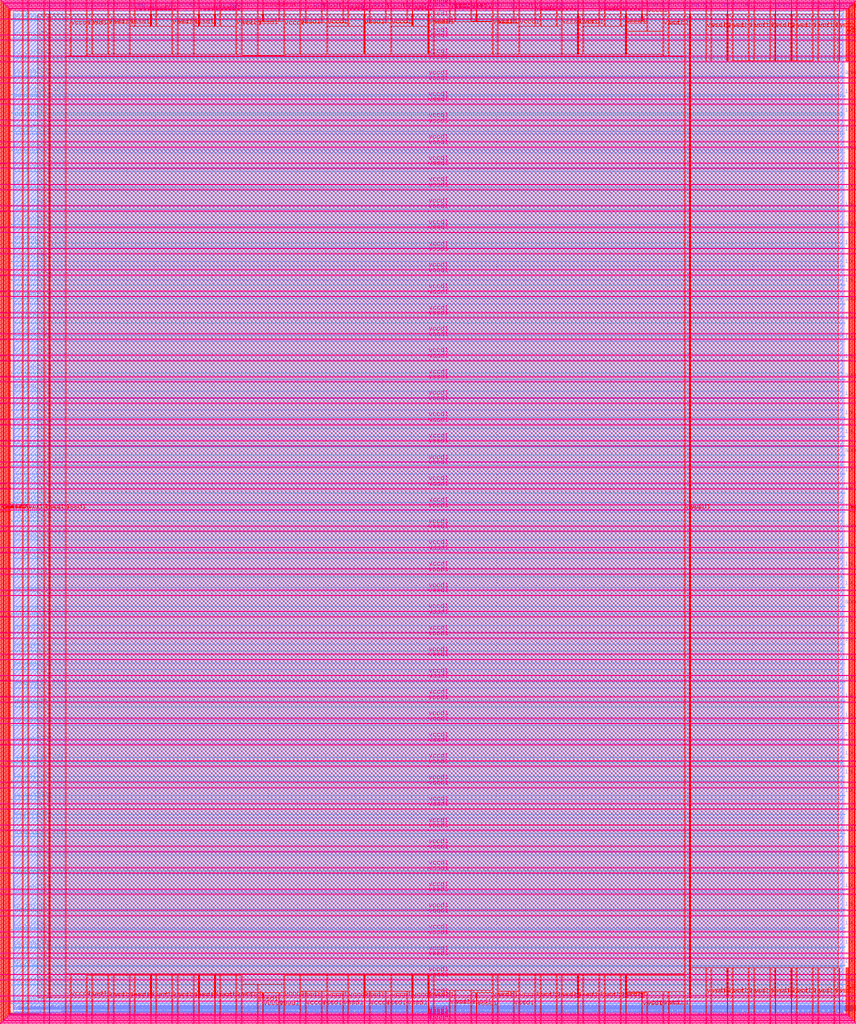
<source format=lef>
VERSION 5.7 ;
  NOWIREEXTENSIONATPIN ON ;
  DIVIDERCHAR "/" ;
  BUSBITCHARS "[]" ;
MACRO user_project_wrapper
  CLASS BLOCK ;
  FOREIGN user_project_wrapper ;
  ORIGIN 0.000 0.000 ;
  SIZE 2920.000 BY 3520.000 ;
  PIN analog_io[0]
    DIRECTION INOUT ;
    USE SIGNAL ;
    PORT
      LAYER met3 ;
        RECT 2917.600 1426.380 2924.800 1427.580 ;
    END
  END analog_io[0]
  PIN analog_io[10]
    DIRECTION INOUT ;
    USE SIGNAL ;
    PORT
      LAYER met2 ;
        RECT 2230.490 3517.600 2231.050 3524.800 ;
    END
  END analog_io[10]
  PIN analog_io[11]
    DIRECTION INOUT ;
    USE SIGNAL ;
    PORT
      LAYER met2 ;
        RECT 1905.730 3517.600 1906.290 3524.800 ;
    END
  END analog_io[11]
  PIN analog_io[12]
    DIRECTION INOUT ;
    USE SIGNAL ;
    PORT
      LAYER met2 ;
        RECT 1581.430 3517.600 1581.990 3524.800 ;
    END
  END analog_io[12]
  PIN analog_io[13]
    DIRECTION INOUT ;
    USE SIGNAL ;
    PORT
      LAYER met2 ;
        RECT 1257.130 3517.600 1257.690 3524.800 ;
    END
  END analog_io[13]
  PIN analog_io[14]
    DIRECTION INOUT ;
    USE SIGNAL ;
    PORT
      LAYER met2 ;
        RECT 932.370 3517.600 932.930 3524.800 ;
    END
  END analog_io[14]
  PIN analog_io[15]
    DIRECTION INOUT ;
    USE SIGNAL ;
    PORT
      LAYER met2 ;
        RECT 608.070 3517.600 608.630 3524.800 ;
    END
  END analog_io[15]
  PIN analog_io[16]
    DIRECTION INOUT ;
    USE SIGNAL ;
    PORT
      LAYER met2 ;
        RECT 283.770 3517.600 284.330 3524.800 ;
    END
  END analog_io[16]
  PIN analog_io[17]
    DIRECTION INOUT ;
    USE SIGNAL ;
    PORT
      LAYER met3 ;
        RECT -4.800 3486.100 2.400 3487.300 ;
    END
  END analog_io[17]
  PIN analog_io[18]
    DIRECTION INOUT ;
    USE SIGNAL ;
    PORT
      LAYER met3 ;
        RECT -4.800 3224.980 2.400 3226.180 ;
    END
  END analog_io[18]
  PIN analog_io[19]
    DIRECTION INOUT ;
    USE SIGNAL ;
    PORT
      LAYER met3 ;
        RECT -4.800 2964.540 2.400 2965.740 ;
    END
  END analog_io[19]
  PIN analog_io[1]
    DIRECTION INOUT ;
    USE SIGNAL ;
    PORT
      LAYER met3 ;
        RECT 2917.600 1692.260 2924.800 1693.460 ;
    END
  END analog_io[1]
  PIN analog_io[20]
    DIRECTION INOUT ;
    USE SIGNAL ;
    PORT
      LAYER met3 ;
        RECT -4.800 2703.420 2.400 2704.620 ;
    END
  END analog_io[20]
  PIN analog_io[21]
    DIRECTION INOUT ;
    USE SIGNAL ;
    PORT
      LAYER met3 ;
        RECT -4.800 2442.980 2.400 2444.180 ;
    END
  END analog_io[21]
  PIN analog_io[22]
    DIRECTION INOUT ;
    USE SIGNAL ;
    PORT
      LAYER met3 ;
        RECT -4.800 2182.540 2.400 2183.740 ;
    END
  END analog_io[22]
  PIN analog_io[23]
    DIRECTION INOUT ;
    USE SIGNAL ;
    PORT
      LAYER met3 ;
        RECT -4.800 1921.420 2.400 1922.620 ;
    END
  END analog_io[23]
  PIN analog_io[24]
    DIRECTION INOUT ;
    USE SIGNAL ;
    PORT
      LAYER met3 ;
        RECT -4.800 1660.980 2.400 1662.180 ;
    END
  END analog_io[24]
  PIN analog_io[25]
    DIRECTION INOUT ;
    USE SIGNAL ;
    PORT
      LAYER met3 ;
        RECT -4.800 1399.860 2.400 1401.060 ;
    END
  END analog_io[25]
  PIN analog_io[26]
    DIRECTION INOUT ;
    USE SIGNAL ;
    PORT
      LAYER met3 ;
        RECT -4.800 1139.420 2.400 1140.620 ;
    END
  END analog_io[26]
  PIN analog_io[27]
    DIRECTION INOUT ;
    USE SIGNAL ;
    PORT
      LAYER met3 ;
        RECT -4.800 878.980 2.400 880.180 ;
    END
  END analog_io[27]
  PIN analog_io[28]
    DIRECTION INOUT ;
    USE SIGNAL ;
    PORT
      LAYER met3 ;
        RECT -4.800 617.860 2.400 619.060 ;
    END
  END analog_io[28]
  PIN analog_io[2]
    DIRECTION INOUT ;
    USE SIGNAL ;
    PORT
      LAYER met3 ;
        RECT 2917.600 1958.140 2924.800 1959.340 ;
    END
  END analog_io[2]
  PIN analog_io[3]
    DIRECTION INOUT ;
    USE SIGNAL ;
    PORT
      LAYER met3 ;
        RECT 2917.600 2223.340 2924.800 2224.540 ;
    END
  END analog_io[3]
  PIN analog_io[4]
    DIRECTION INOUT ;
    USE SIGNAL ;
    PORT
      LAYER met3 ;
        RECT 2917.600 2489.220 2924.800 2490.420 ;
    END
  END analog_io[4]
  PIN analog_io[5]
    DIRECTION INOUT ;
    USE SIGNAL ;
    PORT
      LAYER met3 ;
        RECT 2917.600 2755.100 2924.800 2756.300 ;
    END
  END analog_io[5]
  PIN analog_io[6]
    DIRECTION INOUT ;
    USE SIGNAL ;
    PORT
      LAYER met3 ;
        RECT 2917.600 3020.300 2924.800 3021.500 ;
    END
  END analog_io[6]
  PIN analog_io[7]
    DIRECTION INOUT ;
    USE SIGNAL ;
    PORT
      LAYER met3 ;
        RECT 2917.600 3286.180 2924.800 3287.380 ;
    END
  END analog_io[7]
  PIN analog_io[8]
    DIRECTION INOUT ;
    USE SIGNAL ;
    PORT
      LAYER met2 ;
        RECT 2879.090 3517.600 2879.650 3524.800 ;
    END
  END analog_io[8]
  PIN analog_io[9]
    DIRECTION INOUT ;
    USE SIGNAL ;
    PORT
      LAYER met2 ;
        RECT 2554.790 3517.600 2555.350 3524.800 ;
    END
  END analog_io[9]
  PIN io_in[0]
    DIRECTION INPUT ;
    USE SIGNAL ;
    PORT
      LAYER met3 ;
        RECT 2917.600 32.380 2924.800 33.580 ;
    END
  END io_in[0]
  PIN io_in[10]
    DIRECTION INPUT ;
    USE SIGNAL ;
    ANTENNAGATEAREA 0.990000 ;
    PORT
      LAYER met3 ;
        RECT 2917.600 2289.980 2924.800 2291.180 ;
    END
  END io_in[10]
  PIN io_in[11]
    DIRECTION INPUT ;
    USE SIGNAL ;
    ANTENNAGATEAREA 0.990000 ;
    ANTENNADIFFAREA 0.434700 ;
    PORT
      LAYER met3 ;
        RECT 2917.600 2555.860 2924.800 2557.060 ;
    END
  END io_in[11]
  PIN io_in[12]
    DIRECTION INPUT ;
    USE SIGNAL ;
    ANTENNAGATEAREA 0.990000 ;
    ANTENNADIFFAREA 0.434700 ;
    PORT
      LAYER met3 ;
        RECT 2917.600 2821.060 2924.800 2822.260 ;
    END
  END io_in[12]
  PIN io_in[13]
    DIRECTION INPUT ;
    USE SIGNAL ;
    PORT
      LAYER met3 ;
        RECT 2917.600 3086.940 2924.800 3088.140 ;
    END
  END io_in[13]
  PIN io_in[14]
    DIRECTION INPUT ;
    USE SIGNAL ;
    ANTENNAGATEAREA 0.990000 ;
    PORT
      LAYER met3 ;
        RECT 2917.600 3352.820 2924.800 3354.020 ;
    END
  END io_in[14]
  PIN io_in[15]
    DIRECTION INPUT ;
    USE SIGNAL ;
    ANTENNAGATEAREA 0.990000 ;
    PORT
      LAYER met2 ;
        RECT 2798.130 3517.600 2798.690 3524.800 ;
    END
  END io_in[15]
  PIN io_in[16]
    DIRECTION INPUT ;
    USE SIGNAL ;
    ANTENNAGATEAREA 0.852000 ;
    PORT
      LAYER met2 ;
        RECT 2473.830 3517.600 2474.390 3524.800 ;
    END
  END io_in[16]
  PIN io_in[17]
    DIRECTION INPUT ;
    USE SIGNAL ;
    ANTENNAGATEAREA 0.852000 ;
    PORT
      LAYER met2 ;
        RECT 2149.070 3517.600 2149.630 3524.800 ;
    END
  END io_in[17]
  PIN io_in[18]
    DIRECTION INPUT ;
    USE SIGNAL ;
    ANTENNAGATEAREA 0.742500 ;
    PORT
      LAYER met2 ;
        RECT 1824.770 3517.600 1825.330 3524.800 ;
    END
  END io_in[18]
  PIN io_in[19]
    DIRECTION INPUT ;
    USE SIGNAL ;
    ANTENNAGATEAREA 0.990000 ;
    PORT
      LAYER met2 ;
        RECT 1500.470 3517.600 1501.030 3524.800 ;
    END
  END io_in[19]
  PIN io_in[1]
    DIRECTION INPUT ;
    USE SIGNAL ;
    PORT
      LAYER met3 ;
        RECT 2917.600 230.940 2924.800 232.140 ;
    END
  END io_in[1]
  PIN io_in[20]
    DIRECTION INPUT ;
    USE SIGNAL ;
    ANTENNAGATEAREA 0.990000 ;
    PORT
      LAYER met2 ;
        RECT 1175.710 3517.600 1176.270 3524.800 ;
    END
  END io_in[20]
  PIN io_in[21]
    DIRECTION INPUT ;
    USE SIGNAL ;
    ANTENNAGATEAREA 0.990000 ;
    PORT
      LAYER met2 ;
        RECT 851.410 3517.600 851.970 3524.800 ;
    END
  END io_in[21]
  PIN io_in[22]
    DIRECTION INPUT ;
    USE SIGNAL ;
    ANTENNAGATEAREA 0.990000 ;
    PORT
      LAYER met2 ;
        RECT 527.110 3517.600 527.670 3524.800 ;
    END
  END io_in[22]
  PIN io_in[23]
    DIRECTION INPUT ;
    USE SIGNAL ;
    ANTENNAGATEAREA 0.990000 ;
    PORT
      LAYER met2 ;
        RECT 202.350 3517.600 202.910 3524.800 ;
    END
  END io_in[23]
  PIN io_in[24]
    DIRECTION INPUT ;
    USE SIGNAL ;
    ANTENNAGATEAREA 0.990000 ;
    PORT
      LAYER met3 ;
        RECT -4.800 3420.820 2.400 3422.020 ;
    END
  END io_in[24]
  PIN io_in[25]
    DIRECTION INPUT ;
    USE SIGNAL ;
    ANTENNAGATEAREA 0.990000 ;
    PORT
      LAYER met3 ;
        RECT -4.800 3159.700 2.400 3160.900 ;
    END
  END io_in[25]
  PIN io_in[26]
    DIRECTION INPUT ;
    USE SIGNAL ;
    ANTENNAGATEAREA 0.852000 ;
    PORT
      LAYER met3 ;
        RECT -4.800 2899.260 2.400 2900.460 ;
    END
  END io_in[26]
  PIN io_in[27]
    DIRECTION INPUT ;
    USE SIGNAL ;
    ANTENNAGATEAREA 0.742500 ;
    PORT
      LAYER met3 ;
        RECT -4.800 2638.820 2.400 2640.020 ;
    END
  END io_in[27]
  PIN io_in[28]
    DIRECTION INPUT ;
    USE SIGNAL ;
    ANTENNAGATEAREA 0.426000 ;
    PORT
      LAYER met3 ;
        RECT -4.800 2377.700 2.400 2378.900 ;
    END
  END io_in[28]
  PIN io_in[29]
    DIRECTION INPUT ;
    USE SIGNAL ;
    ANTENNAGATEAREA 0.247500 ;
    PORT
      LAYER met3 ;
        RECT -4.800 2117.260 2.400 2118.460 ;
    END
  END io_in[29]
  PIN io_in[2]
    DIRECTION INPUT ;
    USE SIGNAL ;
    PORT
      LAYER met3 ;
        RECT 2917.600 430.180 2924.800 431.380 ;
    END
  END io_in[2]
  PIN io_in[30]
    DIRECTION INPUT ;
    USE SIGNAL ;
    ANTENNAGATEAREA 0.159000 ;
    PORT
      LAYER met3 ;
        RECT -4.800 1856.140 2.400 1857.340 ;
    END
  END io_in[30]
  PIN io_in[31]
    DIRECTION INPUT ;
    USE SIGNAL ;
    ANTENNAGATEAREA 0.247500 ;
    PORT
      LAYER met3 ;
        RECT -4.800 1595.700 2.400 1596.900 ;
    END
  END io_in[31]
  PIN io_in[32]
    DIRECTION INPUT ;
    USE SIGNAL ;
    ANTENNAGATEAREA 0.742500 ;
    PORT
      LAYER met3 ;
        RECT -4.800 1335.260 2.400 1336.460 ;
    END
  END io_in[32]
  PIN io_in[33]
    DIRECTION INPUT ;
    USE SIGNAL ;
    ANTENNAGATEAREA 0.990000 ;
    PORT
      LAYER met3 ;
        RECT -4.800 1074.140 2.400 1075.340 ;
    END
  END io_in[33]
  PIN io_in[34]
    DIRECTION INPUT ;
    USE SIGNAL ;
    ANTENNAGATEAREA 0.990000 ;
    PORT
      LAYER met3 ;
        RECT -4.800 813.700 2.400 814.900 ;
    END
  END io_in[34]
  PIN io_in[35]
    DIRECTION INPUT ;
    USE SIGNAL ;
    ANTENNAGATEAREA 0.990000 ;
    PORT
      LAYER met3 ;
        RECT -4.800 552.580 2.400 553.780 ;
    END
  END io_in[35]
  PIN io_in[36]
    DIRECTION INPUT ;
    USE SIGNAL ;
    ANTENNAGATEAREA 0.990000 ;
    PORT
      LAYER met3 ;
        RECT -4.800 357.420 2.400 358.620 ;
    END
  END io_in[36]
  PIN io_in[37]
    DIRECTION INPUT ;
    USE SIGNAL ;
    ANTENNAGATEAREA 0.742500 ;
    PORT
      LAYER met3 ;
        RECT -4.800 161.580 2.400 162.780 ;
    END
  END io_in[37]
  PIN io_in[3]
    DIRECTION INPUT ;
    USE SIGNAL ;
    PORT
      LAYER met3 ;
        RECT 2917.600 629.420 2924.800 630.620 ;
    END
  END io_in[3]
  PIN io_in[4]
    DIRECTION INPUT ;
    USE SIGNAL ;
    PORT
      LAYER met3 ;
        RECT 2917.600 828.660 2924.800 829.860 ;
    END
  END io_in[4]
  PIN io_in[5]
    DIRECTION INPUT ;
    USE SIGNAL ;
    PORT
      LAYER met3 ;
        RECT 2917.600 1027.900 2924.800 1029.100 ;
    END
  END io_in[5]
  PIN io_in[6]
    DIRECTION INPUT ;
    USE SIGNAL ;
    PORT
      LAYER met3 ;
        RECT 2917.600 1227.140 2924.800 1228.340 ;
    END
  END io_in[6]
  PIN io_in[7]
    DIRECTION INPUT ;
    USE SIGNAL ;
    ANTENNAGATEAREA 0.196500 ;
    ANTENNADIFFAREA 4.781700 ;
    PORT
      LAYER met3 ;
        RECT 2917.600 1493.020 2924.800 1494.220 ;
    END
  END io_in[7]
  PIN io_in[8]
    DIRECTION INPUT ;
    USE SIGNAL ;
    ANTENNAGATEAREA 0.159000 ;
    ANTENNADIFFAREA 0.434700 ;
    PORT
      LAYER met3 ;
        RECT 2917.600 1758.900 2924.800 1760.100 ;
    END
  END io_in[8]
  PIN io_in[9]
    DIRECTION INPUT ;
    USE SIGNAL ;
    ANTENNAGATEAREA 0.742500 ;
    PORT
      LAYER met3 ;
        RECT 2917.600 2024.100 2924.800 2025.300 ;
    END
  END io_in[9]
  PIN io_oeb[0]
    DIRECTION OUTPUT TRISTATE ;
    USE SIGNAL ;
    PORT
      LAYER met3 ;
        RECT 2917.600 164.980 2924.800 166.180 ;
    END
  END io_oeb[0]
  PIN io_oeb[10]
    DIRECTION OUTPUT TRISTATE ;
    USE SIGNAL ;
    PORT
      LAYER met3 ;
        RECT 2917.600 2422.580 2924.800 2423.780 ;
    END
  END io_oeb[10]
  PIN io_oeb[11]
    DIRECTION OUTPUT TRISTATE ;
    USE SIGNAL ;
    PORT
      LAYER met3 ;
        RECT 2917.600 2688.460 2924.800 2689.660 ;
    END
  END io_oeb[11]
  PIN io_oeb[12]
    DIRECTION OUTPUT TRISTATE ;
    USE SIGNAL ;
    PORT
      LAYER met3 ;
        RECT 2917.600 2954.340 2924.800 2955.540 ;
    END
  END io_oeb[12]
  PIN io_oeb[13]
    DIRECTION OUTPUT TRISTATE ;
    USE SIGNAL ;
    PORT
      LAYER met3 ;
        RECT 2917.600 3219.540 2924.800 3220.740 ;
    END
  END io_oeb[13]
  PIN io_oeb[14]
    DIRECTION OUTPUT TRISTATE ;
    USE SIGNAL ;
    ANTENNADIFFAREA 2.673000 ;
    PORT
      LAYER met3 ;
        RECT 2917.600 3485.420 2924.800 3486.620 ;
    END
  END io_oeb[14]
  PIN io_oeb[15]
    DIRECTION OUTPUT TRISTATE ;
    USE SIGNAL ;
    ANTENNADIFFAREA 2.673000 ;
    PORT
      LAYER met2 ;
        RECT 2635.750 3517.600 2636.310 3524.800 ;
    END
  END io_oeb[15]
  PIN io_oeb[16]
    DIRECTION OUTPUT TRISTATE ;
    USE SIGNAL ;
    ANTENNADIFFAREA 2.673000 ;
    PORT
      LAYER met2 ;
        RECT 2311.450 3517.600 2312.010 3524.800 ;
    END
  END io_oeb[16]
  PIN io_oeb[17]
    DIRECTION OUTPUT TRISTATE ;
    USE SIGNAL ;
    ANTENNADIFFAREA 2.673000 ;
    PORT
      LAYER met2 ;
        RECT 1987.150 3517.600 1987.710 3524.800 ;
    END
  END io_oeb[17]
  PIN io_oeb[18]
    DIRECTION OUTPUT TRISTATE ;
    USE SIGNAL ;
    ANTENNADIFFAREA 2.673000 ;
    PORT
      LAYER met2 ;
        RECT 1662.390 3517.600 1662.950 3524.800 ;
    END
  END io_oeb[18]
  PIN io_oeb[19]
    DIRECTION OUTPUT TRISTATE ;
    USE SIGNAL ;
    ANTENNADIFFAREA 2.673000 ;
    PORT
      LAYER met2 ;
        RECT 1338.090 3517.600 1338.650 3524.800 ;
    END
  END io_oeb[19]
  PIN io_oeb[1]
    DIRECTION OUTPUT TRISTATE ;
    USE SIGNAL ;
    PORT
      LAYER met3 ;
        RECT 2917.600 364.220 2924.800 365.420 ;
    END
  END io_oeb[1]
  PIN io_oeb[20]
    DIRECTION OUTPUT TRISTATE ;
    USE SIGNAL ;
    ANTENNADIFFAREA 2.673000 ;
    PORT
      LAYER met2 ;
        RECT 1013.790 3517.600 1014.350 3524.800 ;
    END
  END io_oeb[20]
  PIN io_oeb[21]
    DIRECTION OUTPUT TRISTATE ;
    USE SIGNAL ;
    ANTENNADIFFAREA 2.673000 ;
    PORT
      LAYER met2 ;
        RECT 689.030 3517.600 689.590 3524.800 ;
    END
  END io_oeb[21]
  PIN io_oeb[22]
    DIRECTION OUTPUT TRISTATE ;
    USE SIGNAL ;
    ANTENNADIFFAREA 2.673000 ;
    PORT
      LAYER met2 ;
        RECT 364.730 3517.600 365.290 3524.800 ;
    END
  END io_oeb[22]
  PIN io_oeb[23]
    DIRECTION OUTPUT TRISTATE ;
    USE SIGNAL ;
    ANTENNADIFFAREA 2.673000 ;
    PORT
      LAYER met2 ;
        RECT 40.430 3517.600 40.990 3524.800 ;
    END
  END io_oeb[23]
  PIN io_oeb[24]
    DIRECTION OUTPUT TRISTATE ;
    USE SIGNAL ;
    ANTENNADIFFAREA 2.673000 ;
    PORT
      LAYER met3 ;
        RECT -4.800 3290.260 2.400 3291.460 ;
    END
  END io_oeb[24]
  PIN io_oeb[25]
    DIRECTION OUTPUT TRISTATE ;
    USE SIGNAL ;
    ANTENNADIFFAREA 2.673000 ;
    PORT
      LAYER met3 ;
        RECT -4.800 3029.820 2.400 3031.020 ;
    END
  END io_oeb[25]
  PIN io_oeb[26]
    DIRECTION OUTPUT TRISTATE ;
    USE SIGNAL ;
    ANTENNADIFFAREA 2.673000 ;
    PORT
      LAYER met3 ;
        RECT -4.800 2768.700 2.400 2769.900 ;
    END
  END io_oeb[26]
  PIN io_oeb[27]
    DIRECTION OUTPUT TRISTATE ;
    USE SIGNAL ;
    ANTENNADIFFAREA 2.673000 ;
    PORT
      LAYER met3 ;
        RECT -4.800 2508.260 2.400 2509.460 ;
    END
  END io_oeb[27]
  PIN io_oeb[28]
    DIRECTION OUTPUT TRISTATE ;
    USE SIGNAL ;
    ANTENNADIFFAREA 2.673000 ;
    PORT
      LAYER met3 ;
        RECT -4.800 2247.140 2.400 2248.340 ;
    END
  END io_oeb[28]
  PIN io_oeb[29]
    DIRECTION OUTPUT TRISTATE ;
    USE SIGNAL ;
    ANTENNADIFFAREA 2.673000 ;
    PORT
      LAYER met3 ;
        RECT -4.800 1986.700 2.400 1987.900 ;
    END
  END io_oeb[29]
  PIN io_oeb[2]
    DIRECTION OUTPUT TRISTATE ;
    USE SIGNAL ;
    PORT
      LAYER met3 ;
        RECT 2917.600 563.460 2924.800 564.660 ;
    END
  END io_oeb[2]
  PIN io_oeb[30]
    DIRECTION OUTPUT TRISTATE ;
    USE SIGNAL ;
    ANTENNADIFFAREA 2.673000 ;
    PORT
      LAYER met3 ;
        RECT -4.800 1726.260 2.400 1727.460 ;
    END
  END io_oeb[30]
  PIN io_oeb[31]
    DIRECTION OUTPUT TRISTATE ;
    USE SIGNAL ;
    ANTENNADIFFAREA 2.673000 ;
    PORT
      LAYER met3 ;
        RECT -4.800 1465.140 2.400 1466.340 ;
    END
  END io_oeb[31]
  PIN io_oeb[32]
    DIRECTION OUTPUT TRISTATE ;
    USE SIGNAL ;
    ANTENNADIFFAREA 2.673000 ;
    PORT
      LAYER met3 ;
        RECT -4.800 1204.700 2.400 1205.900 ;
    END
  END io_oeb[32]
  PIN io_oeb[33]
    DIRECTION OUTPUT TRISTATE ;
    USE SIGNAL ;
    ANTENNADIFFAREA 2.673000 ;
    PORT
      LAYER met3 ;
        RECT -4.800 943.580 2.400 944.780 ;
    END
  END io_oeb[33]
  PIN io_oeb[34]
    DIRECTION OUTPUT TRISTATE ;
    USE SIGNAL ;
    ANTENNADIFFAREA 2.673000 ;
    PORT
      LAYER met3 ;
        RECT -4.800 683.140 2.400 684.340 ;
    END
  END io_oeb[34]
  PIN io_oeb[35]
    DIRECTION OUTPUT TRISTATE ;
    USE SIGNAL ;
    ANTENNADIFFAREA 2.673000 ;
    PORT
      LAYER met3 ;
        RECT -4.800 422.700 2.400 423.900 ;
    END
  END io_oeb[35]
  PIN io_oeb[36]
    DIRECTION OUTPUT TRISTATE ;
    USE SIGNAL ;
    ANTENNADIFFAREA 2.673000 ;
    PORT
      LAYER met3 ;
        RECT -4.800 226.860 2.400 228.060 ;
    END
  END io_oeb[36]
  PIN io_oeb[37]
    DIRECTION OUTPUT TRISTATE ;
    USE SIGNAL ;
    PORT
      LAYER met3 ;
        RECT -4.800 31.700 2.400 32.900 ;
    END
  END io_oeb[37]
  PIN io_oeb[3]
    DIRECTION OUTPUT TRISTATE ;
    USE SIGNAL ;
    PORT
      LAYER met3 ;
        RECT 2917.600 762.700 2924.800 763.900 ;
    END
  END io_oeb[3]
  PIN io_oeb[4]
    DIRECTION OUTPUT TRISTATE ;
    USE SIGNAL ;
    PORT
      LAYER met3 ;
        RECT 2917.600 961.940 2924.800 963.140 ;
    END
  END io_oeb[4]
  PIN io_oeb[5]
    DIRECTION OUTPUT TRISTATE ;
    USE SIGNAL ;
    PORT
      LAYER met3 ;
        RECT 2917.600 1161.180 2924.800 1162.380 ;
    END
  END io_oeb[5]
  PIN io_oeb[6]
    DIRECTION OUTPUT TRISTATE ;
    USE SIGNAL ;
    PORT
      LAYER met3 ;
        RECT 2917.600 1360.420 2924.800 1361.620 ;
    END
  END io_oeb[6]
  PIN io_oeb[7]
    DIRECTION OUTPUT TRISTATE ;
    USE SIGNAL ;
    PORT
      LAYER met3 ;
        RECT 2917.600 1625.620 2924.800 1626.820 ;
    END
  END io_oeb[7]
  PIN io_oeb[8]
    DIRECTION OUTPUT TRISTATE ;
    USE SIGNAL ;
    PORT
      LAYER met3 ;
        RECT 2917.600 1891.500 2924.800 1892.700 ;
    END
  END io_oeb[8]
  PIN io_oeb[9]
    DIRECTION OUTPUT TRISTATE ;
    USE SIGNAL ;
    PORT
      LAYER met3 ;
        RECT 2917.600 2157.380 2924.800 2158.580 ;
    END
  END io_oeb[9]
  PIN io_out[0]
    DIRECTION OUTPUT TRISTATE ;
    USE SIGNAL ;
    PORT
      LAYER met3 ;
        RECT 2917.600 98.340 2924.800 99.540 ;
    END
  END io_out[0]
  PIN io_out[10]
    DIRECTION OUTPUT TRISTATE ;
    USE SIGNAL ;
    PORT
      LAYER met3 ;
        RECT 2917.600 2356.620 2924.800 2357.820 ;
    END
  END io_out[10]
  PIN io_out[11]
    DIRECTION OUTPUT TRISTATE ;
    USE SIGNAL ;
    PORT
      LAYER met3 ;
        RECT 2917.600 2621.820 2924.800 2623.020 ;
    END
  END io_out[11]
  PIN io_out[12]
    DIRECTION OUTPUT TRISTATE ;
    USE SIGNAL ;
    PORT
      LAYER met3 ;
        RECT 2917.600 2887.700 2924.800 2888.900 ;
    END
  END io_out[12]
  PIN io_out[13]
    DIRECTION OUTPUT TRISTATE ;
    USE SIGNAL ;
    ANTENNADIFFAREA 2.673000 ;
    PORT
      LAYER met3 ;
        RECT 2917.600 3153.580 2924.800 3154.780 ;
    END
  END io_out[13]
  PIN io_out[14]
    DIRECTION OUTPUT TRISTATE ;
    USE SIGNAL ;
    ANTENNADIFFAREA 2.673000 ;
    PORT
      LAYER met3 ;
        RECT 2917.600 3418.780 2924.800 3419.980 ;
    END
  END io_out[14]
  PIN io_out[15]
    DIRECTION OUTPUT TRISTATE ;
    USE SIGNAL ;
    ANTENNADIFFAREA 2.673000 ;
    PORT
      LAYER met2 ;
        RECT 2717.170 3517.600 2717.730 3524.800 ;
    END
  END io_out[15]
  PIN io_out[16]
    DIRECTION OUTPUT TRISTATE ;
    USE SIGNAL ;
    ANTENNADIFFAREA 2.673000 ;
    PORT
      LAYER met2 ;
        RECT 2392.410 3517.600 2392.970 3524.800 ;
    END
  END io_out[16]
  PIN io_out[17]
    DIRECTION OUTPUT TRISTATE ;
    USE SIGNAL ;
    ANTENNADIFFAREA 2.673000 ;
    PORT
      LAYER met2 ;
        RECT 2068.110 3517.600 2068.670 3524.800 ;
    END
  END io_out[17]
  PIN io_out[18]
    DIRECTION OUTPUT TRISTATE ;
    USE SIGNAL ;
    ANTENNADIFFAREA 2.673000 ;
    PORT
      LAYER met2 ;
        RECT 1743.810 3517.600 1744.370 3524.800 ;
    END
  END io_out[18]
  PIN io_out[19]
    DIRECTION OUTPUT TRISTATE ;
    USE SIGNAL ;
    ANTENNADIFFAREA 2.673000 ;
    PORT
      LAYER met2 ;
        RECT 1419.050 3517.600 1419.610 3524.800 ;
    END
  END io_out[19]
  PIN io_out[1]
    DIRECTION OUTPUT TRISTATE ;
    USE SIGNAL ;
    PORT
      LAYER met3 ;
        RECT 2917.600 297.580 2924.800 298.780 ;
    END
  END io_out[1]
  PIN io_out[20]
    DIRECTION OUTPUT TRISTATE ;
    USE SIGNAL ;
    ANTENNADIFFAREA 2.673000 ;
    PORT
      LAYER met2 ;
        RECT 1094.750 3517.600 1095.310 3524.800 ;
    END
  END io_out[20]
  PIN io_out[21]
    DIRECTION OUTPUT TRISTATE ;
    USE SIGNAL ;
    ANTENNADIFFAREA 2.673000 ;
    PORT
      LAYER met2 ;
        RECT 770.450 3517.600 771.010 3524.800 ;
    END
  END io_out[21]
  PIN io_out[22]
    DIRECTION OUTPUT TRISTATE ;
    USE SIGNAL ;
    ANTENNADIFFAREA 2.673000 ;
    PORT
      LAYER met2 ;
        RECT 445.690 3517.600 446.250 3524.800 ;
    END
  END io_out[22]
  PIN io_out[23]
    DIRECTION OUTPUT TRISTATE ;
    USE SIGNAL ;
    ANTENNADIFFAREA 2.673000 ;
    PORT
      LAYER met2 ;
        RECT 121.390 3517.600 121.950 3524.800 ;
    END
  END io_out[23]
  PIN io_out[24]
    DIRECTION OUTPUT TRISTATE ;
    USE SIGNAL ;
    ANTENNADIFFAREA 2.673000 ;
    PORT
      LAYER met3 ;
        RECT -4.800 3355.540 2.400 3356.740 ;
    END
  END io_out[24]
  PIN io_out[25]
    DIRECTION OUTPUT TRISTATE ;
    USE SIGNAL ;
    ANTENNADIFFAREA 2.673000 ;
    PORT
      LAYER met3 ;
        RECT -4.800 3095.100 2.400 3096.300 ;
    END
  END io_out[25]
  PIN io_out[26]
    DIRECTION OUTPUT TRISTATE ;
    USE SIGNAL ;
    ANTENNADIFFAREA 2.673000 ;
    PORT
      LAYER met3 ;
        RECT -4.800 2833.980 2.400 2835.180 ;
    END
  END io_out[26]
  PIN io_out[27]
    DIRECTION OUTPUT TRISTATE ;
    USE SIGNAL ;
    ANTENNADIFFAREA 2.673000 ;
    PORT
      LAYER met3 ;
        RECT -4.800 2573.540 2.400 2574.740 ;
    END
  END io_out[27]
  PIN io_out[28]
    DIRECTION OUTPUT TRISTATE ;
    USE SIGNAL ;
    ANTENNADIFFAREA 2.673000 ;
    PORT
      LAYER met3 ;
        RECT -4.800 2312.420 2.400 2313.620 ;
    END
  END io_out[28]
  PIN io_out[29]
    DIRECTION OUTPUT TRISTATE ;
    USE SIGNAL ;
    ANTENNADIFFAREA 2.673000 ;
    PORT
      LAYER met3 ;
        RECT -4.800 2051.980 2.400 2053.180 ;
    END
  END io_out[29]
  PIN io_out[2]
    DIRECTION OUTPUT TRISTATE ;
    USE SIGNAL ;
    PORT
      LAYER met3 ;
        RECT 2917.600 496.820 2924.800 498.020 ;
    END
  END io_out[2]
  PIN io_out[30]
    DIRECTION OUTPUT TRISTATE ;
    USE SIGNAL ;
    ANTENNADIFFAREA 2.673000 ;
    PORT
      LAYER met3 ;
        RECT -4.800 1791.540 2.400 1792.740 ;
    END
  END io_out[30]
  PIN io_out[31]
    DIRECTION OUTPUT TRISTATE ;
    USE SIGNAL ;
    ANTENNADIFFAREA 2.673000 ;
    PORT
      LAYER met3 ;
        RECT -4.800 1530.420 2.400 1531.620 ;
    END
  END io_out[31]
  PIN io_out[32]
    DIRECTION OUTPUT TRISTATE ;
    USE SIGNAL ;
    ANTENNADIFFAREA 2.673000 ;
    PORT
      LAYER met3 ;
        RECT -4.800 1269.980 2.400 1271.180 ;
    END
  END io_out[32]
  PIN io_out[33]
    DIRECTION OUTPUT TRISTATE ;
    USE SIGNAL ;
    ANTENNADIFFAREA 2.673000 ;
    PORT
      LAYER met3 ;
        RECT -4.800 1008.860 2.400 1010.060 ;
    END
  END io_out[33]
  PIN io_out[34]
    DIRECTION OUTPUT TRISTATE ;
    USE SIGNAL ;
    ANTENNADIFFAREA 2.673000 ;
    PORT
      LAYER met3 ;
        RECT -4.800 748.420 2.400 749.620 ;
    END
  END io_out[34]
  PIN io_out[35]
    DIRECTION OUTPUT TRISTATE ;
    USE SIGNAL ;
    ANTENNADIFFAREA 2.673000 ;
    PORT
      LAYER met3 ;
        RECT -4.800 487.300 2.400 488.500 ;
    END
  END io_out[35]
  PIN io_out[36]
    DIRECTION OUTPUT TRISTATE ;
    USE SIGNAL ;
    ANTENNADIFFAREA 2.673000 ;
    PORT
      LAYER met3 ;
        RECT -4.800 292.140 2.400 293.340 ;
    END
  END io_out[36]
  PIN io_out[37]
    DIRECTION OUTPUT TRISTATE ;
    USE SIGNAL ;
    PORT
      LAYER met3 ;
        RECT -4.800 96.300 2.400 97.500 ;
    END
  END io_out[37]
  PIN io_out[3]
    DIRECTION OUTPUT TRISTATE ;
    USE SIGNAL ;
    PORT
      LAYER met3 ;
        RECT 2917.600 696.060 2924.800 697.260 ;
    END
  END io_out[3]
  PIN io_out[4]
    DIRECTION OUTPUT TRISTATE ;
    USE SIGNAL ;
    PORT
      LAYER met3 ;
        RECT 2917.600 895.300 2924.800 896.500 ;
    END
  END io_out[4]
  PIN io_out[5]
    DIRECTION OUTPUT TRISTATE ;
    USE SIGNAL ;
    PORT
      LAYER met3 ;
        RECT 2917.600 1094.540 2924.800 1095.740 ;
    END
  END io_out[5]
  PIN io_out[6]
    DIRECTION OUTPUT TRISTATE ;
    USE SIGNAL ;
    PORT
      LAYER met3 ;
        RECT 2917.600 1293.780 2924.800 1294.980 ;
    END
  END io_out[6]
  PIN io_out[7]
    DIRECTION OUTPUT TRISTATE ;
    USE SIGNAL ;
    PORT
      LAYER met3 ;
        RECT 2917.600 1559.660 2924.800 1560.860 ;
    END
  END io_out[7]
  PIN io_out[8]
    DIRECTION OUTPUT TRISTATE ;
    USE SIGNAL ;
    PORT
      LAYER met3 ;
        RECT 2917.600 1824.860 2924.800 1826.060 ;
    END
  END io_out[8]
  PIN io_out[9]
    DIRECTION OUTPUT TRISTATE ;
    USE SIGNAL ;
    PORT
      LAYER met3 ;
        RECT 2917.600 2090.740 2924.800 2091.940 ;
    END
  END io_out[9]
  PIN la_data_in[0]
    DIRECTION INPUT ;
    USE SIGNAL ;
    PORT
      LAYER met2 ;
        RECT 629.230 -4.800 629.790 2.400 ;
    END
  END la_data_in[0]
  PIN la_data_in[100]
    DIRECTION INPUT ;
    USE SIGNAL ;
    PORT
      LAYER met2 ;
        RECT 2402.530 -4.800 2403.090 2.400 ;
    END
  END la_data_in[100]
  PIN la_data_in[101]
    DIRECTION INPUT ;
    USE SIGNAL ;
    PORT
      LAYER met2 ;
        RECT 2420.010 -4.800 2420.570 2.400 ;
    END
  END la_data_in[101]
  PIN la_data_in[102]
    DIRECTION INPUT ;
    USE SIGNAL ;
    PORT
      LAYER met2 ;
        RECT 2437.950 -4.800 2438.510 2.400 ;
    END
  END la_data_in[102]
  PIN la_data_in[103]
    DIRECTION INPUT ;
    USE SIGNAL ;
    PORT
      LAYER met2 ;
        RECT 2455.430 -4.800 2455.990 2.400 ;
    END
  END la_data_in[103]
  PIN la_data_in[104]
    DIRECTION INPUT ;
    USE SIGNAL ;
    PORT
      LAYER met2 ;
        RECT 2473.370 -4.800 2473.930 2.400 ;
    END
  END la_data_in[104]
  PIN la_data_in[105]
    DIRECTION INPUT ;
    USE SIGNAL ;
    PORT
      LAYER met2 ;
        RECT 2490.850 -4.800 2491.410 2.400 ;
    END
  END la_data_in[105]
  PIN la_data_in[106]
    DIRECTION INPUT ;
    USE SIGNAL ;
    PORT
      LAYER met2 ;
        RECT 2508.790 -4.800 2509.350 2.400 ;
    END
  END la_data_in[106]
  PIN la_data_in[107]
    DIRECTION INPUT ;
    USE SIGNAL ;
    PORT
      LAYER met2 ;
        RECT 2526.730 -4.800 2527.290 2.400 ;
    END
  END la_data_in[107]
  PIN la_data_in[108]
    DIRECTION INPUT ;
    USE SIGNAL ;
    PORT
      LAYER met2 ;
        RECT 2544.210 -4.800 2544.770 2.400 ;
    END
  END la_data_in[108]
  PIN la_data_in[109]
    DIRECTION INPUT ;
    USE SIGNAL ;
    PORT
      LAYER met2 ;
        RECT 2562.150 -4.800 2562.710 2.400 ;
    END
  END la_data_in[109]
  PIN la_data_in[10]
    DIRECTION INPUT ;
    USE SIGNAL ;
    PORT
      LAYER met2 ;
        RECT 806.330 -4.800 806.890 2.400 ;
    END
  END la_data_in[10]
  PIN la_data_in[110]
    DIRECTION INPUT ;
    USE SIGNAL ;
    PORT
      LAYER met2 ;
        RECT 2579.630 -4.800 2580.190 2.400 ;
    END
  END la_data_in[110]
  PIN la_data_in[111]
    DIRECTION INPUT ;
    USE SIGNAL ;
    PORT
      LAYER met2 ;
        RECT 2597.570 -4.800 2598.130 2.400 ;
    END
  END la_data_in[111]
  PIN la_data_in[112]
    DIRECTION INPUT ;
    USE SIGNAL ;
    PORT
      LAYER met2 ;
        RECT 2615.050 -4.800 2615.610 2.400 ;
    END
  END la_data_in[112]
  PIN la_data_in[113]
    DIRECTION INPUT ;
    USE SIGNAL ;
    PORT
      LAYER met2 ;
        RECT 2632.990 -4.800 2633.550 2.400 ;
    END
  END la_data_in[113]
  PIN la_data_in[114]
    DIRECTION INPUT ;
    USE SIGNAL ;
    PORT
      LAYER met2 ;
        RECT 2650.470 -4.800 2651.030 2.400 ;
    END
  END la_data_in[114]
  PIN la_data_in[115]
    DIRECTION INPUT ;
    USE SIGNAL ;
    PORT
      LAYER met2 ;
        RECT 2668.410 -4.800 2668.970 2.400 ;
    END
  END la_data_in[115]
  PIN la_data_in[116]
    DIRECTION INPUT ;
    USE SIGNAL ;
    PORT
      LAYER met2 ;
        RECT 2685.890 -4.800 2686.450 2.400 ;
    END
  END la_data_in[116]
  PIN la_data_in[117]
    DIRECTION INPUT ;
    USE SIGNAL ;
    PORT
      LAYER met2 ;
        RECT 2703.830 -4.800 2704.390 2.400 ;
    END
  END la_data_in[117]
  PIN la_data_in[118]
    DIRECTION INPUT ;
    USE SIGNAL ;
    PORT
      LAYER met2 ;
        RECT 2721.770 -4.800 2722.330 2.400 ;
    END
  END la_data_in[118]
  PIN la_data_in[119]
    DIRECTION INPUT ;
    USE SIGNAL ;
    PORT
      LAYER met2 ;
        RECT 2739.250 -4.800 2739.810 2.400 ;
    END
  END la_data_in[119]
  PIN la_data_in[11]
    DIRECTION INPUT ;
    USE SIGNAL ;
    PORT
      LAYER met2 ;
        RECT 824.270 -4.800 824.830 2.400 ;
    END
  END la_data_in[11]
  PIN la_data_in[120]
    DIRECTION INPUT ;
    USE SIGNAL ;
    PORT
      LAYER met2 ;
        RECT 2757.190 -4.800 2757.750 2.400 ;
    END
  END la_data_in[120]
  PIN la_data_in[121]
    DIRECTION INPUT ;
    USE SIGNAL ;
    PORT
      LAYER met2 ;
        RECT 2774.670 -4.800 2775.230 2.400 ;
    END
  END la_data_in[121]
  PIN la_data_in[122]
    DIRECTION INPUT ;
    USE SIGNAL ;
    PORT
      LAYER met2 ;
        RECT 2792.610 -4.800 2793.170 2.400 ;
    END
  END la_data_in[122]
  PIN la_data_in[123]
    DIRECTION INPUT ;
    USE SIGNAL ;
    PORT
      LAYER met2 ;
        RECT 2810.090 -4.800 2810.650 2.400 ;
    END
  END la_data_in[123]
  PIN la_data_in[124]
    DIRECTION INPUT ;
    USE SIGNAL ;
    PORT
      LAYER met2 ;
        RECT 2828.030 -4.800 2828.590 2.400 ;
    END
  END la_data_in[124]
  PIN la_data_in[125]
    DIRECTION INPUT ;
    USE SIGNAL ;
    PORT
      LAYER met2 ;
        RECT 2845.510 -4.800 2846.070 2.400 ;
    END
  END la_data_in[125]
  PIN la_data_in[126]
    DIRECTION INPUT ;
    USE SIGNAL ;
    PORT
      LAYER met2 ;
        RECT 2863.450 -4.800 2864.010 2.400 ;
    END
  END la_data_in[126]
  PIN la_data_in[127]
    DIRECTION INPUT ;
    USE SIGNAL ;
    PORT
      LAYER met2 ;
        RECT 2881.390 -4.800 2881.950 2.400 ;
    END
  END la_data_in[127]
  PIN la_data_in[12]
    DIRECTION INPUT ;
    USE SIGNAL ;
    PORT
      LAYER met2 ;
        RECT 841.750 -4.800 842.310 2.400 ;
    END
  END la_data_in[12]
  PIN la_data_in[13]
    DIRECTION INPUT ;
    USE SIGNAL ;
    PORT
      LAYER met2 ;
        RECT 859.690 -4.800 860.250 2.400 ;
    END
  END la_data_in[13]
  PIN la_data_in[14]
    DIRECTION INPUT ;
    USE SIGNAL ;
    PORT
      LAYER met2 ;
        RECT 877.170 -4.800 877.730 2.400 ;
    END
  END la_data_in[14]
  PIN la_data_in[15]
    DIRECTION INPUT ;
    USE SIGNAL ;
    PORT
      LAYER met2 ;
        RECT 895.110 -4.800 895.670 2.400 ;
    END
  END la_data_in[15]
  PIN la_data_in[16]
    DIRECTION INPUT ;
    USE SIGNAL ;
    PORT
      LAYER met2 ;
        RECT 912.590 -4.800 913.150 2.400 ;
    END
  END la_data_in[16]
  PIN la_data_in[17]
    DIRECTION INPUT ;
    USE SIGNAL ;
    PORT
      LAYER met2 ;
        RECT 930.530 -4.800 931.090 2.400 ;
    END
  END la_data_in[17]
  PIN la_data_in[18]
    DIRECTION INPUT ;
    USE SIGNAL ;
    PORT
      LAYER met2 ;
        RECT 948.470 -4.800 949.030 2.400 ;
    END
  END la_data_in[18]
  PIN la_data_in[19]
    DIRECTION INPUT ;
    USE SIGNAL ;
    PORT
      LAYER met2 ;
        RECT 965.950 -4.800 966.510 2.400 ;
    END
  END la_data_in[19]
  PIN la_data_in[1]
    DIRECTION INPUT ;
    USE SIGNAL ;
    PORT
      LAYER met2 ;
        RECT 646.710 -4.800 647.270 2.400 ;
    END
  END la_data_in[1]
  PIN la_data_in[20]
    DIRECTION INPUT ;
    USE SIGNAL ;
    PORT
      LAYER met2 ;
        RECT 983.890 -4.800 984.450 2.400 ;
    END
  END la_data_in[20]
  PIN la_data_in[21]
    DIRECTION INPUT ;
    USE SIGNAL ;
    PORT
      LAYER met2 ;
        RECT 1001.370 -4.800 1001.930 2.400 ;
    END
  END la_data_in[21]
  PIN la_data_in[22]
    DIRECTION INPUT ;
    USE SIGNAL ;
    PORT
      LAYER met2 ;
        RECT 1019.310 -4.800 1019.870 2.400 ;
    END
  END la_data_in[22]
  PIN la_data_in[23]
    DIRECTION INPUT ;
    USE SIGNAL ;
    PORT
      LAYER met2 ;
        RECT 1036.790 -4.800 1037.350 2.400 ;
    END
  END la_data_in[23]
  PIN la_data_in[24]
    DIRECTION INPUT ;
    USE SIGNAL ;
    PORT
      LAYER met2 ;
        RECT 1054.730 -4.800 1055.290 2.400 ;
    END
  END la_data_in[24]
  PIN la_data_in[25]
    DIRECTION INPUT ;
    USE SIGNAL ;
    PORT
      LAYER met2 ;
        RECT 1072.210 -4.800 1072.770 2.400 ;
    END
  END la_data_in[25]
  PIN la_data_in[26]
    DIRECTION INPUT ;
    USE SIGNAL ;
    PORT
      LAYER met2 ;
        RECT 1090.150 -4.800 1090.710 2.400 ;
    END
  END la_data_in[26]
  PIN la_data_in[27]
    DIRECTION INPUT ;
    USE SIGNAL ;
    PORT
      LAYER met2 ;
        RECT 1107.630 -4.800 1108.190 2.400 ;
    END
  END la_data_in[27]
  PIN la_data_in[28]
    DIRECTION INPUT ;
    USE SIGNAL ;
    PORT
      LAYER met2 ;
        RECT 1125.570 -4.800 1126.130 2.400 ;
    END
  END la_data_in[28]
  PIN la_data_in[29]
    DIRECTION INPUT ;
    USE SIGNAL ;
    PORT
      LAYER met2 ;
        RECT 1143.510 -4.800 1144.070 2.400 ;
    END
  END la_data_in[29]
  PIN la_data_in[2]
    DIRECTION INPUT ;
    USE SIGNAL ;
    PORT
      LAYER met2 ;
        RECT 664.650 -4.800 665.210 2.400 ;
    END
  END la_data_in[2]
  PIN la_data_in[30]
    DIRECTION INPUT ;
    USE SIGNAL ;
    PORT
      LAYER met2 ;
        RECT 1160.990 -4.800 1161.550 2.400 ;
    END
  END la_data_in[30]
  PIN la_data_in[31]
    DIRECTION INPUT ;
    USE SIGNAL ;
    PORT
      LAYER met2 ;
        RECT 1178.930 -4.800 1179.490 2.400 ;
    END
  END la_data_in[31]
  PIN la_data_in[32]
    DIRECTION INPUT ;
    USE SIGNAL ;
    PORT
      LAYER met2 ;
        RECT 1196.410 -4.800 1196.970 2.400 ;
    END
  END la_data_in[32]
  PIN la_data_in[33]
    DIRECTION INPUT ;
    USE SIGNAL ;
    PORT
      LAYER met2 ;
        RECT 1214.350 -4.800 1214.910 2.400 ;
    END
  END la_data_in[33]
  PIN la_data_in[34]
    DIRECTION INPUT ;
    USE SIGNAL ;
    PORT
      LAYER met2 ;
        RECT 1231.830 -4.800 1232.390 2.400 ;
    END
  END la_data_in[34]
  PIN la_data_in[35]
    DIRECTION INPUT ;
    USE SIGNAL ;
    PORT
      LAYER met2 ;
        RECT 1249.770 -4.800 1250.330 2.400 ;
    END
  END la_data_in[35]
  PIN la_data_in[36]
    DIRECTION INPUT ;
    USE SIGNAL ;
    PORT
      LAYER met2 ;
        RECT 1267.250 -4.800 1267.810 2.400 ;
    END
  END la_data_in[36]
  PIN la_data_in[37]
    DIRECTION INPUT ;
    USE SIGNAL ;
    PORT
      LAYER met2 ;
        RECT 1285.190 -4.800 1285.750 2.400 ;
    END
  END la_data_in[37]
  PIN la_data_in[38]
    DIRECTION INPUT ;
    USE SIGNAL ;
    PORT
      LAYER met2 ;
        RECT 1303.130 -4.800 1303.690 2.400 ;
    END
  END la_data_in[38]
  PIN la_data_in[39]
    DIRECTION INPUT ;
    USE SIGNAL ;
    PORT
      LAYER met2 ;
        RECT 1320.610 -4.800 1321.170 2.400 ;
    END
  END la_data_in[39]
  PIN la_data_in[3]
    DIRECTION INPUT ;
    USE SIGNAL ;
    PORT
      LAYER met2 ;
        RECT 682.130 -4.800 682.690 2.400 ;
    END
  END la_data_in[3]
  PIN la_data_in[40]
    DIRECTION INPUT ;
    USE SIGNAL ;
    PORT
      LAYER met2 ;
        RECT 1338.550 -4.800 1339.110 2.400 ;
    END
  END la_data_in[40]
  PIN la_data_in[41]
    DIRECTION INPUT ;
    USE SIGNAL ;
    PORT
      LAYER met2 ;
        RECT 1356.030 -4.800 1356.590 2.400 ;
    END
  END la_data_in[41]
  PIN la_data_in[42]
    DIRECTION INPUT ;
    USE SIGNAL ;
    PORT
      LAYER met2 ;
        RECT 1373.970 -4.800 1374.530 2.400 ;
    END
  END la_data_in[42]
  PIN la_data_in[43]
    DIRECTION INPUT ;
    USE SIGNAL ;
    PORT
      LAYER met2 ;
        RECT 1391.450 -4.800 1392.010 2.400 ;
    END
  END la_data_in[43]
  PIN la_data_in[44]
    DIRECTION INPUT ;
    USE SIGNAL ;
    PORT
      LAYER met2 ;
        RECT 1409.390 -4.800 1409.950 2.400 ;
    END
  END la_data_in[44]
  PIN la_data_in[45]
    DIRECTION INPUT ;
    USE SIGNAL ;
    PORT
      LAYER met2 ;
        RECT 1426.870 -4.800 1427.430 2.400 ;
    END
  END la_data_in[45]
  PIN la_data_in[46]
    DIRECTION INPUT ;
    USE SIGNAL ;
    PORT
      LAYER met2 ;
        RECT 1444.810 -4.800 1445.370 2.400 ;
    END
  END la_data_in[46]
  PIN la_data_in[47]
    DIRECTION INPUT ;
    USE SIGNAL ;
    PORT
      LAYER met2 ;
        RECT 1462.750 -4.800 1463.310 2.400 ;
    END
  END la_data_in[47]
  PIN la_data_in[48]
    DIRECTION INPUT ;
    USE SIGNAL ;
    PORT
      LAYER met2 ;
        RECT 1480.230 -4.800 1480.790 2.400 ;
    END
  END la_data_in[48]
  PIN la_data_in[49]
    DIRECTION INPUT ;
    USE SIGNAL ;
    PORT
      LAYER met2 ;
        RECT 1498.170 -4.800 1498.730 2.400 ;
    END
  END la_data_in[49]
  PIN la_data_in[4]
    DIRECTION INPUT ;
    USE SIGNAL ;
    PORT
      LAYER met2 ;
        RECT 700.070 -4.800 700.630 2.400 ;
    END
  END la_data_in[4]
  PIN la_data_in[50]
    DIRECTION INPUT ;
    USE SIGNAL ;
    PORT
      LAYER met2 ;
        RECT 1515.650 -4.800 1516.210 2.400 ;
    END
  END la_data_in[50]
  PIN la_data_in[51]
    DIRECTION INPUT ;
    USE SIGNAL ;
    PORT
      LAYER met2 ;
        RECT 1533.590 -4.800 1534.150 2.400 ;
    END
  END la_data_in[51]
  PIN la_data_in[52]
    DIRECTION INPUT ;
    USE SIGNAL ;
    PORT
      LAYER met2 ;
        RECT 1551.070 -4.800 1551.630 2.400 ;
    END
  END la_data_in[52]
  PIN la_data_in[53]
    DIRECTION INPUT ;
    USE SIGNAL ;
    PORT
      LAYER met2 ;
        RECT 1569.010 -4.800 1569.570 2.400 ;
    END
  END la_data_in[53]
  PIN la_data_in[54]
    DIRECTION INPUT ;
    USE SIGNAL ;
    PORT
      LAYER met2 ;
        RECT 1586.490 -4.800 1587.050 2.400 ;
    END
  END la_data_in[54]
  PIN la_data_in[55]
    DIRECTION INPUT ;
    USE SIGNAL ;
    PORT
      LAYER met2 ;
        RECT 1604.430 -4.800 1604.990 2.400 ;
    END
  END la_data_in[55]
  PIN la_data_in[56]
    DIRECTION INPUT ;
    USE SIGNAL ;
    PORT
      LAYER met2 ;
        RECT 1621.910 -4.800 1622.470 2.400 ;
    END
  END la_data_in[56]
  PIN la_data_in[57]
    DIRECTION INPUT ;
    USE SIGNAL ;
    PORT
      LAYER met2 ;
        RECT 1639.850 -4.800 1640.410 2.400 ;
    END
  END la_data_in[57]
  PIN la_data_in[58]
    DIRECTION INPUT ;
    USE SIGNAL ;
    PORT
      LAYER met2 ;
        RECT 1657.790 -4.800 1658.350 2.400 ;
    END
  END la_data_in[58]
  PIN la_data_in[59]
    DIRECTION INPUT ;
    USE SIGNAL ;
    PORT
      LAYER met2 ;
        RECT 1675.270 -4.800 1675.830 2.400 ;
    END
  END la_data_in[59]
  PIN la_data_in[5]
    DIRECTION INPUT ;
    USE SIGNAL ;
    PORT
      LAYER met2 ;
        RECT 717.550 -4.800 718.110 2.400 ;
    END
  END la_data_in[5]
  PIN la_data_in[60]
    DIRECTION INPUT ;
    USE SIGNAL ;
    PORT
      LAYER met2 ;
        RECT 1693.210 -4.800 1693.770 2.400 ;
    END
  END la_data_in[60]
  PIN la_data_in[61]
    DIRECTION INPUT ;
    USE SIGNAL ;
    PORT
      LAYER met2 ;
        RECT 1710.690 -4.800 1711.250 2.400 ;
    END
  END la_data_in[61]
  PIN la_data_in[62]
    DIRECTION INPUT ;
    USE SIGNAL ;
    PORT
      LAYER met2 ;
        RECT 1728.630 -4.800 1729.190 2.400 ;
    END
  END la_data_in[62]
  PIN la_data_in[63]
    DIRECTION INPUT ;
    USE SIGNAL ;
    PORT
      LAYER met2 ;
        RECT 1746.110 -4.800 1746.670 2.400 ;
    END
  END la_data_in[63]
  PIN la_data_in[64]
    DIRECTION INPUT ;
    USE SIGNAL ;
    PORT
      LAYER met2 ;
        RECT 1764.050 -4.800 1764.610 2.400 ;
    END
  END la_data_in[64]
  PIN la_data_in[65]
    DIRECTION INPUT ;
    USE SIGNAL ;
    PORT
      LAYER met2 ;
        RECT 1781.530 -4.800 1782.090 2.400 ;
    END
  END la_data_in[65]
  PIN la_data_in[66]
    DIRECTION INPUT ;
    USE SIGNAL ;
    PORT
      LAYER met2 ;
        RECT 1799.470 -4.800 1800.030 2.400 ;
    END
  END la_data_in[66]
  PIN la_data_in[67]
    DIRECTION INPUT ;
    USE SIGNAL ;
    PORT
      LAYER met2 ;
        RECT 1817.410 -4.800 1817.970 2.400 ;
    END
  END la_data_in[67]
  PIN la_data_in[68]
    DIRECTION INPUT ;
    USE SIGNAL ;
    PORT
      LAYER met2 ;
        RECT 1834.890 -4.800 1835.450 2.400 ;
    END
  END la_data_in[68]
  PIN la_data_in[69]
    DIRECTION INPUT ;
    USE SIGNAL ;
    PORT
      LAYER met2 ;
        RECT 1852.830 -4.800 1853.390 2.400 ;
    END
  END la_data_in[69]
  PIN la_data_in[6]
    DIRECTION INPUT ;
    USE SIGNAL ;
    PORT
      LAYER met2 ;
        RECT 735.490 -4.800 736.050 2.400 ;
    END
  END la_data_in[6]
  PIN la_data_in[70]
    DIRECTION INPUT ;
    USE SIGNAL ;
    PORT
      LAYER met2 ;
        RECT 1870.310 -4.800 1870.870 2.400 ;
    END
  END la_data_in[70]
  PIN la_data_in[71]
    DIRECTION INPUT ;
    USE SIGNAL ;
    PORT
      LAYER met2 ;
        RECT 1888.250 -4.800 1888.810 2.400 ;
    END
  END la_data_in[71]
  PIN la_data_in[72]
    DIRECTION INPUT ;
    USE SIGNAL ;
    PORT
      LAYER met2 ;
        RECT 1905.730 -4.800 1906.290 2.400 ;
    END
  END la_data_in[72]
  PIN la_data_in[73]
    DIRECTION INPUT ;
    USE SIGNAL ;
    PORT
      LAYER met2 ;
        RECT 1923.670 -4.800 1924.230 2.400 ;
    END
  END la_data_in[73]
  PIN la_data_in[74]
    DIRECTION INPUT ;
    USE SIGNAL ;
    PORT
      LAYER met2 ;
        RECT 1941.150 -4.800 1941.710 2.400 ;
    END
  END la_data_in[74]
  PIN la_data_in[75]
    DIRECTION INPUT ;
    USE SIGNAL ;
    PORT
      LAYER met2 ;
        RECT 1959.090 -4.800 1959.650 2.400 ;
    END
  END la_data_in[75]
  PIN la_data_in[76]
    DIRECTION INPUT ;
    USE SIGNAL ;
    PORT
      LAYER met2 ;
        RECT 1976.570 -4.800 1977.130 2.400 ;
    END
  END la_data_in[76]
  PIN la_data_in[77]
    DIRECTION INPUT ;
    USE SIGNAL ;
    PORT
      LAYER met2 ;
        RECT 1994.510 -4.800 1995.070 2.400 ;
    END
  END la_data_in[77]
  PIN la_data_in[78]
    DIRECTION INPUT ;
    USE SIGNAL ;
    PORT
      LAYER met2 ;
        RECT 2012.450 -4.800 2013.010 2.400 ;
    END
  END la_data_in[78]
  PIN la_data_in[79]
    DIRECTION INPUT ;
    USE SIGNAL ;
    PORT
      LAYER met2 ;
        RECT 2029.930 -4.800 2030.490 2.400 ;
    END
  END la_data_in[79]
  PIN la_data_in[7]
    DIRECTION INPUT ;
    USE SIGNAL ;
    PORT
      LAYER met2 ;
        RECT 752.970 -4.800 753.530 2.400 ;
    END
  END la_data_in[7]
  PIN la_data_in[80]
    DIRECTION INPUT ;
    USE SIGNAL ;
    PORT
      LAYER met2 ;
        RECT 2047.870 -4.800 2048.430 2.400 ;
    END
  END la_data_in[80]
  PIN la_data_in[81]
    DIRECTION INPUT ;
    USE SIGNAL ;
    PORT
      LAYER met2 ;
        RECT 2065.350 -4.800 2065.910 2.400 ;
    END
  END la_data_in[81]
  PIN la_data_in[82]
    DIRECTION INPUT ;
    USE SIGNAL ;
    PORT
      LAYER met2 ;
        RECT 2083.290 -4.800 2083.850 2.400 ;
    END
  END la_data_in[82]
  PIN la_data_in[83]
    DIRECTION INPUT ;
    USE SIGNAL ;
    PORT
      LAYER met2 ;
        RECT 2100.770 -4.800 2101.330 2.400 ;
    END
  END la_data_in[83]
  PIN la_data_in[84]
    DIRECTION INPUT ;
    USE SIGNAL ;
    PORT
      LAYER met2 ;
        RECT 2118.710 -4.800 2119.270 2.400 ;
    END
  END la_data_in[84]
  PIN la_data_in[85]
    DIRECTION INPUT ;
    USE SIGNAL ;
    PORT
      LAYER met2 ;
        RECT 2136.190 -4.800 2136.750 2.400 ;
    END
  END la_data_in[85]
  PIN la_data_in[86]
    DIRECTION INPUT ;
    USE SIGNAL ;
    PORT
      LAYER met2 ;
        RECT 2154.130 -4.800 2154.690 2.400 ;
    END
  END la_data_in[86]
  PIN la_data_in[87]
    DIRECTION INPUT ;
    USE SIGNAL ;
    PORT
      LAYER met2 ;
        RECT 2172.070 -4.800 2172.630 2.400 ;
    END
  END la_data_in[87]
  PIN la_data_in[88]
    DIRECTION INPUT ;
    USE SIGNAL ;
    PORT
      LAYER met2 ;
        RECT 2189.550 -4.800 2190.110 2.400 ;
    END
  END la_data_in[88]
  PIN la_data_in[89]
    DIRECTION INPUT ;
    USE SIGNAL ;
    PORT
      LAYER met2 ;
        RECT 2207.490 -4.800 2208.050 2.400 ;
    END
  END la_data_in[89]
  PIN la_data_in[8]
    DIRECTION INPUT ;
    USE SIGNAL ;
    PORT
      LAYER met2 ;
        RECT 770.910 -4.800 771.470 2.400 ;
    END
  END la_data_in[8]
  PIN la_data_in[90]
    DIRECTION INPUT ;
    USE SIGNAL ;
    PORT
      LAYER met2 ;
        RECT 2224.970 -4.800 2225.530 2.400 ;
    END
  END la_data_in[90]
  PIN la_data_in[91]
    DIRECTION INPUT ;
    USE SIGNAL ;
    PORT
      LAYER met2 ;
        RECT 2242.910 -4.800 2243.470 2.400 ;
    END
  END la_data_in[91]
  PIN la_data_in[92]
    DIRECTION INPUT ;
    USE SIGNAL ;
    PORT
      LAYER met2 ;
        RECT 2260.390 -4.800 2260.950 2.400 ;
    END
  END la_data_in[92]
  PIN la_data_in[93]
    DIRECTION INPUT ;
    USE SIGNAL ;
    PORT
      LAYER met2 ;
        RECT 2278.330 -4.800 2278.890 2.400 ;
    END
  END la_data_in[93]
  PIN la_data_in[94]
    DIRECTION INPUT ;
    USE SIGNAL ;
    PORT
      LAYER met2 ;
        RECT 2295.810 -4.800 2296.370 2.400 ;
    END
  END la_data_in[94]
  PIN la_data_in[95]
    DIRECTION INPUT ;
    USE SIGNAL ;
    PORT
      LAYER met2 ;
        RECT 2313.750 -4.800 2314.310 2.400 ;
    END
  END la_data_in[95]
  PIN la_data_in[96]
    DIRECTION INPUT ;
    USE SIGNAL ;
    PORT
      LAYER met2 ;
        RECT 2331.230 -4.800 2331.790 2.400 ;
    END
  END la_data_in[96]
  PIN la_data_in[97]
    DIRECTION INPUT ;
    USE SIGNAL ;
    PORT
      LAYER met2 ;
        RECT 2349.170 -4.800 2349.730 2.400 ;
    END
  END la_data_in[97]
  PIN la_data_in[98]
    DIRECTION INPUT ;
    USE SIGNAL ;
    PORT
      LAYER met2 ;
        RECT 2367.110 -4.800 2367.670 2.400 ;
    END
  END la_data_in[98]
  PIN la_data_in[99]
    DIRECTION INPUT ;
    USE SIGNAL ;
    PORT
      LAYER met2 ;
        RECT 2384.590 -4.800 2385.150 2.400 ;
    END
  END la_data_in[99]
  PIN la_data_in[9]
    DIRECTION INPUT ;
    USE SIGNAL ;
    PORT
      LAYER met2 ;
        RECT 788.850 -4.800 789.410 2.400 ;
    END
  END la_data_in[9]
  PIN la_data_out[0]
    DIRECTION OUTPUT TRISTATE ;
    USE SIGNAL ;
    PORT
      LAYER met2 ;
        RECT 634.750 -4.800 635.310 2.400 ;
    END
  END la_data_out[0]
  PIN la_data_out[100]
    DIRECTION OUTPUT TRISTATE ;
    USE SIGNAL ;
    PORT
      LAYER met2 ;
        RECT 2408.510 -4.800 2409.070 2.400 ;
    END
  END la_data_out[100]
  PIN la_data_out[101]
    DIRECTION OUTPUT TRISTATE ;
    USE SIGNAL ;
    PORT
      LAYER met2 ;
        RECT 2425.990 -4.800 2426.550 2.400 ;
    END
  END la_data_out[101]
  PIN la_data_out[102]
    DIRECTION OUTPUT TRISTATE ;
    USE SIGNAL ;
    PORT
      LAYER met2 ;
        RECT 2443.930 -4.800 2444.490 2.400 ;
    END
  END la_data_out[102]
  PIN la_data_out[103]
    DIRECTION OUTPUT TRISTATE ;
    USE SIGNAL ;
    PORT
      LAYER met2 ;
        RECT 2461.410 -4.800 2461.970 2.400 ;
    END
  END la_data_out[103]
  PIN la_data_out[104]
    DIRECTION OUTPUT TRISTATE ;
    USE SIGNAL ;
    PORT
      LAYER met2 ;
        RECT 2479.350 -4.800 2479.910 2.400 ;
    END
  END la_data_out[104]
  PIN la_data_out[105]
    DIRECTION OUTPUT TRISTATE ;
    USE SIGNAL ;
    PORT
      LAYER met2 ;
        RECT 2496.830 -4.800 2497.390 2.400 ;
    END
  END la_data_out[105]
  PIN la_data_out[106]
    DIRECTION OUTPUT TRISTATE ;
    USE SIGNAL ;
    PORT
      LAYER met2 ;
        RECT 2514.770 -4.800 2515.330 2.400 ;
    END
  END la_data_out[106]
  PIN la_data_out[107]
    DIRECTION OUTPUT TRISTATE ;
    USE SIGNAL ;
    PORT
      LAYER met2 ;
        RECT 2532.250 -4.800 2532.810 2.400 ;
    END
  END la_data_out[107]
  PIN la_data_out[108]
    DIRECTION OUTPUT TRISTATE ;
    USE SIGNAL ;
    PORT
      LAYER met2 ;
        RECT 2550.190 -4.800 2550.750 2.400 ;
    END
  END la_data_out[108]
  PIN la_data_out[109]
    DIRECTION OUTPUT TRISTATE ;
    USE SIGNAL ;
    PORT
      LAYER met2 ;
        RECT 2567.670 -4.800 2568.230 2.400 ;
    END
  END la_data_out[109]
  PIN la_data_out[10]
    DIRECTION OUTPUT TRISTATE ;
    USE SIGNAL ;
    PORT
      LAYER met2 ;
        RECT 812.310 -4.800 812.870 2.400 ;
    END
  END la_data_out[10]
  PIN la_data_out[110]
    DIRECTION OUTPUT TRISTATE ;
    USE SIGNAL ;
    PORT
      LAYER met2 ;
        RECT 2585.610 -4.800 2586.170 2.400 ;
    END
  END la_data_out[110]
  PIN la_data_out[111]
    DIRECTION OUTPUT TRISTATE ;
    USE SIGNAL ;
    PORT
      LAYER met2 ;
        RECT 2603.550 -4.800 2604.110 2.400 ;
    END
  END la_data_out[111]
  PIN la_data_out[112]
    DIRECTION OUTPUT TRISTATE ;
    USE SIGNAL ;
    PORT
      LAYER met2 ;
        RECT 2621.030 -4.800 2621.590 2.400 ;
    END
  END la_data_out[112]
  PIN la_data_out[113]
    DIRECTION OUTPUT TRISTATE ;
    USE SIGNAL ;
    PORT
      LAYER met2 ;
        RECT 2638.970 -4.800 2639.530 2.400 ;
    END
  END la_data_out[113]
  PIN la_data_out[114]
    DIRECTION OUTPUT TRISTATE ;
    USE SIGNAL ;
    PORT
      LAYER met2 ;
        RECT 2656.450 -4.800 2657.010 2.400 ;
    END
  END la_data_out[114]
  PIN la_data_out[115]
    DIRECTION OUTPUT TRISTATE ;
    USE SIGNAL ;
    PORT
      LAYER met2 ;
        RECT 2674.390 -4.800 2674.950 2.400 ;
    END
  END la_data_out[115]
  PIN la_data_out[116]
    DIRECTION OUTPUT TRISTATE ;
    USE SIGNAL ;
    PORT
      LAYER met2 ;
        RECT 2691.870 -4.800 2692.430 2.400 ;
    END
  END la_data_out[116]
  PIN la_data_out[117]
    DIRECTION OUTPUT TRISTATE ;
    USE SIGNAL ;
    PORT
      LAYER met2 ;
        RECT 2709.810 -4.800 2710.370 2.400 ;
    END
  END la_data_out[117]
  PIN la_data_out[118]
    DIRECTION OUTPUT TRISTATE ;
    USE SIGNAL ;
    PORT
      LAYER met2 ;
        RECT 2727.290 -4.800 2727.850 2.400 ;
    END
  END la_data_out[118]
  PIN la_data_out[119]
    DIRECTION OUTPUT TRISTATE ;
    USE SIGNAL ;
    PORT
      LAYER met2 ;
        RECT 2745.230 -4.800 2745.790 2.400 ;
    END
  END la_data_out[119]
  PIN la_data_out[11]
    DIRECTION OUTPUT TRISTATE ;
    USE SIGNAL ;
    PORT
      LAYER met2 ;
        RECT 830.250 -4.800 830.810 2.400 ;
    END
  END la_data_out[11]
  PIN la_data_out[120]
    DIRECTION OUTPUT TRISTATE ;
    USE SIGNAL ;
    PORT
      LAYER met2 ;
        RECT 2763.170 -4.800 2763.730 2.400 ;
    END
  END la_data_out[120]
  PIN la_data_out[121]
    DIRECTION OUTPUT TRISTATE ;
    USE SIGNAL ;
    PORT
      LAYER met2 ;
        RECT 2780.650 -4.800 2781.210 2.400 ;
    END
  END la_data_out[121]
  PIN la_data_out[122]
    DIRECTION OUTPUT TRISTATE ;
    USE SIGNAL ;
    PORT
      LAYER met2 ;
        RECT 2798.590 -4.800 2799.150 2.400 ;
    END
  END la_data_out[122]
  PIN la_data_out[123]
    DIRECTION OUTPUT TRISTATE ;
    USE SIGNAL ;
    PORT
      LAYER met2 ;
        RECT 2816.070 -4.800 2816.630 2.400 ;
    END
  END la_data_out[123]
  PIN la_data_out[124]
    DIRECTION OUTPUT TRISTATE ;
    USE SIGNAL ;
    PORT
      LAYER met2 ;
        RECT 2834.010 -4.800 2834.570 2.400 ;
    END
  END la_data_out[124]
  PIN la_data_out[125]
    DIRECTION OUTPUT TRISTATE ;
    USE SIGNAL ;
    PORT
      LAYER met2 ;
        RECT 2851.490 -4.800 2852.050 2.400 ;
    END
  END la_data_out[125]
  PIN la_data_out[126]
    DIRECTION OUTPUT TRISTATE ;
    USE SIGNAL ;
    ANTENNADIFFAREA 2.673000 ;
    PORT
      LAYER met2 ;
        RECT 2869.430 -4.800 2869.990 2.400 ;
    END
  END la_data_out[126]
  PIN la_data_out[127]
    DIRECTION OUTPUT TRISTATE ;
    USE SIGNAL ;
    ANTENNADIFFAREA 2.673000 ;
    PORT
      LAYER met2 ;
        RECT 2886.910 -4.800 2887.470 2.400 ;
    END
  END la_data_out[127]
  PIN la_data_out[12]
    DIRECTION OUTPUT TRISTATE ;
    USE SIGNAL ;
    PORT
      LAYER met2 ;
        RECT 847.730 -4.800 848.290 2.400 ;
    END
  END la_data_out[12]
  PIN la_data_out[13]
    DIRECTION OUTPUT TRISTATE ;
    USE SIGNAL ;
    PORT
      LAYER met2 ;
        RECT 865.670 -4.800 866.230 2.400 ;
    END
  END la_data_out[13]
  PIN la_data_out[14]
    DIRECTION OUTPUT TRISTATE ;
    USE SIGNAL ;
    PORT
      LAYER met2 ;
        RECT 883.150 -4.800 883.710 2.400 ;
    END
  END la_data_out[14]
  PIN la_data_out[15]
    DIRECTION OUTPUT TRISTATE ;
    USE SIGNAL ;
    PORT
      LAYER met2 ;
        RECT 901.090 -4.800 901.650 2.400 ;
    END
  END la_data_out[15]
  PIN la_data_out[16]
    DIRECTION OUTPUT TRISTATE ;
    USE SIGNAL ;
    PORT
      LAYER met2 ;
        RECT 918.570 -4.800 919.130 2.400 ;
    END
  END la_data_out[16]
  PIN la_data_out[17]
    DIRECTION OUTPUT TRISTATE ;
    USE SIGNAL ;
    PORT
      LAYER met2 ;
        RECT 936.510 -4.800 937.070 2.400 ;
    END
  END la_data_out[17]
  PIN la_data_out[18]
    DIRECTION OUTPUT TRISTATE ;
    USE SIGNAL ;
    PORT
      LAYER met2 ;
        RECT 953.990 -4.800 954.550 2.400 ;
    END
  END la_data_out[18]
  PIN la_data_out[19]
    DIRECTION OUTPUT TRISTATE ;
    USE SIGNAL ;
    PORT
      LAYER met2 ;
        RECT 971.930 -4.800 972.490 2.400 ;
    END
  END la_data_out[19]
  PIN la_data_out[1]
    DIRECTION OUTPUT TRISTATE ;
    USE SIGNAL ;
    PORT
      LAYER met2 ;
        RECT 652.690 -4.800 653.250 2.400 ;
    END
  END la_data_out[1]
  PIN la_data_out[20]
    DIRECTION OUTPUT TRISTATE ;
    USE SIGNAL ;
    PORT
      LAYER met2 ;
        RECT 989.410 -4.800 989.970 2.400 ;
    END
  END la_data_out[20]
  PIN la_data_out[21]
    DIRECTION OUTPUT TRISTATE ;
    USE SIGNAL ;
    PORT
      LAYER met2 ;
        RECT 1007.350 -4.800 1007.910 2.400 ;
    END
  END la_data_out[21]
  PIN la_data_out[22]
    DIRECTION OUTPUT TRISTATE ;
    USE SIGNAL ;
    PORT
      LAYER met2 ;
        RECT 1025.290 -4.800 1025.850 2.400 ;
    END
  END la_data_out[22]
  PIN la_data_out[23]
    DIRECTION OUTPUT TRISTATE ;
    USE SIGNAL ;
    PORT
      LAYER met2 ;
        RECT 1042.770 -4.800 1043.330 2.400 ;
    END
  END la_data_out[23]
  PIN la_data_out[24]
    DIRECTION OUTPUT TRISTATE ;
    USE SIGNAL ;
    PORT
      LAYER met2 ;
        RECT 1060.710 -4.800 1061.270 2.400 ;
    END
  END la_data_out[24]
  PIN la_data_out[25]
    DIRECTION OUTPUT TRISTATE ;
    USE SIGNAL ;
    PORT
      LAYER met2 ;
        RECT 1078.190 -4.800 1078.750 2.400 ;
    END
  END la_data_out[25]
  PIN la_data_out[26]
    DIRECTION OUTPUT TRISTATE ;
    USE SIGNAL ;
    PORT
      LAYER met2 ;
        RECT 1096.130 -4.800 1096.690 2.400 ;
    END
  END la_data_out[26]
  PIN la_data_out[27]
    DIRECTION OUTPUT TRISTATE ;
    USE SIGNAL ;
    PORT
      LAYER met2 ;
        RECT 1113.610 -4.800 1114.170 2.400 ;
    END
  END la_data_out[27]
  PIN la_data_out[28]
    DIRECTION OUTPUT TRISTATE ;
    USE SIGNAL ;
    PORT
      LAYER met2 ;
        RECT 1131.550 -4.800 1132.110 2.400 ;
    END
  END la_data_out[28]
  PIN la_data_out[29]
    DIRECTION OUTPUT TRISTATE ;
    USE SIGNAL ;
    PORT
      LAYER met2 ;
        RECT 1149.030 -4.800 1149.590 2.400 ;
    END
  END la_data_out[29]
  PIN la_data_out[2]
    DIRECTION OUTPUT TRISTATE ;
    USE SIGNAL ;
    PORT
      LAYER met2 ;
        RECT 670.630 -4.800 671.190 2.400 ;
    END
  END la_data_out[2]
  PIN la_data_out[30]
    DIRECTION OUTPUT TRISTATE ;
    USE SIGNAL ;
    PORT
      LAYER met2 ;
        RECT 1166.970 -4.800 1167.530 2.400 ;
    END
  END la_data_out[30]
  PIN la_data_out[31]
    DIRECTION OUTPUT TRISTATE ;
    USE SIGNAL ;
    PORT
      LAYER met2 ;
        RECT 1184.910 -4.800 1185.470 2.400 ;
    END
  END la_data_out[31]
  PIN la_data_out[32]
    DIRECTION OUTPUT TRISTATE ;
    USE SIGNAL ;
    PORT
      LAYER met2 ;
        RECT 1202.390 -4.800 1202.950 2.400 ;
    END
  END la_data_out[32]
  PIN la_data_out[33]
    DIRECTION OUTPUT TRISTATE ;
    USE SIGNAL ;
    PORT
      LAYER met2 ;
        RECT 1220.330 -4.800 1220.890 2.400 ;
    END
  END la_data_out[33]
  PIN la_data_out[34]
    DIRECTION OUTPUT TRISTATE ;
    USE SIGNAL ;
    PORT
      LAYER met2 ;
        RECT 1237.810 -4.800 1238.370 2.400 ;
    END
  END la_data_out[34]
  PIN la_data_out[35]
    DIRECTION OUTPUT TRISTATE ;
    USE SIGNAL ;
    PORT
      LAYER met2 ;
        RECT 1255.750 -4.800 1256.310 2.400 ;
    END
  END la_data_out[35]
  PIN la_data_out[36]
    DIRECTION OUTPUT TRISTATE ;
    USE SIGNAL ;
    PORT
      LAYER met2 ;
        RECT 1273.230 -4.800 1273.790 2.400 ;
    END
  END la_data_out[36]
  PIN la_data_out[37]
    DIRECTION OUTPUT TRISTATE ;
    USE SIGNAL ;
    PORT
      LAYER met2 ;
        RECT 1291.170 -4.800 1291.730 2.400 ;
    END
  END la_data_out[37]
  PIN la_data_out[38]
    DIRECTION OUTPUT TRISTATE ;
    USE SIGNAL ;
    PORT
      LAYER met2 ;
        RECT 1308.650 -4.800 1309.210 2.400 ;
    END
  END la_data_out[38]
  PIN la_data_out[39]
    DIRECTION OUTPUT TRISTATE ;
    USE SIGNAL ;
    PORT
      LAYER met2 ;
        RECT 1326.590 -4.800 1327.150 2.400 ;
    END
  END la_data_out[39]
  PIN la_data_out[3]
    DIRECTION OUTPUT TRISTATE ;
    USE SIGNAL ;
    PORT
      LAYER met2 ;
        RECT 688.110 -4.800 688.670 2.400 ;
    END
  END la_data_out[3]
  PIN la_data_out[40]
    DIRECTION OUTPUT TRISTATE ;
    USE SIGNAL ;
    PORT
      LAYER met2 ;
        RECT 1344.070 -4.800 1344.630 2.400 ;
    END
  END la_data_out[40]
  PIN la_data_out[41]
    DIRECTION OUTPUT TRISTATE ;
    USE SIGNAL ;
    PORT
      LAYER met2 ;
        RECT 1362.010 -4.800 1362.570 2.400 ;
    END
  END la_data_out[41]
  PIN la_data_out[42]
    DIRECTION OUTPUT TRISTATE ;
    USE SIGNAL ;
    PORT
      LAYER met2 ;
        RECT 1379.950 -4.800 1380.510 2.400 ;
    END
  END la_data_out[42]
  PIN la_data_out[43]
    DIRECTION OUTPUT TRISTATE ;
    USE SIGNAL ;
    PORT
      LAYER met2 ;
        RECT 1397.430 -4.800 1397.990 2.400 ;
    END
  END la_data_out[43]
  PIN la_data_out[44]
    DIRECTION OUTPUT TRISTATE ;
    USE SIGNAL ;
    PORT
      LAYER met2 ;
        RECT 1415.370 -4.800 1415.930 2.400 ;
    END
  END la_data_out[44]
  PIN la_data_out[45]
    DIRECTION OUTPUT TRISTATE ;
    USE SIGNAL ;
    PORT
      LAYER met2 ;
        RECT 1432.850 -4.800 1433.410 2.400 ;
    END
  END la_data_out[45]
  PIN la_data_out[46]
    DIRECTION OUTPUT TRISTATE ;
    USE SIGNAL ;
    PORT
      LAYER met2 ;
        RECT 1450.790 -4.800 1451.350 2.400 ;
    END
  END la_data_out[46]
  PIN la_data_out[47]
    DIRECTION OUTPUT TRISTATE ;
    USE SIGNAL ;
    PORT
      LAYER met2 ;
        RECT 1468.270 -4.800 1468.830 2.400 ;
    END
  END la_data_out[47]
  PIN la_data_out[48]
    DIRECTION OUTPUT TRISTATE ;
    USE SIGNAL ;
    PORT
      LAYER met2 ;
        RECT 1486.210 -4.800 1486.770 2.400 ;
    END
  END la_data_out[48]
  PIN la_data_out[49]
    DIRECTION OUTPUT TRISTATE ;
    USE SIGNAL ;
    PORT
      LAYER met2 ;
        RECT 1503.690 -4.800 1504.250 2.400 ;
    END
  END la_data_out[49]
  PIN la_data_out[4]
    DIRECTION OUTPUT TRISTATE ;
    USE SIGNAL ;
    PORT
      LAYER met2 ;
        RECT 706.050 -4.800 706.610 2.400 ;
    END
  END la_data_out[4]
  PIN la_data_out[50]
    DIRECTION OUTPUT TRISTATE ;
    USE SIGNAL ;
    PORT
      LAYER met2 ;
        RECT 1521.630 -4.800 1522.190 2.400 ;
    END
  END la_data_out[50]
  PIN la_data_out[51]
    DIRECTION OUTPUT TRISTATE ;
    USE SIGNAL ;
    PORT
      LAYER met2 ;
        RECT 1539.570 -4.800 1540.130 2.400 ;
    END
  END la_data_out[51]
  PIN la_data_out[52]
    DIRECTION OUTPUT TRISTATE ;
    USE SIGNAL ;
    PORT
      LAYER met2 ;
        RECT 1557.050 -4.800 1557.610 2.400 ;
    END
  END la_data_out[52]
  PIN la_data_out[53]
    DIRECTION OUTPUT TRISTATE ;
    USE SIGNAL ;
    PORT
      LAYER met2 ;
        RECT 1574.990 -4.800 1575.550 2.400 ;
    END
  END la_data_out[53]
  PIN la_data_out[54]
    DIRECTION OUTPUT TRISTATE ;
    USE SIGNAL ;
    PORT
      LAYER met2 ;
        RECT 1592.470 -4.800 1593.030 2.400 ;
    END
  END la_data_out[54]
  PIN la_data_out[55]
    DIRECTION OUTPUT TRISTATE ;
    USE SIGNAL ;
    PORT
      LAYER met2 ;
        RECT 1610.410 -4.800 1610.970 2.400 ;
    END
  END la_data_out[55]
  PIN la_data_out[56]
    DIRECTION OUTPUT TRISTATE ;
    USE SIGNAL ;
    PORT
      LAYER met2 ;
        RECT 1627.890 -4.800 1628.450 2.400 ;
    END
  END la_data_out[56]
  PIN la_data_out[57]
    DIRECTION OUTPUT TRISTATE ;
    USE SIGNAL ;
    PORT
      LAYER met2 ;
        RECT 1645.830 -4.800 1646.390 2.400 ;
    END
  END la_data_out[57]
  PIN la_data_out[58]
    DIRECTION OUTPUT TRISTATE ;
    USE SIGNAL ;
    PORT
      LAYER met2 ;
        RECT 1663.310 -4.800 1663.870 2.400 ;
    END
  END la_data_out[58]
  PIN la_data_out[59]
    DIRECTION OUTPUT TRISTATE ;
    USE SIGNAL ;
    PORT
      LAYER met2 ;
        RECT 1681.250 -4.800 1681.810 2.400 ;
    END
  END la_data_out[59]
  PIN la_data_out[5]
    DIRECTION OUTPUT TRISTATE ;
    USE SIGNAL ;
    PORT
      LAYER met2 ;
        RECT 723.530 -4.800 724.090 2.400 ;
    END
  END la_data_out[5]
  PIN la_data_out[60]
    DIRECTION OUTPUT TRISTATE ;
    USE SIGNAL ;
    PORT
      LAYER met2 ;
        RECT 1699.190 -4.800 1699.750 2.400 ;
    END
  END la_data_out[60]
  PIN la_data_out[61]
    DIRECTION OUTPUT TRISTATE ;
    USE SIGNAL ;
    PORT
      LAYER met2 ;
        RECT 1716.670 -4.800 1717.230 2.400 ;
    END
  END la_data_out[61]
  PIN la_data_out[62]
    DIRECTION OUTPUT TRISTATE ;
    USE SIGNAL ;
    PORT
      LAYER met2 ;
        RECT 1734.610 -4.800 1735.170 2.400 ;
    END
  END la_data_out[62]
  PIN la_data_out[63]
    DIRECTION OUTPUT TRISTATE ;
    USE SIGNAL ;
    PORT
      LAYER met2 ;
        RECT 1752.090 -4.800 1752.650 2.400 ;
    END
  END la_data_out[63]
  PIN la_data_out[64]
    DIRECTION OUTPUT TRISTATE ;
    USE SIGNAL ;
    PORT
      LAYER met2 ;
        RECT 1770.030 -4.800 1770.590 2.400 ;
    END
  END la_data_out[64]
  PIN la_data_out[65]
    DIRECTION OUTPUT TRISTATE ;
    USE SIGNAL ;
    PORT
      LAYER met2 ;
        RECT 1787.510 -4.800 1788.070 2.400 ;
    END
  END la_data_out[65]
  PIN la_data_out[66]
    DIRECTION OUTPUT TRISTATE ;
    USE SIGNAL ;
    PORT
      LAYER met2 ;
        RECT 1805.450 -4.800 1806.010 2.400 ;
    END
  END la_data_out[66]
  PIN la_data_out[67]
    DIRECTION OUTPUT TRISTATE ;
    USE SIGNAL ;
    PORT
      LAYER met2 ;
        RECT 1822.930 -4.800 1823.490 2.400 ;
    END
  END la_data_out[67]
  PIN la_data_out[68]
    DIRECTION OUTPUT TRISTATE ;
    USE SIGNAL ;
    PORT
      LAYER met2 ;
        RECT 1840.870 -4.800 1841.430 2.400 ;
    END
  END la_data_out[68]
  PIN la_data_out[69]
    DIRECTION OUTPUT TRISTATE ;
    USE SIGNAL ;
    PORT
      LAYER met2 ;
        RECT 1858.350 -4.800 1858.910 2.400 ;
    END
  END la_data_out[69]
  PIN la_data_out[6]
    DIRECTION OUTPUT TRISTATE ;
    USE SIGNAL ;
    PORT
      LAYER met2 ;
        RECT 741.470 -4.800 742.030 2.400 ;
    END
  END la_data_out[6]
  PIN la_data_out[70]
    DIRECTION OUTPUT TRISTATE ;
    USE SIGNAL ;
    PORT
      LAYER met2 ;
        RECT 1876.290 -4.800 1876.850 2.400 ;
    END
  END la_data_out[70]
  PIN la_data_out[71]
    DIRECTION OUTPUT TRISTATE ;
    USE SIGNAL ;
    PORT
      LAYER met2 ;
        RECT 1894.230 -4.800 1894.790 2.400 ;
    END
  END la_data_out[71]
  PIN la_data_out[72]
    DIRECTION OUTPUT TRISTATE ;
    USE SIGNAL ;
    PORT
      LAYER met2 ;
        RECT 1911.710 -4.800 1912.270 2.400 ;
    END
  END la_data_out[72]
  PIN la_data_out[73]
    DIRECTION OUTPUT TRISTATE ;
    USE SIGNAL ;
    PORT
      LAYER met2 ;
        RECT 1929.650 -4.800 1930.210 2.400 ;
    END
  END la_data_out[73]
  PIN la_data_out[74]
    DIRECTION OUTPUT TRISTATE ;
    USE SIGNAL ;
    PORT
      LAYER met2 ;
        RECT 1947.130 -4.800 1947.690 2.400 ;
    END
  END la_data_out[74]
  PIN la_data_out[75]
    DIRECTION OUTPUT TRISTATE ;
    USE SIGNAL ;
    PORT
      LAYER met2 ;
        RECT 1965.070 -4.800 1965.630 2.400 ;
    END
  END la_data_out[75]
  PIN la_data_out[76]
    DIRECTION OUTPUT TRISTATE ;
    USE SIGNAL ;
    PORT
      LAYER met2 ;
        RECT 1982.550 -4.800 1983.110 2.400 ;
    END
  END la_data_out[76]
  PIN la_data_out[77]
    DIRECTION OUTPUT TRISTATE ;
    USE SIGNAL ;
    PORT
      LAYER met2 ;
        RECT 2000.490 -4.800 2001.050 2.400 ;
    END
  END la_data_out[77]
  PIN la_data_out[78]
    DIRECTION OUTPUT TRISTATE ;
    USE SIGNAL ;
    PORT
      LAYER met2 ;
        RECT 2017.970 -4.800 2018.530 2.400 ;
    END
  END la_data_out[78]
  PIN la_data_out[79]
    DIRECTION OUTPUT TRISTATE ;
    USE SIGNAL ;
    PORT
      LAYER met2 ;
        RECT 2035.910 -4.800 2036.470 2.400 ;
    END
  END la_data_out[79]
  PIN la_data_out[7]
    DIRECTION OUTPUT TRISTATE ;
    USE SIGNAL ;
    PORT
      LAYER met2 ;
        RECT 758.950 -4.800 759.510 2.400 ;
    END
  END la_data_out[7]
  PIN la_data_out[80]
    DIRECTION OUTPUT TRISTATE ;
    USE SIGNAL ;
    PORT
      LAYER met2 ;
        RECT 2053.850 -4.800 2054.410 2.400 ;
    END
  END la_data_out[80]
  PIN la_data_out[81]
    DIRECTION OUTPUT TRISTATE ;
    USE SIGNAL ;
    PORT
      LAYER met2 ;
        RECT 2071.330 -4.800 2071.890 2.400 ;
    END
  END la_data_out[81]
  PIN la_data_out[82]
    DIRECTION OUTPUT TRISTATE ;
    USE SIGNAL ;
    PORT
      LAYER met2 ;
        RECT 2089.270 -4.800 2089.830 2.400 ;
    END
  END la_data_out[82]
  PIN la_data_out[83]
    DIRECTION OUTPUT TRISTATE ;
    USE SIGNAL ;
    PORT
      LAYER met2 ;
        RECT 2106.750 -4.800 2107.310 2.400 ;
    END
  END la_data_out[83]
  PIN la_data_out[84]
    DIRECTION OUTPUT TRISTATE ;
    USE SIGNAL ;
    PORT
      LAYER met2 ;
        RECT 2124.690 -4.800 2125.250 2.400 ;
    END
  END la_data_out[84]
  PIN la_data_out[85]
    DIRECTION OUTPUT TRISTATE ;
    USE SIGNAL ;
    PORT
      LAYER met2 ;
        RECT 2142.170 -4.800 2142.730 2.400 ;
    END
  END la_data_out[85]
  PIN la_data_out[86]
    DIRECTION OUTPUT TRISTATE ;
    USE SIGNAL ;
    PORT
      LAYER met2 ;
        RECT 2160.110 -4.800 2160.670 2.400 ;
    END
  END la_data_out[86]
  PIN la_data_out[87]
    DIRECTION OUTPUT TRISTATE ;
    USE SIGNAL ;
    PORT
      LAYER met2 ;
        RECT 2177.590 -4.800 2178.150 2.400 ;
    END
  END la_data_out[87]
  PIN la_data_out[88]
    DIRECTION OUTPUT TRISTATE ;
    USE SIGNAL ;
    PORT
      LAYER met2 ;
        RECT 2195.530 -4.800 2196.090 2.400 ;
    END
  END la_data_out[88]
  PIN la_data_out[89]
    DIRECTION OUTPUT TRISTATE ;
    USE SIGNAL ;
    PORT
      LAYER met2 ;
        RECT 2213.010 -4.800 2213.570 2.400 ;
    END
  END la_data_out[89]
  PIN la_data_out[8]
    DIRECTION OUTPUT TRISTATE ;
    USE SIGNAL ;
    PORT
      LAYER met2 ;
        RECT 776.890 -4.800 777.450 2.400 ;
    END
  END la_data_out[8]
  PIN la_data_out[90]
    DIRECTION OUTPUT TRISTATE ;
    USE SIGNAL ;
    PORT
      LAYER met2 ;
        RECT 2230.950 -4.800 2231.510 2.400 ;
    END
  END la_data_out[90]
  PIN la_data_out[91]
    DIRECTION OUTPUT TRISTATE ;
    USE SIGNAL ;
    PORT
      LAYER met2 ;
        RECT 2248.890 -4.800 2249.450 2.400 ;
    END
  END la_data_out[91]
  PIN la_data_out[92]
    DIRECTION OUTPUT TRISTATE ;
    USE SIGNAL ;
    PORT
      LAYER met2 ;
        RECT 2266.370 -4.800 2266.930 2.400 ;
    END
  END la_data_out[92]
  PIN la_data_out[93]
    DIRECTION OUTPUT TRISTATE ;
    USE SIGNAL ;
    PORT
      LAYER met2 ;
        RECT 2284.310 -4.800 2284.870 2.400 ;
    END
  END la_data_out[93]
  PIN la_data_out[94]
    DIRECTION OUTPUT TRISTATE ;
    USE SIGNAL ;
    PORT
      LAYER met2 ;
        RECT 2301.790 -4.800 2302.350 2.400 ;
    END
  END la_data_out[94]
  PIN la_data_out[95]
    DIRECTION OUTPUT TRISTATE ;
    USE SIGNAL ;
    PORT
      LAYER met2 ;
        RECT 2319.730 -4.800 2320.290 2.400 ;
    END
  END la_data_out[95]
  PIN la_data_out[96]
    DIRECTION OUTPUT TRISTATE ;
    USE SIGNAL ;
    PORT
      LAYER met2 ;
        RECT 2337.210 -4.800 2337.770 2.400 ;
    END
  END la_data_out[96]
  PIN la_data_out[97]
    DIRECTION OUTPUT TRISTATE ;
    USE SIGNAL ;
    PORT
      LAYER met2 ;
        RECT 2355.150 -4.800 2355.710 2.400 ;
    END
  END la_data_out[97]
  PIN la_data_out[98]
    DIRECTION OUTPUT TRISTATE ;
    USE SIGNAL ;
    PORT
      LAYER met2 ;
        RECT 2372.630 -4.800 2373.190 2.400 ;
    END
  END la_data_out[98]
  PIN la_data_out[99]
    DIRECTION OUTPUT TRISTATE ;
    USE SIGNAL ;
    PORT
      LAYER met2 ;
        RECT 2390.570 -4.800 2391.130 2.400 ;
    END
  END la_data_out[99]
  PIN la_data_out[9]
    DIRECTION OUTPUT TRISTATE ;
    USE SIGNAL ;
    PORT
      LAYER met2 ;
        RECT 794.370 -4.800 794.930 2.400 ;
    END
  END la_data_out[9]
  PIN la_oenb[0]
    DIRECTION INPUT ;
    USE SIGNAL ;
    PORT
      LAYER met2 ;
        RECT 640.730 -4.800 641.290 2.400 ;
    END
  END la_oenb[0]
  PIN la_oenb[100]
    DIRECTION INPUT ;
    USE SIGNAL ;
    PORT
      LAYER met2 ;
        RECT 2414.030 -4.800 2414.590 2.400 ;
    END
  END la_oenb[100]
  PIN la_oenb[101]
    DIRECTION INPUT ;
    USE SIGNAL ;
    PORT
      LAYER met2 ;
        RECT 2431.970 -4.800 2432.530 2.400 ;
    END
  END la_oenb[101]
  PIN la_oenb[102]
    DIRECTION INPUT ;
    USE SIGNAL ;
    PORT
      LAYER met2 ;
        RECT 2449.450 -4.800 2450.010 2.400 ;
    END
  END la_oenb[102]
  PIN la_oenb[103]
    DIRECTION INPUT ;
    USE SIGNAL ;
    PORT
      LAYER met2 ;
        RECT 2467.390 -4.800 2467.950 2.400 ;
    END
  END la_oenb[103]
  PIN la_oenb[104]
    DIRECTION INPUT ;
    USE SIGNAL ;
    PORT
      LAYER met2 ;
        RECT 2485.330 -4.800 2485.890 2.400 ;
    END
  END la_oenb[104]
  PIN la_oenb[105]
    DIRECTION INPUT ;
    USE SIGNAL ;
    PORT
      LAYER met2 ;
        RECT 2502.810 -4.800 2503.370 2.400 ;
    END
  END la_oenb[105]
  PIN la_oenb[106]
    DIRECTION INPUT ;
    USE SIGNAL ;
    PORT
      LAYER met2 ;
        RECT 2520.750 -4.800 2521.310 2.400 ;
    END
  END la_oenb[106]
  PIN la_oenb[107]
    DIRECTION INPUT ;
    USE SIGNAL ;
    PORT
      LAYER met2 ;
        RECT 2538.230 -4.800 2538.790 2.400 ;
    END
  END la_oenb[107]
  PIN la_oenb[108]
    DIRECTION INPUT ;
    USE SIGNAL ;
    PORT
      LAYER met2 ;
        RECT 2556.170 -4.800 2556.730 2.400 ;
    END
  END la_oenb[108]
  PIN la_oenb[109]
    DIRECTION INPUT ;
    USE SIGNAL ;
    PORT
      LAYER met2 ;
        RECT 2573.650 -4.800 2574.210 2.400 ;
    END
  END la_oenb[109]
  PIN la_oenb[10]
    DIRECTION INPUT ;
    USE SIGNAL ;
    PORT
      LAYER met2 ;
        RECT 818.290 -4.800 818.850 2.400 ;
    END
  END la_oenb[10]
  PIN la_oenb[110]
    DIRECTION INPUT ;
    USE SIGNAL ;
    PORT
      LAYER met2 ;
        RECT 2591.590 -4.800 2592.150 2.400 ;
    END
  END la_oenb[110]
  PIN la_oenb[111]
    DIRECTION INPUT ;
    USE SIGNAL ;
    PORT
      LAYER met2 ;
        RECT 2609.070 -4.800 2609.630 2.400 ;
    END
  END la_oenb[111]
  PIN la_oenb[112]
    DIRECTION INPUT ;
    USE SIGNAL ;
    PORT
      LAYER met2 ;
        RECT 2627.010 -4.800 2627.570 2.400 ;
    END
  END la_oenb[112]
  PIN la_oenb[113]
    DIRECTION INPUT ;
    USE SIGNAL ;
    PORT
      LAYER met2 ;
        RECT 2644.950 -4.800 2645.510 2.400 ;
    END
  END la_oenb[113]
  PIN la_oenb[114]
    DIRECTION INPUT ;
    USE SIGNAL ;
    PORT
      LAYER met2 ;
        RECT 2662.430 -4.800 2662.990 2.400 ;
    END
  END la_oenb[114]
  PIN la_oenb[115]
    DIRECTION INPUT ;
    USE SIGNAL ;
    PORT
      LAYER met2 ;
        RECT 2680.370 -4.800 2680.930 2.400 ;
    END
  END la_oenb[115]
  PIN la_oenb[116]
    DIRECTION INPUT ;
    USE SIGNAL ;
    PORT
      LAYER met2 ;
        RECT 2697.850 -4.800 2698.410 2.400 ;
    END
  END la_oenb[116]
  PIN la_oenb[117]
    DIRECTION INPUT ;
    USE SIGNAL ;
    PORT
      LAYER met2 ;
        RECT 2715.790 -4.800 2716.350 2.400 ;
    END
  END la_oenb[117]
  PIN la_oenb[118]
    DIRECTION INPUT ;
    USE SIGNAL ;
    PORT
      LAYER met2 ;
        RECT 2733.270 -4.800 2733.830 2.400 ;
    END
  END la_oenb[118]
  PIN la_oenb[119]
    DIRECTION INPUT ;
    USE SIGNAL ;
    PORT
      LAYER met2 ;
        RECT 2751.210 -4.800 2751.770 2.400 ;
    END
  END la_oenb[119]
  PIN la_oenb[11]
    DIRECTION INPUT ;
    USE SIGNAL ;
    PORT
      LAYER met2 ;
        RECT 835.770 -4.800 836.330 2.400 ;
    END
  END la_oenb[11]
  PIN la_oenb[120]
    DIRECTION INPUT ;
    USE SIGNAL ;
    PORT
      LAYER met2 ;
        RECT 2768.690 -4.800 2769.250 2.400 ;
    END
  END la_oenb[120]
  PIN la_oenb[121]
    DIRECTION INPUT ;
    USE SIGNAL ;
    PORT
      LAYER met2 ;
        RECT 2786.630 -4.800 2787.190 2.400 ;
    END
  END la_oenb[121]
  PIN la_oenb[122]
    DIRECTION INPUT ;
    USE SIGNAL ;
    PORT
      LAYER met2 ;
        RECT 2804.110 -4.800 2804.670 2.400 ;
    END
  END la_oenb[122]
  PIN la_oenb[123]
    DIRECTION INPUT ;
    USE SIGNAL ;
    PORT
      LAYER met2 ;
        RECT 2822.050 -4.800 2822.610 2.400 ;
    END
  END la_oenb[123]
  PIN la_oenb[124]
    DIRECTION INPUT ;
    USE SIGNAL ;
    PORT
      LAYER met2 ;
        RECT 2839.990 -4.800 2840.550 2.400 ;
    END
  END la_oenb[124]
  PIN la_oenb[125]
    DIRECTION INPUT ;
    USE SIGNAL ;
    PORT
      LAYER met2 ;
        RECT 2857.470 -4.800 2858.030 2.400 ;
    END
  END la_oenb[125]
  PIN la_oenb[126]
    DIRECTION INPUT ;
    USE SIGNAL ;
    PORT
      LAYER met2 ;
        RECT 2875.410 -4.800 2875.970 2.400 ;
    END
  END la_oenb[126]
  PIN la_oenb[127]
    DIRECTION INPUT ;
    USE SIGNAL ;
    PORT
      LAYER met2 ;
        RECT 2892.890 -4.800 2893.450 2.400 ;
    END
  END la_oenb[127]
  PIN la_oenb[12]
    DIRECTION INPUT ;
    USE SIGNAL ;
    PORT
      LAYER met2 ;
        RECT 853.710 -4.800 854.270 2.400 ;
    END
  END la_oenb[12]
  PIN la_oenb[13]
    DIRECTION INPUT ;
    USE SIGNAL ;
    PORT
      LAYER met2 ;
        RECT 871.190 -4.800 871.750 2.400 ;
    END
  END la_oenb[13]
  PIN la_oenb[14]
    DIRECTION INPUT ;
    USE SIGNAL ;
    PORT
      LAYER met2 ;
        RECT 889.130 -4.800 889.690 2.400 ;
    END
  END la_oenb[14]
  PIN la_oenb[15]
    DIRECTION INPUT ;
    USE SIGNAL ;
    PORT
      LAYER met2 ;
        RECT 907.070 -4.800 907.630 2.400 ;
    END
  END la_oenb[15]
  PIN la_oenb[16]
    DIRECTION INPUT ;
    USE SIGNAL ;
    PORT
      LAYER met2 ;
        RECT 924.550 -4.800 925.110 2.400 ;
    END
  END la_oenb[16]
  PIN la_oenb[17]
    DIRECTION INPUT ;
    USE SIGNAL ;
    PORT
      LAYER met2 ;
        RECT 942.490 -4.800 943.050 2.400 ;
    END
  END la_oenb[17]
  PIN la_oenb[18]
    DIRECTION INPUT ;
    USE SIGNAL ;
    PORT
      LAYER met2 ;
        RECT 959.970 -4.800 960.530 2.400 ;
    END
  END la_oenb[18]
  PIN la_oenb[19]
    DIRECTION INPUT ;
    USE SIGNAL ;
    PORT
      LAYER met2 ;
        RECT 977.910 -4.800 978.470 2.400 ;
    END
  END la_oenb[19]
  PIN la_oenb[1]
    DIRECTION INPUT ;
    USE SIGNAL ;
    PORT
      LAYER met2 ;
        RECT 658.670 -4.800 659.230 2.400 ;
    END
  END la_oenb[1]
  PIN la_oenb[20]
    DIRECTION INPUT ;
    USE SIGNAL ;
    PORT
      LAYER met2 ;
        RECT 995.390 -4.800 995.950 2.400 ;
    END
  END la_oenb[20]
  PIN la_oenb[21]
    DIRECTION INPUT ;
    USE SIGNAL ;
    PORT
      LAYER met2 ;
        RECT 1013.330 -4.800 1013.890 2.400 ;
    END
  END la_oenb[21]
  PIN la_oenb[22]
    DIRECTION INPUT ;
    USE SIGNAL ;
    PORT
      LAYER met2 ;
        RECT 1030.810 -4.800 1031.370 2.400 ;
    END
  END la_oenb[22]
  PIN la_oenb[23]
    DIRECTION INPUT ;
    USE SIGNAL ;
    PORT
      LAYER met2 ;
        RECT 1048.750 -4.800 1049.310 2.400 ;
    END
  END la_oenb[23]
  PIN la_oenb[24]
    DIRECTION INPUT ;
    USE SIGNAL ;
    PORT
      LAYER met2 ;
        RECT 1066.690 -4.800 1067.250 2.400 ;
    END
  END la_oenb[24]
  PIN la_oenb[25]
    DIRECTION INPUT ;
    USE SIGNAL ;
    PORT
      LAYER met2 ;
        RECT 1084.170 -4.800 1084.730 2.400 ;
    END
  END la_oenb[25]
  PIN la_oenb[26]
    DIRECTION INPUT ;
    USE SIGNAL ;
    PORT
      LAYER met2 ;
        RECT 1102.110 -4.800 1102.670 2.400 ;
    END
  END la_oenb[26]
  PIN la_oenb[27]
    DIRECTION INPUT ;
    USE SIGNAL ;
    PORT
      LAYER met2 ;
        RECT 1119.590 -4.800 1120.150 2.400 ;
    END
  END la_oenb[27]
  PIN la_oenb[28]
    DIRECTION INPUT ;
    USE SIGNAL ;
    PORT
      LAYER met2 ;
        RECT 1137.530 -4.800 1138.090 2.400 ;
    END
  END la_oenb[28]
  PIN la_oenb[29]
    DIRECTION INPUT ;
    USE SIGNAL ;
    PORT
      LAYER met2 ;
        RECT 1155.010 -4.800 1155.570 2.400 ;
    END
  END la_oenb[29]
  PIN la_oenb[2]
    DIRECTION INPUT ;
    USE SIGNAL ;
    PORT
      LAYER met2 ;
        RECT 676.150 -4.800 676.710 2.400 ;
    END
  END la_oenb[2]
  PIN la_oenb[30]
    DIRECTION INPUT ;
    USE SIGNAL ;
    PORT
      LAYER met2 ;
        RECT 1172.950 -4.800 1173.510 2.400 ;
    END
  END la_oenb[30]
  PIN la_oenb[31]
    DIRECTION INPUT ;
    USE SIGNAL ;
    PORT
      LAYER met2 ;
        RECT 1190.430 -4.800 1190.990 2.400 ;
    END
  END la_oenb[31]
  PIN la_oenb[32]
    DIRECTION INPUT ;
    USE SIGNAL ;
    PORT
      LAYER met2 ;
        RECT 1208.370 -4.800 1208.930 2.400 ;
    END
  END la_oenb[32]
  PIN la_oenb[33]
    DIRECTION INPUT ;
    USE SIGNAL ;
    PORT
      LAYER met2 ;
        RECT 1225.850 -4.800 1226.410 2.400 ;
    END
  END la_oenb[33]
  PIN la_oenb[34]
    DIRECTION INPUT ;
    USE SIGNAL ;
    PORT
      LAYER met2 ;
        RECT 1243.790 -4.800 1244.350 2.400 ;
    END
  END la_oenb[34]
  PIN la_oenb[35]
    DIRECTION INPUT ;
    USE SIGNAL ;
    PORT
      LAYER met2 ;
        RECT 1261.730 -4.800 1262.290 2.400 ;
    END
  END la_oenb[35]
  PIN la_oenb[36]
    DIRECTION INPUT ;
    USE SIGNAL ;
    PORT
      LAYER met2 ;
        RECT 1279.210 -4.800 1279.770 2.400 ;
    END
  END la_oenb[36]
  PIN la_oenb[37]
    DIRECTION INPUT ;
    USE SIGNAL ;
    PORT
      LAYER met2 ;
        RECT 1297.150 -4.800 1297.710 2.400 ;
    END
  END la_oenb[37]
  PIN la_oenb[38]
    DIRECTION INPUT ;
    USE SIGNAL ;
    PORT
      LAYER met2 ;
        RECT 1314.630 -4.800 1315.190 2.400 ;
    END
  END la_oenb[38]
  PIN la_oenb[39]
    DIRECTION INPUT ;
    USE SIGNAL ;
    PORT
      LAYER met2 ;
        RECT 1332.570 -4.800 1333.130 2.400 ;
    END
  END la_oenb[39]
  PIN la_oenb[3]
    DIRECTION INPUT ;
    USE SIGNAL ;
    PORT
      LAYER met2 ;
        RECT 694.090 -4.800 694.650 2.400 ;
    END
  END la_oenb[3]
  PIN la_oenb[40]
    DIRECTION INPUT ;
    USE SIGNAL ;
    PORT
      LAYER met2 ;
        RECT 1350.050 -4.800 1350.610 2.400 ;
    END
  END la_oenb[40]
  PIN la_oenb[41]
    DIRECTION INPUT ;
    USE SIGNAL ;
    PORT
      LAYER met2 ;
        RECT 1367.990 -4.800 1368.550 2.400 ;
    END
  END la_oenb[41]
  PIN la_oenb[42]
    DIRECTION INPUT ;
    USE SIGNAL ;
    PORT
      LAYER met2 ;
        RECT 1385.470 -4.800 1386.030 2.400 ;
    END
  END la_oenb[42]
  PIN la_oenb[43]
    DIRECTION INPUT ;
    USE SIGNAL ;
    PORT
      LAYER met2 ;
        RECT 1403.410 -4.800 1403.970 2.400 ;
    END
  END la_oenb[43]
  PIN la_oenb[44]
    DIRECTION INPUT ;
    USE SIGNAL ;
    PORT
      LAYER met2 ;
        RECT 1421.350 -4.800 1421.910 2.400 ;
    END
  END la_oenb[44]
  PIN la_oenb[45]
    DIRECTION INPUT ;
    USE SIGNAL ;
    PORT
      LAYER met2 ;
        RECT 1438.830 -4.800 1439.390 2.400 ;
    END
  END la_oenb[45]
  PIN la_oenb[46]
    DIRECTION INPUT ;
    USE SIGNAL ;
    PORT
      LAYER met2 ;
        RECT 1456.770 -4.800 1457.330 2.400 ;
    END
  END la_oenb[46]
  PIN la_oenb[47]
    DIRECTION INPUT ;
    USE SIGNAL ;
    PORT
      LAYER met2 ;
        RECT 1474.250 -4.800 1474.810 2.400 ;
    END
  END la_oenb[47]
  PIN la_oenb[48]
    DIRECTION INPUT ;
    USE SIGNAL ;
    PORT
      LAYER met2 ;
        RECT 1492.190 -4.800 1492.750 2.400 ;
    END
  END la_oenb[48]
  PIN la_oenb[49]
    DIRECTION INPUT ;
    USE SIGNAL ;
    PORT
      LAYER met2 ;
        RECT 1509.670 -4.800 1510.230 2.400 ;
    END
  END la_oenb[49]
  PIN la_oenb[4]
    DIRECTION INPUT ;
    USE SIGNAL ;
    PORT
      LAYER met2 ;
        RECT 712.030 -4.800 712.590 2.400 ;
    END
  END la_oenb[4]
  PIN la_oenb[50]
    DIRECTION INPUT ;
    USE SIGNAL ;
    PORT
      LAYER met2 ;
        RECT 1527.610 -4.800 1528.170 2.400 ;
    END
  END la_oenb[50]
  PIN la_oenb[51]
    DIRECTION INPUT ;
    USE SIGNAL ;
    PORT
      LAYER met2 ;
        RECT 1545.090 -4.800 1545.650 2.400 ;
    END
  END la_oenb[51]
  PIN la_oenb[52]
    DIRECTION INPUT ;
    USE SIGNAL ;
    PORT
      LAYER met2 ;
        RECT 1563.030 -4.800 1563.590 2.400 ;
    END
  END la_oenb[52]
  PIN la_oenb[53]
    DIRECTION INPUT ;
    USE SIGNAL ;
    PORT
      LAYER met2 ;
        RECT 1580.970 -4.800 1581.530 2.400 ;
    END
  END la_oenb[53]
  PIN la_oenb[54]
    DIRECTION INPUT ;
    USE SIGNAL ;
    PORT
      LAYER met2 ;
        RECT 1598.450 -4.800 1599.010 2.400 ;
    END
  END la_oenb[54]
  PIN la_oenb[55]
    DIRECTION INPUT ;
    USE SIGNAL ;
    PORT
      LAYER met2 ;
        RECT 1616.390 -4.800 1616.950 2.400 ;
    END
  END la_oenb[55]
  PIN la_oenb[56]
    DIRECTION INPUT ;
    USE SIGNAL ;
    PORT
      LAYER met2 ;
        RECT 1633.870 -4.800 1634.430 2.400 ;
    END
  END la_oenb[56]
  PIN la_oenb[57]
    DIRECTION INPUT ;
    USE SIGNAL ;
    PORT
      LAYER met2 ;
        RECT 1651.810 -4.800 1652.370 2.400 ;
    END
  END la_oenb[57]
  PIN la_oenb[58]
    DIRECTION INPUT ;
    USE SIGNAL ;
    PORT
      LAYER met2 ;
        RECT 1669.290 -4.800 1669.850 2.400 ;
    END
  END la_oenb[58]
  PIN la_oenb[59]
    DIRECTION INPUT ;
    USE SIGNAL ;
    PORT
      LAYER met2 ;
        RECT 1687.230 -4.800 1687.790 2.400 ;
    END
  END la_oenb[59]
  PIN la_oenb[5]
    DIRECTION INPUT ;
    USE SIGNAL ;
    PORT
      LAYER met2 ;
        RECT 729.510 -4.800 730.070 2.400 ;
    END
  END la_oenb[5]
  PIN la_oenb[60]
    DIRECTION INPUT ;
    USE SIGNAL ;
    PORT
      LAYER met2 ;
        RECT 1704.710 -4.800 1705.270 2.400 ;
    END
  END la_oenb[60]
  PIN la_oenb[61]
    DIRECTION INPUT ;
    USE SIGNAL ;
    PORT
      LAYER met2 ;
        RECT 1722.650 -4.800 1723.210 2.400 ;
    END
  END la_oenb[61]
  PIN la_oenb[62]
    DIRECTION INPUT ;
    USE SIGNAL ;
    PORT
      LAYER met2 ;
        RECT 1740.130 -4.800 1740.690 2.400 ;
    END
  END la_oenb[62]
  PIN la_oenb[63]
    DIRECTION INPUT ;
    USE SIGNAL ;
    PORT
      LAYER met2 ;
        RECT 1758.070 -4.800 1758.630 2.400 ;
    END
  END la_oenb[63]
  PIN la_oenb[64]
    DIRECTION INPUT ;
    USE SIGNAL ;
    PORT
      LAYER met2 ;
        RECT 1776.010 -4.800 1776.570 2.400 ;
    END
  END la_oenb[64]
  PIN la_oenb[65]
    DIRECTION INPUT ;
    USE SIGNAL ;
    PORT
      LAYER met2 ;
        RECT 1793.490 -4.800 1794.050 2.400 ;
    END
  END la_oenb[65]
  PIN la_oenb[66]
    DIRECTION INPUT ;
    USE SIGNAL ;
    PORT
      LAYER met2 ;
        RECT 1811.430 -4.800 1811.990 2.400 ;
    END
  END la_oenb[66]
  PIN la_oenb[67]
    DIRECTION INPUT ;
    USE SIGNAL ;
    PORT
      LAYER met2 ;
        RECT 1828.910 -4.800 1829.470 2.400 ;
    END
  END la_oenb[67]
  PIN la_oenb[68]
    DIRECTION INPUT ;
    USE SIGNAL ;
    PORT
      LAYER met2 ;
        RECT 1846.850 -4.800 1847.410 2.400 ;
    END
  END la_oenb[68]
  PIN la_oenb[69]
    DIRECTION INPUT ;
    USE SIGNAL ;
    PORT
      LAYER met2 ;
        RECT 1864.330 -4.800 1864.890 2.400 ;
    END
  END la_oenb[69]
  PIN la_oenb[6]
    DIRECTION INPUT ;
    USE SIGNAL ;
    PORT
      LAYER met2 ;
        RECT 747.450 -4.800 748.010 2.400 ;
    END
  END la_oenb[6]
  PIN la_oenb[70]
    DIRECTION INPUT ;
    USE SIGNAL ;
    PORT
      LAYER met2 ;
        RECT 1882.270 -4.800 1882.830 2.400 ;
    END
  END la_oenb[70]
  PIN la_oenb[71]
    DIRECTION INPUT ;
    USE SIGNAL ;
    PORT
      LAYER met2 ;
        RECT 1899.750 -4.800 1900.310 2.400 ;
    END
  END la_oenb[71]
  PIN la_oenb[72]
    DIRECTION INPUT ;
    USE SIGNAL ;
    PORT
      LAYER met2 ;
        RECT 1917.690 -4.800 1918.250 2.400 ;
    END
  END la_oenb[72]
  PIN la_oenb[73]
    DIRECTION INPUT ;
    USE SIGNAL ;
    PORT
      LAYER met2 ;
        RECT 1935.630 -4.800 1936.190 2.400 ;
    END
  END la_oenb[73]
  PIN la_oenb[74]
    DIRECTION INPUT ;
    USE SIGNAL ;
    PORT
      LAYER met2 ;
        RECT 1953.110 -4.800 1953.670 2.400 ;
    END
  END la_oenb[74]
  PIN la_oenb[75]
    DIRECTION INPUT ;
    USE SIGNAL ;
    PORT
      LAYER met2 ;
        RECT 1971.050 -4.800 1971.610 2.400 ;
    END
  END la_oenb[75]
  PIN la_oenb[76]
    DIRECTION INPUT ;
    USE SIGNAL ;
    PORT
      LAYER met2 ;
        RECT 1988.530 -4.800 1989.090 2.400 ;
    END
  END la_oenb[76]
  PIN la_oenb[77]
    DIRECTION INPUT ;
    USE SIGNAL ;
    PORT
      LAYER met2 ;
        RECT 2006.470 -4.800 2007.030 2.400 ;
    END
  END la_oenb[77]
  PIN la_oenb[78]
    DIRECTION INPUT ;
    USE SIGNAL ;
    PORT
      LAYER met2 ;
        RECT 2023.950 -4.800 2024.510 2.400 ;
    END
  END la_oenb[78]
  PIN la_oenb[79]
    DIRECTION INPUT ;
    USE SIGNAL ;
    PORT
      LAYER met2 ;
        RECT 2041.890 -4.800 2042.450 2.400 ;
    END
  END la_oenb[79]
  PIN la_oenb[7]
    DIRECTION INPUT ;
    USE SIGNAL ;
    PORT
      LAYER met2 ;
        RECT 764.930 -4.800 765.490 2.400 ;
    END
  END la_oenb[7]
  PIN la_oenb[80]
    DIRECTION INPUT ;
    USE SIGNAL ;
    PORT
      LAYER met2 ;
        RECT 2059.370 -4.800 2059.930 2.400 ;
    END
  END la_oenb[80]
  PIN la_oenb[81]
    DIRECTION INPUT ;
    USE SIGNAL ;
    PORT
      LAYER met2 ;
        RECT 2077.310 -4.800 2077.870 2.400 ;
    END
  END la_oenb[81]
  PIN la_oenb[82]
    DIRECTION INPUT ;
    USE SIGNAL ;
    PORT
      LAYER met2 ;
        RECT 2094.790 -4.800 2095.350 2.400 ;
    END
  END la_oenb[82]
  PIN la_oenb[83]
    DIRECTION INPUT ;
    USE SIGNAL ;
    PORT
      LAYER met2 ;
        RECT 2112.730 -4.800 2113.290 2.400 ;
    END
  END la_oenb[83]
  PIN la_oenb[84]
    DIRECTION INPUT ;
    USE SIGNAL ;
    PORT
      LAYER met2 ;
        RECT 2130.670 -4.800 2131.230 2.400 ;
    END
  END la_oenb[84]
  PIN la_oenb[85]
    DIRECTION INPUT ;
    USE SIGNAL ;
    PORT
      LAYER met2 ;
        RECT 2148.150 -4.800 2148.710 2.400 ;
    END
  END la_oenb[85]
  PIN la_oenb[86]
    DIRECTION INPUT ;
    USE SIGNAL ;
    PORT
      LAYER met2 ;
        RECT 2166.090 -4.800 2166.650 2.400 ;
    END
  END la_oenb[86]
  PIN la_oenb[87]
    DIRECTION INPUT ;
    USE SIGNAL ;
    PORT
      LAYER met2 ;
        RECT 2183.570 -4.800 2184.130 2.400 ;
    END
  END la_oenb[87]
  PIN la_oenb[88]
    DIRECTION INPUT ;
    USE SIGNAL ;
    PORT
      LAYER met2 ;
        RECT 2201.510 -4.800 2202.070 2.400 ;
    END
  END la_oenb[88]
  PIN la_oenb[89]
    DIRECTION INPUT ;
    USE SIGNAL ;
    PORT
      LAYER met2 ;
        RECT 2218.990 -4.800 2219.550 2.400 ;
    END
  END la_oenb[89]
  PIN la_oenb[8]
    DIRECTION INPUT ;
    USE SIGNAL ;
    PORT
      LAYER met2 ;
        RECT 782.870 -4.800 783.430 2.400 ;
    END
  END la_oenb[8]
  PIN la_oenb[90]
    DIRECTION INPUT ;
    USE SIGNAL ;
    PORT
      LAYER met2 ;
        RECT 2236.930 -4.800 2237.490 2.400 ;
    END
  END la_oenb[90]
  PIN la_oenb[91]
    DIRECTION INPUT ;
    USE SIGNAL ;
    PORT
      LAYER met2 ;
        RECT 2254.410 -4.800 2254.970 2.400 ;
    END
  END la_oenb[91]
  PIN la_oenb[92]
    DIRECTION INPUT ;
    USE SIGNAL ;
    PORT
      LAYER met2 ;
        RECT 2272.350 -4.800 2272.910 2.400 ;
    END
  END la_oenb[92]
  PIN la_oenb[93]
    DIRECTION INPUT ;
    USE SIGNAL ;
    PORT
      LAYER met2 ;
        RECT 2290.290 -4.800 2290.850 2.400 ;
    END
  END la_oenb[93]
  PIN la_oenb[94]
    DIRECTION INPUT ;
    USE SIGNAL ;
    PORT
      LAYER met2 ;
        RECT 2307.770 -4.800 2308.330 2.400 ;
    END
  END la_oenb[94]
  PIN la_oenb[95]
    DIRECTION INPUT ;
    USE SIGNAL ;
    PORT
      LAYER met2 ;
        RECT 2325.710 -4.800 2326.270 2.400 ;
    END
  END la_oenb[95]
  PIN la_oenb[96]
    DIRECTION INPUT ;
    USE SIGNAL ;
    PORT
      LAYER met2 ;
        RECT 2343.190 -4.800 2343.750 2.400 ;
    END
  END la_oenb[96]
  PIN la_oenb[97]
    DIRECTION INPUT ;
    USE SIGNAL ;
    PORT
      LAYER met2 ;
        RECT 2361.130 -4.800 2361.690 2.400 ;
    END
  END la_oenb[97]
  PIN la_oenb[98]
    DIRECTION INPUT ;
    USE SIGNAL ;
    PORT
      LAYER met2 ;
        RECT 2378.610 -4.800 2379.170 2.400 ;
    END
  END la_oenb[98]
  PIN la_oenb[99]
    DIRECTION INPUT ;
    USE SIGNAL ;
    PORT
      LAYER met2 ;
        RECT 2396.550 -4.800 2397.110 2.400 ;
    END
  END la_oenb[99]
  PIN la_oenb[9]
    DIRECTION INPUT ;
    USE SIGNAL ;
    PORT
      LAYER met2 ;
        RECT 800.350 -4.800 800.910 2.400 ;
    END
  END la_oenb[9]
  PIN user_clock2
    DIRECTION INPUT ;
    USE SIGNAL ;
    ANTENNAGATEAREA 0.852000 ;
    PORT
      LAYER met2 ;
        RECT 2898.870 -4.800 2899.430 2.400 ;
    END
  END user_clock2
  PIN user_irq[0]
    DIRECTION OUTPUT TRISTATE ;
    USE SIGNAL ;
    PORT
      LAYER met2 ;
        RECT 2904.850 -4.800 2905.410 2.400 ;
    END
  END user_irq[0]
  PIN user_irq[1]
    DIRECTION OUTPUT TRISTATE ;
    USE SIGNAL ;
    PORT
      LAYER met2 ;
        RECT 2910.830 -4.800 2911.390 2.400 ;
    END
  END user_irq[1]
  PIN user_irq[2]
    DIRECTION OUTPUT TRISTATE ;
    USE SIGNAL ;
    PORT
      LAYER met2 ;
        RECT 2916.810 -4.800 2917.370 2.400 ;
    END
  END user_irq[2]
  PIN vccd1
    DIRECTION INOUT ;
    USE POWER ;
    PORT
      LAYER met4 ;
        RECT -10.030 -4.670 -6.930 3524.350 ;
    END
    PORT
      LAYER met5 ;
        RECT -10.030 -4.670 2929.650 -1.570 ;
    END
    PORT
      LAYER met5 ;
        RECT -10.030 3521.250 2929.650 3524.350 ;
    END
    PORT
      LAYER met4 ;
        RECT 2926.550 -4.670 2929.650 157.920 ;
    END
    PORT
      LAYER met4 ;
        RECT 2926.550 3343.580 2929.650 3524.350 ;
    END
    PORT
      LAYER met4 ;
        RECT 52.570 -38.270 55.670 3557.950 ;
    END
    PORT
      LAYER met4 ;
        RECT 127.570 -38.270 130.670 3557.950 ;
    END
    PORT
      LAYER met4 ;
        RECT 202.570 -38.270 205.670 137.095 ;
    END
    PORT
      LAYER met4 ;
        RECT 202.570 3360.725 205.670 3557.950 ;
    END
    PORT
      LAYER met4 ;
        RECT 277.570 -38.270 280.670 130.975 ;
    END
    PORT
      LAYER met4 ;
        RECT 277.570 3368.205 280.670 3557.950 ;
    END
    PORT
      LAYER met4 ;
        RECT 352.570 -38.270 355.670 130.975 ;
    END
    PORT
      LAYER met4 ;
        RECT 352.570 3368.205 355.670 3557.950 ;
    END
    PORT
      LAYER met4 ;
        RECT 427.570 -38.270 430.670 130.975 ;
    END
    PORT
      LAYER met4 ;
        RECT 427.570 3465.365 430.670 3557.950 ;
    END
    PORT
      LAYER met4 ;
        RECT 502.570 -38.270 505.670 130.975 ;
    END
    PORT
      LAYER met4 ;
        RECT 502.570 3465.365 505.670 3557.950 ;
    END
    PORT
      LAYER met4 ;
        RECT 577.570 -38.270 580.670 130.975 ;
    END
    PORT
      LAYER met4 ;
        RECT 577.570 3368.205 580.670 3557.950 ;
    END
    PORT
      LAYER met4 ;
        RECT 652.570 -38.270 655.670 130.975 ;
    END
    PORT
      LAYER met4 ;
        RECT 652.570 3465.365 655.670 3557.950 ;
    END
    PORT
      LAYER met4 ;
        RECT 727.570 -38.270 730.670 130.975 ;
    END
    PORT
      LAYER met4 ;
        RECT 727.570 3465.365 730.670 3557.950 ;
    END
    PORT
      LAYER met4 ;
        RECT 802.570 -38.270 805.670 135.055 ;
    END
    PORT
      LAYER met4 ;
        RECT 802.570 3361.405 805.670 3557.950 ;
    END
    PORT
      LAYER met4 ;
        RECT 877.570 -38.270 880.670 69.500 ;
    END
    PORT
      LAYER met4 ;
        RECT 877.570 3483.460 880.670 3557.950 ;
    END
    PORT
      LAYER met4 ;
        RECT 952.570 -38.270 955.670 135.055 ;
    END
    PORT
      LAYER met4 ;
        RECT 952.570 3361.405 955.670 3557.950 ;
    END
    PORT
      LAYER met4 ;
        RECT 1027.570 -38.270 1030.670 74.940 ;
    END
    PORT
      LAYER met4 ;
        RECT 1027.570 3478.020 1030.670 3557.950 ;
    END
    PORT
      LAYER met4 ;
        RECT 1102.570 -38.270 1105.670 130.975 ;
    END
    PORT
      LAYER met4 ;
        RECT 1102.570 3368.205 1105.670 3557.950 ;
    END
    PORT
      LAYER met4 ;
        RECT 1177.570 -38.270 1180.670 130.975 ;
    END
    PORT
      LAYER met4 ;
        RECT 1177.570 3465.365 1180.670 3557.950 ;
    END
    PORT
      LAYER met4 ;
        RECT 1252.570 -38.270 1255.670 74.940 ;
    END
    PORT
      LAYER met4 ;
        RECT 1252.570 3478.020 1255.670 3557.950 ;
    END
    PORT
      LAYER met4 ;
        RECT 1327.570 -38.270 1330.670 130.975 ;
    END
    PORT
      LAYER met4 ;
        RECT 1327.570 3368.205 1330.670 3557.950 ;
    END
    PORT
      LAYER met4 ;
        RECT 1402.570 -38.270 1405.670 130.975 ;
    END
    PORT
      LAYER met4 ;
        RECT 1402.570 3465.365 1405.670 3557.950 ;
    END
    PORT
      LAYER met4 ;
        RECT 1477.570 -38.270 1480.670 130.975 ;
    END
    PORT
      LAYER met4 ;
        RECT 1477.570 3368.205 1480.670 3557.950 ;
    END
    PORT
      LAYER met4 ;
        RECT 1552.570 -38.270 1555.670 78.755 ;
    END
    PORT
      LAYER met4 ;
        RECT 1552.570 3482.365 1555.670 3557.950 ;
    END
    PORT
      LAYER met4 ;
        RECT 1627.570 -38.270 1630.670 69.500 ;
    END
    PORT
      LAYER met4 ;
        RECT 1627.570 3483.460 1630.670 3557.950 ;
    END
    PORT
      LAYER met4 ;
        RECT 1702.570 -38.270 1705.670 130.975 ;
    END
    PORT
      LAYER met4 ;
        RECT 1702.570 3368.205 1705.670 3557.950 ;
    END
    PORT
      LAYER met4 ;
        RECT 1777.570 -38.270 1780.670 130.975 ;
    END
    PORT
      LAYER met4 ;
        RECT 1777.570 3368.205 1780.670 3557.950 ;
    END
    PORT
      LAYER met4 ;
        RECT 1852.570 -38.270 1855.670 130.975 ;
    END
    PORT
      LAYER met4 ;
        RECT 1852.570 3465.365 1855.670 3557.950 ;
    END
    PORT
      LAYER met4 ;
        RECT 1927.570 -38.270 1930.670 130.975 ;
    END
    PORT
      LAYER met4 ;
        RECT 1927.570 3368.205 1930.670 3557.950 ;
    END
    PORT
      LAYER met4 ;
        RECT 2002.570 -38.270 2005.670 130.975 ;
    END
    PORT
      LAYER met4 ;
        RECT 2002.570 3368.205 2005.670 3557.950 ;
    END
    PORT
      LAYER met4 ;
        RECT 2077.570 -38.270 2080.670 130.975 ;
    END
    PORT
      LAYER met4 ;
        RECT 2077.570 3465.365 2080.670 3557.950 ;
    END
    PORT
      LAYER met4 ;
        RECT 2152.570 -38.270 2155.670 130.975 ;
    END
    PORT
      LAYER met4 ;
        RECT 2152.570 3368.205 2155.670 3557.950 ;
    END
    PORT
      LAYER met4 ;
        RECT 2227.570 -38.270 2230.670 73.315 ;
    END
    PORT
      LAYER met4 ;
        RECT 2227.570 3448.365 2230.670 3557.950 ;
    END
    PORT
      LAYER met4 ;
        RECT 2302.570 -38.270 2305.670 73.315 ;
    END
    PORT
      LAYER met4 ;
        RECT 2302.570 3362.765 2305.670 3557.950 ;
    END
    PORT
      LAYER met4 ;
        RECT 2377.570 -38.270 2380.670 3557.950 ;
    END
    PORT
      LAYER met4 ;
        RECT 2452.570 -38.270 2455.670 157.920 ;
    END
    PORT
      LAYER met4 ;
        RECT 2452.570 3343.580 2455.670 3557.950 ;
    END
    PORT
      LAYER met4 ;
        RECT 2527.570 -38.270 2530.670 157.300 ;
    END
    PORT
      LAYER met4 ;
        RECT 2527.570 3343.580 2530.670 3557.950 ;
    END
    PORT
      LAYER met4 ;
        RECT 2602.570 -38.270 2605.670 157.300 ;
    END
    PORT
      LAYER met4 ;
        RECT 2602.570 3344.200 2605.670 3557.950 ;
    END
    PORT
      LAYER met4 ;
        RECT 2677.570 -38.270 2680.670 157.300 ;
    END
    PORT
      LAYER met4 ;
        RECT 2677.570 3344.200 2680.670 3557.950 ;
    END
    PORT
      LAYER met4 ;
        RECT 2752.570 -38.270 2755.670 157.300 ;
    END
    PORT
      LAYER met4 ;
        RECT 2752.570 3344.200 2755.670 3557.950 ;
    END
    PORT
      LAYER met4 ;
        RECT 2827.570 -38.270 2830.670 157.920 ;
    END
    PORT
      LAYER met4 ;
        RECT 2827.570 3343.580 2830.670 3557.950 ;
    END
    PORT
      LAYER met4 ;
        RECT 2902.570 -38.270 2905.670 157.920 ;
    END
    PORT
      LAYER met4 ;
        RECT 2902.570 3343.580 2905.670 3557.950 ;
    END
    PORT
      LAYER met5 ;
        RECT -43.630 57.930 2963.250 61.030 ;
    END
    PORT
      LAYER met5 ;
        RECT -43.630 132.930 2963.250 136.030 ;
    END
    PORT
      LAYER met5 ;
        RECT -43.630 207.930 2963.250 211.030 ;
    END
    PORT
      LAYER met5 ;
        RECT -43.630 282.930 2963.250 286.030 ;
    END
    PORT
      LAYER met5 ;
        RECT -43.630 357.930 2963.250 361.030 ;
    END
    PORT
      LAYER met5 ;
        RECT -43.630 432.930 2963.250 436.030 ;
    END
    PORT
      LAYER met5 ;
        RECT -43.630 507.930 2963.250 511.030 ;
    END
    PORT
      LAYER met5 ;
        RECT -43.630 582.930 2963.250 586.030 ;
    END
    PORT
      LAYER met5 ;
        RECT -43.630 657.930 2963.250 661.030 ;
    END
    PORT
      LAYER met5 ;
        RECT -43.630 732.930 2963.250 736.030 ;
    END
    PORT
      LAYER met5 ;
        RECT -43.630 807.930 2963.250 811.030 ;
    END
    PORT
      LAYER met5 ;
        RECT -43.630 882.930 2963.250 886.030 ;
    END
    PORT
      LAYER met5 ;
        RECT -43.630 957.930 2963.250 961.030 ;
    END
    PORT
      LAYER met5 ;
        RECT -43.630 1032.930 2963.250 1036.030 ;
    END
    PORT
      LAYER met5 ;
        RECT -43.630 1107.930 2963.250 1111.030 ;
    END
    PORT
      LAYER met5 ;
        RECT -43.630 1182.930 2963.250 1186.030 ;
    END
    PORT
      LAYER met5 ;
        RECT -43.630 1257.930 2963.250 1261.030 ;
    END
    PORT
      LAYER met5 ;
        RECT -43.630 1332.930 2963.250 1336.030 ;
    END
    PORT
      LAYER met5 ;
        RECT -43.630 1407.930 2963.250 1411.030 ;
    END
    PORT
      LAYER met5 ;
        RECT -43.630 1482.930 2963.250 1486.030 ;
    END
    PORT
      LAYER met5 ;
        RECT -43.630 1557.930 2963.250 1561.030 ;
    END
    PORT
      LAYER met5 ;
        RECT -43.630 1632.930 2963.250 1636.030 ;
    END
    PORT
      LAYER met5 ;
        RECT -43.630 1707.930 2963.250 1711.030 ;
    END
    PORT
      LAYER met5 ;
        RECT -43.630 1782.930 2963.250 1786.030 ;
    END
    PORT
      LAYER met5 ;
        RECT -43.630 1857.930 2963.250 1861.030 ;
    END
    PORT
      LAYER met5 ;
        RECT -43.630 1932.930 2963.250 1936.030 ;
    END
    PORT
      LAYER met5 ;
        RECT -43.630 2007.930 2963.250 2011.030 ;
    END
    PORT
      LAYER met5 ;
        RECT -43.630 2082.930 2963.250 2086.030 ;
    END
    PORT
      LAYER met5 ;
        RECT -43.630 2157.930 2963.250 2161.030 ;
    END
    PORT
      LAYER met5 ;
        RECT -43.630 2232.930 2963.250 2236.030 ;
    END
    PORT
      LAYER met5 ;
        RECT -43.630 2307.930 2963.250 2311.030 ;
    END
    PORT
      LAYER met5 ;
        RECT -43.630 2382.930 2963.250 2386.030 ;
    END
    PORT
      LAYER met5 ;
        RECT -43.630 2457.930 2963.250 2461.030 ;
    END
    PORT
      LAYER met5 ;
        RECT -43.630 2532.930 2963.250 2536.030 ;
    END
    PORT
      LAYER met5 ;
        RECT -43.630 2607.930 2963.250 2611.030 ;
    END
    PORT
      LAYER met5 ;
        RECT -43.630 2682.930 2963.250 2686.030 ;
    END
    PORT
      LAYER met5 ;
        RECT -43.630 2757.930 2963.250 2761.030 ;
    END
    PORT
      LAYER met5 ;
        RECT -43.630 2832.930 2963.250 2836.030 ;
    END
    PORT
      LAYER met5 ;
        RECT -43.630 2907.930 2963.250 2911.030 ;
    END
    PORT
      LAYER met5 ;
        RECT -43.630 2982.930 2963.250 2986.030 ;
    END
    PORT
      LAYER met5 ;
        RECT -43.630 3057.930 2963.250 3061.030 ;
    END
    PORT
      LAYER met5 ;
        RECT -43.630 3132.930 2963.250 3136.030 ;
    END
    PORT
      LAYER met5 ;
        RECT -43.630 3207.930 2963.250 3211.030 ;
    END
    PORT
      LAYER met5 ;
        RECT -43.630 3282.930 2963.250 3286.030 ;
    END
    PORT
      LAYER met5 ;
        RECT -43.630 3357.930 2963.250 3361.030 ;
    END
    PORT
      LAYER met5 ;
        RECT -43.630 3432.930 2963.250 3436.030 ;
    END
  END vccd1
  PIN vccd2
    DIRECTION INOUT ;
    USE POWER ;
    PORT
      LAYER met4 ;
        RECT -19.630 -14.270 -16.530 3533.950 ;
    END
    PORT
      LAYER met5 ;
        RECT -19.630 -14.270 2939.250 -11.170 ;
    END
    PORT
      LAYER met5 ;
        RECT -19.630 3530.850 2939.250 3533.950 ;
    END
    PORT
      LAYER met4 ;
        RECT 2936.150 -14.270 2939.250 3533.950 ;
    END
  END vccd2
  PIN vdda1
    DIRECTION INOUT ;
    USE POWER ;
    PORT
      LAYER met4 ;
        RECT -29.230 -23.870 -26.130 3543.550 ;
    END
    PORT
      LAYER met5 ;
        RECT -29.230 -23.870 2948.850 -20.770 ;
    END
    PORT
      LAYER met5 ;
        RECT -29.230 3540.450 2948.850 3543.550 ;
    END
    PORT
      LAYER met4 ;
        RECT 2945.750 -23.870 2948.850 3543.550 ;
    END
  END vdda1
  PIN vdda2
    DIRECTION INOUT ;
    USE POWER ;
    PORT
      LAYER met4 ;
        RECT -38.830 -33.470 -35.730 3553.150 ;
    END
    PORT
      LAYER met5 ;
        RECT -38.830 -33.470 2958.450 -30.370 ;
    END
    PORT
      LAYER met5 ;
        RECT -38.830 3550.050 2958.450 3553.150 ;
    END
    PORT
      LAYER met4 ;
        RECT 2955.350 -33.470 2958.450 3553.150 ;
    END
  END vdda2
  PIN vssa1
    DIRECTION INOUT ;
    USE GROUND ;
    PORT
      LAYER met4 ;
        RECT -34.030 -28.670 -30.930 3548.350 ;
    END
    PORT
      LAYER met5 ;
        RECT -34.030 -28.670 2953.650 -25.570 ;
    END
    PORT
      LAYER met5 ;
        RECT -34.030 3545.250 2953.650 3548.350 ;
    END
    PORT
      LAYER met4 ;
        RECT 2950.550 -28.670 2953.650 3548.350 ;
    END
  END vssa1
  PIN vssa2
    DIRECTION INOUT ;
    USE GROUND ;
    PORT
      LAYER met4 ;
        RECT -43.630 -38.270 -40.530 3557.950 ;
    END
    PORT
      LAYER met5 ;
        RECT -43.630 -38.270 2963.250 -35.170 ;
    END
    PORT
      LAYER met5 ;
        RECT -43.630 3554.850 2963.250 3557.950 ;
    END
    PORT
      LAYER met4 ;
        RECT 2960.150 -38.270 2963.250 3557.950 ;
    END
  END vssa2
  PIN vssd1
    DIRECTION INOUT ;
    USE GROUND ;
    PORT
      LAYER met4 ;
        RECT -14.830 -9.470 -11.730 3529.150 ;
    END
    PORT
      LAYER met5 ;
        RECT -14.830 -9.470 2934.450 -6.370 ;
    END
    PORT
      LAYER met5 ;
        RECT -14.830 3526.050 2934.450 3529.150 ;
    END
    PORT
      LAYER met4 ;
        RECT 2931.350 -9.470 2934.450 157.920 ;
    END
    PORT
      LAYER met4 ;
        RECT 2931.350 3343.580 2934.450 3529.150 ;
    END
    PORT
      LAYER met4 ;
        RECT 33.970 -38.270 37.070 3557.950 ;
    END
    PORT
      LAYER met4 ;
        RECT 108.970 -38.270 112.070 3557.950 ;
    END
    PORT
      LAYER met4 ;
        RECT 183.970 -38.270 187.070 3557.950 ;
    END
    PORT
      LAYER met4 ;
        RECT 258.970 -38.270 262.070 137.095 ;
    END
    PORT
      LAYER met4 ;
        RECT 258.970 3360.725 262.070 3557.950 ;
    END
    PORT
      LAYER met4 ;
        RECT 333.970 -38.270 337.070 130.975 ;
    END
    PORT
      LAYER met4 ;
        RECT 333.970 3368.205 337.070 3557.950 ;
    END
    PORT
      LAYER met4 ;
        RECT 408.970 -38.270 412.070 130.975 ;
    END
    PORT
      LAYER met4 ;
        RECT 408.970 3368.205 412.070 3557.950 ;
    END
    PORT
      LAYER met4 ;
        RECT 483.970 -38.270 487.070 130.975 ;
    END
    PORT
      LAYER met4 ;
        RECT 483.970 3465.365 487.070 3557.950 ;
    END
    PORT
      LAYER met4 ;
        RECT 558.970 -38.270 562.070 130.975 ;
    END
    PORT
      LAYER met4 ;
        RECT 558.970 3368.205 562.070 3557.950 ;
    END
    PORT
      LAYER met4 ;
        RECT 633.970 -38.270 637.070 130.975 ;
    END
    PORT
      LAYER met4 ;
        RECT 633.970 3368.205 637.070 3557.950 ;
    END
    PORT
      LAYER met4 ;
        RECT 708.970 -38.270 712.070 130.975 ;
    END
    PORT
      LAYER met4 ;
        RECT 708.970 3465.365 712.070 3557.950 ;
    END
    PORT
      LAYER met4 ;
        RECT 783.970 -38.270 787.070 130.975 ;
    END
    PORT
      LAYER met4 ;
        RECT 783.970 3368.205 787.070 3557.950 ;
    END
    PORT
      LAYER met4 ;
        RECT 858.970 -38.270 862.070 99.835 ;
    END
    PORT
      LAYER met4 ;
        RECT 858.970 3364.540 862.070 3557.950 ;
    END
    PORT
      LAYER met4 ;
        RECT 933.970 -38.270 937.070 69.500 ;
    END
    PORT
      LAYER met4 ;
        RECT 933.970 3483.460 937.070 3557.950 ;
    END
    PORT
      LAYER met4 ;
        RECT 1008.970 -38.270 1012.070 130.975 ;
    END
    PORT
      LAYER met4 ;
        RECT 1008.970 3368.205 1012.070 3557.950 ;
    END
    PORT
      LAYER met4 ;
        RECT 1083.970 -38.270 1087.070 74.940 ;
    END
    PORT
      LAYER met4 ;
        RECT 1083.970 3478.020 1087.070 3557.950 ;
    END
    PORT
      LAYER met4 ;
        RECT 1158.970 -38.270 1162.070 74.940 ;
    END
    PORT
      LAYER met4 ;
        RECT 1158.970 3478.020 1162.070 3557.950 ;
    END
    PORT
      LAYER met4 ;
        RECT 1233.970 -38.270 1237.070 130.975 ;
    END
    PORT
      LAYER met4 ;
        RECT 1233.970 3368.205 1237.070 3557.950 ;
    END
    PORT
      LAYER met4 ;
        RECT 1308.970 -38.270 1312.070 74.940 ;
    END
    PORT
      LAYER met4 ;
        RECT 1308.970 3478.020 1312.070 3557.950 ;
    END
    PORT
      LAYER met4 ;
        RECT 1383.970 -38.270 1387.070 74.940 ;
    END
    PORT
      LAYER met4 ;
        RECT 1383.970 3478.020 1387.070 3557.950 ;
    END
    PORT
      LAYER met4 ;
        RECT 1458.970 -38.270 1462.070 130.975 ;
    END
    PORT
      LAYER met4 ;
        RECT 1458.970 3368.205 1462.070 3557.950 ;
    END
    PORT
      LAYER met4 ;
        RECT 1533.970 -38.270 1537.070 78.755 ;
    END
    PORT
      LAYER met4 ;
        RECT 1533.970 3482.365 1537.070 3557.950 ;
    END
    PORT
      LAYER met4 ;
        RECT 1608.970 -38.270 1612.070 78.755 ;
    END
    PORT
      LAYER met4 ;
        RECT 1608.970 3482.365 1612.070 3557.950 ;
    END
    PORT
      LAYER met4 ;
        RECT 1683.970 -38.270 1687.070 130.975 ;
    END
    PORT
      LAYER met4 ;
        RECT 1683.970 3368.205 1687.070 3557.950 ;
    END
    PORT
      LAYER met4 ;
        RECT 1758.970 -38.270 1762.070 74.940 ;
    END
    PORT
      LAYER met4 ;
        RECT 1758.970 3478.020 1762.070 3557.950 ;
    END
    PORT
      LAYER met4 ;
        RECT 1833.970 -38.270 1837.070 130.975 ;
    END
    PORT
      LAYER met4 ;
        RECT 1833.970 3465.365 1837.070 3557.950 ;
    END
    PORT
      LAYER met4 ;
        RECT 1908.970 -38.270 1912.070 130.975 ;
    END
    PORT
      LAYER met4 ;
        RECT 1908.970 3465.365 1912.070 3557.950 ;
    END
    PORT
      LAYER met4 ;
        RECT 1983.970 -38.270 1987.070 130.975 ;
    END
    PORT
      LAYER met4 ;
        RECT 1983.970 3368.205 1987.070 3557.950 ;
    END
    PORT
      LAYER met4 ;
        RECT 2058.970 -38.270 2062.070 130.975 ;
    END
    PORT
      LAYER met4 ;
        RECT 2058.970 3465.365 2062.070 3557.950 ;
    END
    PORT
      LAYER met4 ;
        RECT 2133.970 -38.270 2137.070 130.975 ;
    END
    PORT
      LAYER met4 ;
        RECT 2133.970 3465.365 2137.070 3557.950 ;
    END
    PORT
      LAYER met4 ;
        RECT 2208.970 -38.270 2212.070 69.500 ;
    END
    PORT
      LAYER met4 ;
        RECT 2208.970 3483.460 2212.070 3557.950 ;
    END
    PORT
      LAYER met4 ;
        RECT 2283.970 -38.270 2287.070 73.315 ;
    END
    PORT
      LAYER met4 ;
        RECT 2283.970 3362.765 2287.070 3557.950 ;
    END
    PORT
      LAYER met4 ;
        RECT 2358.970 -38.270 2362.070 3557.950 ;
    END
    PORT
      LAYER met4 ;
        RECT 2433.970 -38.270 2437.070 157.920 ;
    END
    PORT
      LAYER met4 ;
        RECT 2433.970 3343.580 2437.070 3557.950 ;
    END
    PORT
      LAYER met4 ;
        RECT 2508.970 -38.270 2512.070 157.300 ;
    END
    PORT
      LAYER met4 ;
        RECT 2508.970 3343.580 2512.070 3557.950 ;
    END
    PORT
      LAYER met4 ;
        RECT 2583.970 -38.270 2587.070 157.300 ;
    END
    PORT
      LAYER met4 ;
        RECT 2583.970 3344.200 2587.070 3557.950 ;
    END
    PORT
      LAYER met4 ;
        RECT 2658.970 -38.270 2662.070 157.300 ;
    END
    PORT
      LAYER met4 ;
        RECT 2658.970 3344.200 2662.070 3557.950 ;
    END
    PORT
      LAYER met4 ;
        RECT 2733.970 -38.270 2737.070 157.300 ;
    END
    PORT
      LAYER met4 ;
        RECT 2733.970 3344.200 2737.070 3557.950 ;
    END
    PORT
      LAYER met4 ;
        RECT 2808.970 -38.270 2812.070 157.920 ;
    END
    PORT
      LAYER met4 ;
        RECT 2808.970 3343.580 2812.070 3557.950 ;
    END
    PORT
      LAYER met4 ;
        RECT 2883.970 -38.270 2887.070 157.920 ;
    END
    PORT
      LAYER met4 ;
        RECT 2883.970 3343.580 2887.070 3557.950 ;
    END
    PORT
      LAYER met5 ;
        RECT -43.630 39.330 2963.250 42.430 ;
    END
    PORT
      LAYER met5 ;
        RECT -43.630 114.330 2963.250 117.430 ;
    END
    PORT
      LAYER met5 ;
        RECT -43.630 189.330 2963.250 192.430 ;
    END
    PORT
      LAYER met5 ;
        RECT -43.630 264.330 2963.250 267.430 ;
    END
    PORT
      LAYER met5 ;
        RECT -43.630 339.330 2963.250 342.430 ;
    END
    PORT
      LAYER met5 ;
        RECT -43.630 414.330 2963.250 417.430 ;
    END
    PORT
      LAYER met5 ;
        RECT -43.630 489.330 2963.250 492.430 ;
    END
    PORT
      LAYER met5 ;
        RECT -43.630 564.330 2963.250 567.430 ;
    END
    PORT
      LAYER met5 ;
        RECT -43.630 639.330 2963.250 642.430 ;
    END
    PORT
      LAYER met5 ;
        RECT -43.630 714.330 2963.250 717.430 ;
    END
    PORT
      LAYER met5 ;
        RECT -43.630 789.330 2963.250 792.430 ;
    END
    PORT
      LAYER met5 ;
        RECT -43.630 864.330 2963.250 867.430 ;
    END
    PORT
      LAYER met5 ;
        RECT -43.630 939.330 2963.250 942.430 ;
    END
    PORT
      LAYER met5 ;
        RECT -43.630 1014.330 2963.250 1017.430 ;
    END
    PORT
      LAYER met5 ;
        RECT -43.630 1089.330 2963.250 1092.430 ;
    END
    PORT
      LAYER met5 ;
        RECT -43.630 1164.330 2963.250 1167.430 ;
    END
    PORT
      LAYER met5 ;
        RECT -43.630 1239.330 2963.250 1242.430 ;
    END
    PORT
      LAYER met5 ;
        RECT -43.630 1314.330 2963.250 1317.430 ;
    END
    PORT
      LAYER met5 ;
        RECT -43.630 1389.330 2963.250 1392.430 ;
    END
    PORT
      LAYER met5 ;
        RECT -43.630 1464.330 2963.250 1467.430 ;
    END
    PORT
      LAYER met5 ;
        RECT -43.630 1539.330 2963.250 1542.430 ;
    END
    PORT
      LAYER met5 ;
        RECT -43.630 1614.330 2963.250 1617.430 ;
    END
    PORT
      LAYER met5 ;
        RECT -43.630 1689.330 2963.250 1692.430 ;
    END
    PORT
      LAYER met5 ;
        RECT -43.630 1764.330 2963.250 1767.430 ;
    END
    PORT
      LAYER met5 ;
        RECT -43.630 1839.330 2963.250 1842.430 ;
    END
    PORT
      LAYER met5 ;
        RECT -43.630 1914.330 2963.250 1917.430 ;
    END
    PORT
      LAYER met5 ;
        RECT -43.630 1989.330 2963.250 1992.430 ;
    END
    PORT
      LAYER met5 ;
        RECT -43.630 2064.330 2963.250 2067.430 ;
    END
    PORT
      LAYER met5 ;
        RECT -43.630 2139.330 2963.250 2142.430 ;
    END
    PORT
      LAYER met5 ;
        RECT -43.630 2214.330 2963.250 2217.430 ;
    END
    PORT
      LAYER met5 ;
        RECT -43.630 2289.330 2963.250 2292.430 ;
    END
    PORT
      LAYER met5 ;
        RECT -43.630 2364.330 2963.250 2367.430 ;
    END
    PORT
      LAYER met5 ;
        RECT -43.630 2439.330 2963.250 2442.430 ;
    END
    PORT
      LAYER met5 ;
        RECT -43.630 2514.330 2963.250 2517.430 ;
    END
    PORT
      LAYER met5 ;
        RECT -43.630 2589.330 2963.250 2592.430 ;
    END
    PORT
      LAYER met5 ;
        RECT -43.630 2664.330 2963.250 2667.430 ;
    END
    PORT
      LAYER met5 ;
        RECT -43.630 2739.330 2963.250 2742.430 ;
    END
    PORT
      LAYER met5 ;
        RECT -43.630 2814.330 2963.250 2817.430 ;
    END
    PORT
      LAYER met5 ;
        RECT -43.630 2889.330 2963.250 2892.430 ;
    END
    PORT
      LAYER met5 ;
        RECT -43.630 2964.330 2963.250 2967.430 ;
    END
    PORT
      LAYER met5 ;
        RECT -43.630 3039.330 2963.250 3042.430 ;
    END
    PORT
      LAYER met5 ;
        RECT -43.630 3114.330 2963.250 3117.430 ;
    END
    PORT
      LAYER met5 ;
        RECT -43.630 3189.330 2963.250 3192.430 ;
    END
    PORT
      LAYER met5 ;
        RECT -43.630 3264.330 2963.250 3267.430 ;
    END
    PORT
      LAYER met5 ;
        RECT -43.630 3339.330 2963.250 3342.430 ;
    END
    PORT
      LAYER met5 ;
        RECT -43.630 3414.330 2963.250 3417.430 ;
    END
    PORT
      LAYER met5 ;
        RECT -43.630 3489.330 2963.250 3492.430 ;
    END
  END vssd1
  PIN vssd2
    DIRECTION INOUT ;
    USE GROUND ;
    PORT
      LAYER met4 ;
        RECT -24.430 -19.070 -21.330 3538.750 ;
    END
    PORT
      LAYER met5 ;
        RECT -24.430 -19.070 2944.050 -15.970 ;
    END
    PORT
      LAYER met5 ;
        RECT -24.430 3535.650 2944.050 3538.750 ;
    END
    PORT
      LAYER met4 ;
        RECT 2940.950 -19.070 2944.050 3538.750 ;
    END
  END vssd2
  PIN wb_clk_i
    DIRECTION INPUT ;
    USE SIGNAL ;
    ANTENNAGATEAREA 0.852000 ;
    PORT
      LAYER met2 ;
        RECT 2.710 -4.800 3.270 2.400 ;
    END
  END wb_clk_i
  PIN wb_rst_i
    DIRECTION INPUT ;
    USE SIGNAL ;
    ANTENNAGATEAREA 0.213000 ;
    PORT
      LAYER met2 ;
        RECT 8.230 -4.800 8.790 2.400 ;
    END
  END wb_rst_i
  PIN wbs_ack_o
    DIRECTION OUTPUT TRISTATE ;
    USE SIGNAL ;
    ANTENNADIFFAREA 2.673000 ;
    PORT
      LAYER met2 ;
        RECT 14.210 -4.800 14.770 2.400 ;
    END
  END wbs_ack_o
  PIN wbs_adr_i[0]
    DIRECTION INPUT ;
    USE SIGNAL ;
    ANTENNAGATEAREA 0.196500 ;
    PORT
      LAYER met2 ;
        RECT 38.130 -4.800 38.690 2.400 ;
    END
  END wbs_adr_i[0]
  PIN wbs_adr_i[10]
    DIRECTION INPUT ;
    USE SIGNAL ;
    ANTENNAGATEAREA 0.196500 ;
    PORT
      LAYER met2 ;
        RECT 239.150 -4.800 239.710 2.400 ;
    END
  END wbs_adr_i[10]
  PIN wbs_adr_i[11]
    DIRECTION INPUT ;
    USE SIGNAL ;
    ANTENNAGATEAREA 0.196500 ;
    PORT
      LAYER met2 ;
        RECT 256.630 -4.800 257.190 2.400 ;
    END
  END wbs_adr_i[11]
  PIN wbs_adr_i[12]
    DIRECTION INPUT ;
    USE SIGNAL ;
    ANTENNAGATEAREA 0.196500 ;
    PORT
      LAYER met2 ;
        RECT 274.570 -4.800 275.130 2.400 ;
    END
  END wbs_adr_i[12]
  PIN wbs_adr_i[13]
    DIRECTION INPUT ;
    USE SIGNAL ;
    ANTENNAGATEAREA 0.196500 ;
    PORT
      LAYER met2 ;
        RECT 292.050 -4.800 292.610 2.400 ;
    END
  END wbs_adr_i[13]
  PIN wbs_adr_i[14]
    DIRECTION INPUT ;
    USE SIGNAL ;
    ANTENNAGATEAREA 0.196500 ;
    PORT
      LAYER met2 ;
        RECT 309.990 -4.800 310.550 2.400 ;
    END
  END wbs_adr_i[14]
  PIN wbs_adr_i[15]
    DIRECTION INPUT ;
    USE SIGNAL ;
    ANTENNAGATEAREA 0.196500 ;
    PORT
      LAYER met2 ;
        RECT 327.470 -4.800 328.030 2.400 ;
    END
  END wbs_adr_i[15]
  PIN wbs_adr_i[16]
    DIRECTION INPUT ;
    USE SIGNAL ;
    ANTENNAGATEAREA 0.196500 ;
    PORT
      LAYER met2 ;
        RECT 345.410 -4.800 345.970 2.400 ;
    END
  END wbs_adr_i[16]
  PIN wbs_adr_i[17]
    DIRECTION INPUT ;
    USE SIGNAL ;
    ANTENNAGATEAREA 0.196500 ;
    PORT
      LAYER met2 ;
        RECT 362.890 -4.800 363.450 2.400 ;
    END
  END wbs_adr_i[17]
  PIN wbs_adr_i[18]
    DIRECTION INPUT ;
    USE SIGNAL ;
    ANTENNAGATEAREA 0.196500 ;
    PORT
      LAYER met2 ;
        RECT 380.830 -4.800 381.390 2.400 ;
    END
  END wbs_adr_i[18]
  PIN wbs_adr_i[19]
    DIRECTION INPUT ;
    USE SIGNAL ;
    ANTENNAGATEAREA 0.196500 ;
    PORT
      LAYER met2 ;
        RECT 398.310 -4.800 398.870 2.400 ;
    END
  END wbs_adr_i[19]
  PIN wbs_adr_i[1]
    DIRECTION INPUT ;
    USE SIGNAL ;
    ANTENNAGATEAREA 0.196500 ;
    PORT
      LAYER met2 ;
        RECT 61.590 -4.800 62.150 2.400 ;
    END
  END wbs_adr_i[1]
  PIN wbs_adr_i[20]
    DIRECTION INPUT ;
    USE SIGNAL ;
    ANTENNAGATEAREA 0.196500 ;
    PORT
      LAYER met2 ;
        RECT 416.250 -4.800 416.810 2.400 ;
    END
  END wbs_adr_i[20]
  PIN wbs_adr_i[21]
    DIRECTION INPUT ;
    USE SIGNAL ;
    ANTENNAGATEAREA 0.196500 ;
    PORT
      LAYER met2 ;
        RECT 434.190 -4.800 434.750 2.400 ;
    END
  END wbs_adr_i[21]
  PIN wbs_adr_i[22]
    DIRECTION INPUT ;
    USE SIGNAL ;
    ANTENNAGATEAREA 0.126000 ;
    PORT
      LAYER met2 ;
        RECT 451.670 -4.800 452.230 2.400 ;
    END
  END wbs_adr_i[22]
  PIN wbs_adr_i[23]
    DIRECTION INPUT ;
    USE SIGNAL ;
    ANTENNAGATEAREA 0.196500 ;
    PORT
      LAYER met2 ;
        RECT 469.610 -4.800 470.170 2.400 ;
    END
  END wbs_adr_i[23]
  PIN wbs_adr_i[24]
    DIRECTION INPUT ;
    USE SIGNAL ;
    ANTENNAGATEAREA 0.126000 ;
    PORT
      LAYER met2 ;
        RECT 487.090 -4.800 487.650 2.400 ;
    END
  END wbs_adr_i[24]
  PIN wbs_adr_i[25]
    DIRECTION INPUT ;
    USE SIGNAL ;
    ANTENNAGATEAREA 0.196500 ;
    PORT
      LAYER met2 ;
        RECT 505.030 -4.800 505.590 2.400 ;
    END
  END wbs_adr_i[25]
  PIN wbs_adr_i[26]
    DIRECTION INPUT ;
    USE SIGNAL ;
    ANTENNAGATEAREA 0.196500 ;
    PORT
      LAYER met2 ;
        RECT 522.510 -4.800 523.070 2.400 ;
    END
  END wbs_adr_i[26]
  PIN wbs_adr_i[27]
    DIRECTION INPUT ;
    USE SIGNAL ;
    ANTENNAGATEAREA 0.196500 ;
    PORT
      LAYER met2 ;
        RECT 540.450 -4.800 541.010 2.400 ;
    END
  END wbs_adr_i[27]
  PIN wbs_adr_i[28]
    DIRECTION INPUT ;
    USE SIGNAL ;
    ANTENNAGATEAREA 0.196500 ;
    PORT
      LAYER met2 ;
        RECT 557.930 -4.800 558.490 2.400 ;
    END
  END wbs_adr_i[28]
  PIN wbs_adr_i[29]
    DIRECTION INPUT ;
    USE SIGNAL ;
    ANTENNAGATEAREA 0.196500 ;
    PORT
      LAYER met2 ;
        RECT 575.870 -4.800 576.430 2.400 ;
    END
  END wbs_adr_i[29]
  PIN wbs_adr_i[2]
    DIRECTION INPUT ;
    USE SIGNAL ;
    ANTENNAGATEAREA 0.196500 ;
    PORT
      LAYER met2 ;
        RECT 85.050 -4.800 85.610 2.400 ;
    END
  END wbs_adr_i[2]
  PIN wbs_adr_i[30]
    DIRECTION INPUT ;
    USE SIGNAL ;
    ANTENNAGATEAREA 0.126000 ;
    PORT
      LAYER met2 ;
        RECT 593.810 -4.800 594.370 2.400 ;
    END
  END wbs_adr_i[30]
  PIN wbs_adr_i[31]
    DIRECTION INPUT ;
    USE SIGNAL ;
    ANTENNAGATEAREA 0.196500 ;
    PORT
      LAYER met2 ;
        RECT 611.290 -4.800 611.850 2.400 ;
    END
  END wbs_adr_i[31]
  PIN wbs_adr_i[3]
    DIRECTION INPUT ;
    USE SIGNAL ;
    ANTENNAGATEAREA 0.196500 ;
    PORT
      LAYER met2 ;
        RECT 108.970 -4.800 109.530 2.400 ;
    END
  END wbs_adr_i[3]
  PIN wbs_adr_i[4]
    DIRECTION INPUT ;
    USE SIGNAL ;
    ANTENNAGATEAREA 0.196500 ;
    PORT
      LAYER met2 ;
        RECT 132.430 -4.800 132.990 2.400 ;
    END
  END wbs_adr_i[4]
  PIN wbs_adr_i[5]
    DIRECTION INPUT ;
    USE SIGNAL ;
    ANTENNAGATEAREA 0.196500 ;
    PORT
      LAYER met2 ;
        RECT 150.370 -4.800 150.930 2.400 ;
    END
  END wbs_adr_i[5]
  PIN wbs_adr_i[6]
    DIRECTION INPUT ;
    USE SIGNAL ;
    ANTENNAGATEAREA 0.196500 ;
    PORT
      LAYER met2 ;
        RECT 167.850 -4.800 168.410 2.400 ;
    END
  END wbs_adr_i[6]
  PIN wbs_adr_i[7]
    DIRECTION INPUT ;
    USE SIGNAL ;
    ANTENNAGATEAREA 0.196500 ;
    PORT
      LAYER met2 ;
        RECT 185.790 -4.800 186.350 2.400 ;
    END
  END wbs_adr_i[7]
  PIN wbs_adr_i[8]
    DIRECTION INPUT ;
    USE SIGNAL ;
    ANTENNAGATEAREA 0.196500 ;
    PORT
      LAYER met2 ;
        RECT 203.270 -4.800 203.830 2.400 ;
    END
  END wbs_adr_i[8]
  PIN wbs_adr_i[9]
    DIRECTION INPUT ;
    USE SIGNAL ;
    ANTENNAGATEAREA 0.196500 ;
    PORT
      LAYER met2 ;
        RECT 221.210 -4.800 221.770 2.400 ;
    END
  END wbs_adr_i[9]
  PIN wbs_cyc_i
    DIRECTION INPUT ;
    USE SIGNAL ;
    ANTENNAGATEAREA 0.196500 ;
    PORT
      LAYER met2 ;
        RECT 20.190 -4.800 20.750 2.400 ;
    END
  END wbs_cyc_i
  PIN wbs_dat_i[0]
    DIRECTION INPUT ;
    USE SIGNAL ;
    ANTENNAGATEAREA 0.126000 ;
    PORT
      LAYER met2 ;
        RECT 43.650 -4.800 44.210 2.400 ;
    END
  END wbs_dat_i[0]
  PIN wbs_dat_i[10]
    DIRECTION INPUT ;
    USE SIGNAL ;
    ANTENNAGATEAREA 0.126000 ;
    PORT
      LAYER met2 ;
        RECT 244.670 -4.800 245.230 2.400 ;
    END
  END wbs_dat_i[10]
  PIN wbs_dat_i[11]
    DIRECTION INPUT ;
    USE SIGNAL ;
    ANTENNAGATEAREA 0.126000 ;
    PORT
      LAYER met2 ;
        RECT 262.610 -4.800 263.170 2.400 ;
    END
  END wbs_dat_i[11]
  PIN wbs_dat_i[12]
    DIRECTION INPUT ;
    USE SIGNAL ;
    ANTENNAGATEAREA 0.126000 ;
    PORT
      LAYER met2 ;
        RECT 280.090 -4.800 280.650 2.400 ;
    END
  END wbs_dat_i[12]
  PIN wbs_dat_i[13]
    DIRECTION INPUT ;
    USE SIGNAL ;
    ANTENNAGATEAREA 0.126000 ;
    PORT
      LAYER met2 ;
        RECT 298.030 -4.800 298.590 2.400 ;
    END
  END wbs_dat_i[13]
  PIN wbs_dat_i[14]
    DIRECTION INPUT ;
    USE SIGNAL ;
    ANTENNAGATEAREA 0.126000 ;
    PORT
      LAYER met2 ;
        RECT 315.970 -4.800 316.530 2.400 ;
    END
  END wbs_dat_i[14]
  PIN wbs_dat_i[15]
    DIRECTION INPUT ;
    USE SIGNAL ;
    ANTENNAGATEAREA 0.126000 ;
    PORT
      LAYER met2 ;
        RECT 333.450 -4.800 334.010 2.400 ;
    END
  END wbs_dat_i[15]
  PIN wbs_dat_i[16]
    DIRECTION INPUT ;
    USE SIGNAL ;
    ANTENNAGATEAREA 0.126000 ;
    PORT
      LAYER met2 ;
        RECT 351.390 -4.800 351.950 2.400 ;
    END
  END wbs_dat_i[16]
  PIN wbs_dat_i[17]
    DIRECTION INPUT ;
    USE SIGNAL ;
    ANTENNAGATEAREA 0.126000 ;
    PORT
      LAYER met2 ;
        RECT 368.870 -4.800 369.430 2.400 ;
    END
  END wbs_dat_i[17]
  PIN wbs_dat_i[18]
    DIRECTION INPUT ;
    USE SIGNAL ;
    ANTENNAGATEAREA 0.126000 ;
    PORT
      LAYER met2 ;
        RECT 386.810 -4.800 387.370 2.400 ;
    END
  END wbs_dat_i[18]
  PIN wbs_dat_i[19]
    DIRECTION INPUT ;
    USE SIGNAL ;
    ANTENNAGATEAREA 0.126000 ;
    PORT
      LAYER met2 ;
        RECT 404.290 -4.800 404.850 2.400 ;
    END
  END wbs_dat_i[19]
  PIN wbs_dat_i[1]
    DIRECTION INPUT ;
    USE SIGNAL ;
    ANTENNAGATEAREA 0.126000 ;
    PORT
      LAYER met2 ;
        RECT 67.570 -4.800 68.130 2.400 ;
    END
  END wbs_dat_i[1]
  PIN wbs_dat_i[20]
    DIRECTION INPUT ;
    USE SIGNAL ;
    ANTENNAGATEAREA 0.126000 ;
    PORT
      LAYER met2 ;
        RECT 422.230 -4.800 422.790 2.400 ;
    END
  END wbs_dat_i[20]
  PIN wbs_dat_i[21]
    DIRECTION INPUT ;
    USE SIGNAL ;
    ANTENNAGATEAREA 0.126000 ;
    PORT
      LAYER met2 ;
        RECT 439.710 -4.800 440.270 2.400 ;
    END
  END wbs_dat_i[21]
  PIN wbs_dat_i[22]
    DIRECTION INPUT ;
    USE SIGNAL ;
    ANTENNAGATEAREA 0.126000 ;
    PORT
      LAYER met2 ;
        RECT 457.650 -4.800 458.210 2.400 ;
    END
  END wbs_dat_i[22]
  PIN wbs_dat_i[23]
    DIRECTION INPUT ;
    USE SIGNAL ;
    ANTENNAGATEAREA 0.126000 ;
    PORT
      LAYER met2 ;
        RECT 475.590 -4.800 476.150 2.400 ;
    END
  END wbs_dat_i[23]
  PIN wbs_dat_i[24]
    DIRECTION INPUT ;
    USE SIGNAL ;
    ANTENNAGATEAREA 0.126000 ;
    PORT
      LAYER met2 ;
        RECT 493.070 -4.800 493.630 2.400 ;
    END
  END wbs_dat_i[24]
  PIN wbs_dat_i[25]
    DIRECTION INPUT ;
    USE SIGNAL ;
    ANTENNAGATEAREA 0.126000 ;
    PORT
      LAYER met2 ;
        RECT 511.010 -4.800 511.570 2.400 ;
    END
  END wbs_dat_i[25]
  PIN wbs_dat_i[26]
    DIRECTION INPUT ;
    USE SIGNAL ;
    ANTENNAGATEAREA 0.126000 ;
    PORT
      LAYER met2 ;
        RECT 528.490 -4.800 529.050 2.400 ;
    END
  END wbs_dat_i[26]
  PIN wbs_dat_i[27]
    DIRECTION INPUT ;
    USE SIGNAL ;
    ANTENNAGATEAREA 0.126000 ;
    PORT
      LAYER met2 ;
        RECT 546.430 -4.800 546.990 2.400 ;
    END
  END wbs_dat_i[27]
  PIN wbs_dat_i[28]
    DIRECTION INPUT ;
    USE SIGNAL ;
    ANTENNAGATEAREA 0.126000 ;
    PORT
      LAYER met2 ;
        RECT 563.910 -4.800 564.470 2.400 ;
    END
  END wbs_dat_i[28]
  PIN wbs_dat_i[29]
    DIRECTION INPUT ;
    USE SIGNAL ;
    ANTENNAGATEAREA 0.126000 ;
    PORT
      LAYER met2 ;
        RECT 581.850 -4.800 582.410 2.400 ;
    END
  END wbs_dat_i[29]
  PIN wbs_dat_i[2]
    DIRECTION INPUT ;
    USE SIGNAL ;
    ANTENNAGATEAREA 0.126000 ;
    PORT
      LAYER met2 ;
        RECT 91.030 -4.800 91.590 2.400 ;
    END
  END wbs_dat_i[2]
  PIN wbs_dat_i[30]
    DIRECTION INPUT ;
    USE SIGNAL ;
    ANTENNAGATEAREA 0.126000 ;
    PORT
      LAYER met2 ;
        RECT 599.330 -4.800 599.890 2.400 ;
    END
  END wbs_dat_i[30]
  PIN wbs_dat_i[31]
    DIRECTION INPUT ;
    USE SIGNAL ;
    ANTENNAGATEAREA 0.126000 ;
    PORT
      LAYER met2 ;
        RECT 617.270 -4.800 617.830 2.400 ;
    END
  END wbs_dat_i[31]
  PIN wbs_dat_i[3]
    DIRECTION INPUT ;
    USE SIGNAL ;
    ANTENNAGATEAREA 0.126000 ;
    PORT
      LAYER met2 ;
        RECT 114.950 -4.800 115.510 2.400 ;
    END
  END wbs_dat_i[3]
  PIN wbs_dat_i[4]
    DIRECTION INPUT ;
    USE SIGNAL ;
    ANTENNAGATEAREA 0.126000 ;
    PORT
      LAYER met2 ;
        RECT 138.410 -4.800 138.970 2.400 ;
    END
  END wbs_dat_i[4]
  PIN wbs_dat_i[5]
    DIRECTION INPUT ;
    USE SIGNAL ;
    ANTENNAGATEAREA 0.126000 ;
    PORT
      LAYER met2 ;
        RECT 156.350 -4.800 156.910 2.400 ;
    END
  END wbs_dat_i[5]
  PIN wbs_dat_i[6]
    DIRECTION INPUT ;
    USE SIGNAL ;
    ANTENNAGATEAREA 0.126000 ;
    PORT
      LAYER met2 ;
        RECT 173.830 -4.800 174.390 2.400 ;
    END
  END wbs_dat_i[6]
  PIN wbs_dat_i[7]
    DIRECTION INPUT ;
    USE SIGNAL ;
    ANTENNAGATEAREA 0.126000 ;
    PORT
      LAYER met2 ;
        RECT 191.770 -4.800 192.330 2.400 ;
    END
  END wbs_dat_i[7]
  PIN wbs_dat_i[8]
    DIRECTION INPUT ;
    USE SIGNAL ;
    ANTENNAGATEAREA 0.126000 ;
    PORT
      LAYER met2 ;
        RECT 209.250 -4.800 209.810 2.400 ;
    END
  END wbs_dat_i[8]
  PIN wbs_dat_i[9]
    DIRECTION INPUT ;
    USE SIGNAL ;
    ANTENNAGATEAREA 0.126000 ;
    PORT
      LAYER met2 ;
        RECT 227.190 -4.800 227.750 2.400 ;
    END
  END wbs_dat_i[9]
  PIN wbs_dat_o[0]
    DIRECTION OUTPUT TRISTATE ;
    USE SIGNAL ;
    PORT
      LAYER met2 ;
        RECT 49.630 -4.800 50.190 2.400 ;
    END
  END wbs_dat_o[0]
  PIN wbs_dat_o[10]
    DIRECTION OUTPUT TRISTATE ;
    USE SIGNAL ;
    PORT
      LAYER met2 ;
        RECT 250.650 -4.800 251.210 2.400 ;
    END
  END wbs_dat_o[10]
  PIN wbs_dat_o[11]
    DIRECTION OUTPUT TRISTATE ;
    USE SIGNAL ;
    PORT
      LAYER met2 ;
        RECT 268.590 -4.800 269.150 2.400 ;
    END
  END wbs_dat_o[11]
  PIN wbs_dat_o[12]
    DIRECTION OUTPUT TRISTATE ;
    USE SIGNAL ;
    PORT
      LAYER met2 ;
        RECT 286.070 -4.800 286.630 2.400 ;
    END
  END wbs_dat_o[12]
  PIN wbs_dat_o[13]
    DIRECTION OUTPUT TRISTATE ;
    USE SIGNAL ;
    PORT
      LAYER met2 ;
        RECT 304.010 -4.800 304.570 2.400 ;
    END
  END wbs_dat_o[13]
  PIN wbs_dat_o[14]
    DIRECTION OUTPUT TRISTATE ;
    USE SIGNAL ;
    PORT
      LAYER met2 ;
        RECT 321.490 -4.800 322.050 2.400 ;
    END
  END wbs_dat_o[14]
  PIN wbs_dat_o[15]
    DIRECTION OUTPUT TRISTATE ;
    USE SIGNAL ;
    PORT
      LAYER met2 ;
        RECT 339.430 -4.800 339.990 2.400 ;
    END
  END wbs_dat_o[15]
  PIN wbs_dat_o[16]
    DIRECTION OUTPUT TRISTATE ;
    USE SIGNAL ;
    PORT
      LAYER met2 ;
        RECT 357.370 -4.800 357.930 2.400 ;
    END
  END wbs_dat_o[16]
  PIN wbs_dat_o[17]
    DIRECTION OUTPUT TRISTATE ;
    USE SIGNAL ;
    PORT
      LAYER met2 ;
        RECT 374.850 -4.800 375.410 2.400 ;
    END
  END wbs_dat_o[17]
  PIN wbs_dat_o[18]
    DIRECTION OUTPUT TRISTATE ;
    USE SIGNAL ;
    PORT
      LAYER met2 ;
        RECT 392.790 -4.800 393.350 2.400 ;
    END
  END wbs_dat_o[18]
  PIN wbs_dat_o[19]
    DIRECTION OUTPUT TRISTATE ;
    USE SIGNAL ;
    PORT
      LAYER met2 ;
        RECT 410.270 -4.800 410.830 2.400 ;
    END
  END wbs_dat_o[19]
  PIN wbs_dat_o[1]
    DIRECTION OUTPUT TRISTATE ;
    USE SIGNAL ;
    PORT
      LAYER met2 ;
        RECT 73.550 -4.800 74.110 2.400 ;
    END
  END wbs_dat_o[1]
  PIN wbs_dat_o[20]
    DIRECTION OUTPUT TRISTATE ;
    USE SIGNAL ;
    PORT
      LAYER met2 ;
        RECT 428.210 -4.800 428.770 2.400 ;
    END
  END wbs_dat_o[20]
  PIN wbs_dat_o[21]
    DIRECTION OUTPUT TRISTATE ;
    USE SIGNAL ;
    PORT
      LAYER met2 ;
        RECT 445.690 -4.800 446.250 2.400 ;
    END
  END wbs_dat_o[21]
  PIN wbs_dat_o[22]
    DIRECTION OUTPUT TRISTATE ;
    USE SIGNAL ;
    PORT
      LAYER met2 ;
        RECT 463.630 -4.800 464.190 2.400 ;
    END
  END wbs_dat_o[22]
  PIN wbs_dat_o[23]
    DIRECTION OUTPUT TRISTATE ;
    USE SIGNAL ;
    PORT
      LAYER met2 ;
        RECT 481.110 -4.800 481.670 2.400 ;
    END
  END wbs_dat_o[23]
  PIN wbs_dat_o[24]
    DIRECTION OUTPUT TRISTATE ;
    USE SIGNAL ;
    PORT
      LAYER met2 ;
        RECT 499.050 -4.800 499.610 2.400 ;
    END
  END wbs_dat_o[24]
  PIN wbs_dat_o[25]
    DIRECTION OUTPUT TRISTATE ;
    USE SIGNAL ;
    PORT
      LAYER met2 ;
        RECT 516.530 -4.800 517.090 2.400 ;
    END
  END wbs_dat_o[25]
  PIN wbs_dat_o[26]
    DIRECTION OUTPUT TRISTATE ;
    USE SIGNAL ;
    PORT
      LAYER met2 ;
        RECT 534.470 -4.800 535.030 2.400 ;
    END
  END wbs_dat_o[26]
  PIN wbs_dat_o[27]
    DIRECTION OUTPUT TRISTATE ;
    USE SIGNAL ;
    PORT
      LAYER met2 ;
        RECT 552.410 -4.800 552.970 2.400 ;
    END
  END wbs_dat_o[27]
  PIN wbs_dat_o[28]
    DIRECTION OUTPUT TRISTATE ;
    USE SIGNAL ;
    PORT
      LAYER met2 ;
        RECT 569.890 -4.800 570.450 2.400 ;
    END
  END wbs_dat_o[28]
  PIN wbs_dat_o[29]
    DIRECTION OUTPUT TRISTATE ;
    USE SIGNAL ;
    PORT
      LAYER met2 ;
        RECT 587.830 -4.800 588.390 2.400 ;
    END
  END wbs_dat_o[29]
  PIN wbs_dat_o[2]
    DIRECTION OUTPUT TRISTATE ;
    USE SIGNAL ;
    PORT
      LAYER met2 ;
        RECT 97.010 -4.800 97.570 2.400 ;
    END
  END wbs_dat_o[2]
  PIN wbs_dat_o[30]
    DIRECTION OUTPUT TRISTATE ;
    USE SIGNAL ;
    PORT
      LAYER met2 ;
        RECT 605.310 -4.800 605.870 2.400 ;
    END
  END wbs_dat_o[30]
  PIN wbs_dat_o[31]
    DIRECTION OUTPUT TRISTATE ;
    USE SIGNAL ;
    PORT
      LAYER met2 ;
        RECT 623.250 -4.800 623.810 2.400 ;
    END
  END wbs_dat_o[31]
  PIN wbs_dat_o[3]
    DIRECTION OUTPUT TRISTATE ;
    USE SIGNAL ;
    PORT
      LAYER met2 ;
        RECT 120.930 -4.800 121.490 2.400 ;
    END
  END wbs_dat_o[3]
  PIN wbs_dat_o[4]
    DIRECTION OUTPUT TRISTATE ;
    USE SIGNAL ;
    PORT
      LAYER met2 ;
        RECT 144.390 -4.800 144.950 2.400 ;
    END
  END wbs_dat_o[4]
  PIN wbs_dat_o[5]
    DIRECTION OUTPUT TRISTATE ;
    USE SIGNAL ;
    PORT
      LAYER met2 ;
        RECT 161.870 -4.800 162.430 2.400 ;
    END
  END wbs_dat_o[5]
  PIN wbs_dat_o[6]
    DIRECTION OUTPUT TRISTATE ;
    USE SIGNAL ;
    PORT
      LAYER met2 ;
        RECT 179.810 -4.800 180.370 2.400 ;
    END
  END wbs_dat_o[6]
  PIN wbs_dat_o[7]
    DIRECTION OUTPUT TRISTATE ;
    USE SIGNAL ;
    PORT
      LAYER met2 ;
        RECT 197.750 -4.800 198.310 2.400 ;
    END
  END wbs_dat_o[7]
  PIN wbs_dat_o[8]
    DIRECTION OUTPUT TRISTATE ;
    USE SIGNAL ;
    PORT
      LAYER met2 ;
        RECT 215.230 -4.800 215.790 2.400 ;
    END
  END wbs_dat_o[8]
  PIN wbs_dat_o[9]
    DIRECTION OUTPUT TRISTATE ;
    USE SIGNAL ;
    PORT
      LAYER met2 ;
        RECT 233.170 -4.800 233.730 2.400 ;
    END
  END wbs_dat_o[9]
  PIN wbs_sel_i[0]
    DIRECTION INPUT ;
    USE SIGNAL ;
    PORT
      LAYER met2 ;
        RECT 55.610 -4.800 56.170 2.400 ;
    END
  END wbs_sel_i[0]
  PIN wbs_sel_i[1]
    DIRECTION INPUT ;
    USE SIGNAL ;
    PORT
      LAYER met2 ;
        RECT 79.530 -4.800 80.090 2.400 ;
    END
  END wbs_sel_i[1]
  PIN wbs_sel_i[2]
    DIRECTION INPUT ;
    USE SIGNAL ;
    PORT
      LAYER met2 ;
        RECT 102.990 -4.800 103.550 2.400 ;
    END
  END wbs_sel_i[2]
  PIN wbs_sel_i[3]
    DIRECTION INPUT ;
    USE SIGNAL ;
    PORT
      LAYER met2 ;
        RECT 126.450 -4.800 127.010 2.400 ;
    END
  END wbs_sel_i[3]
  PIN wbs_stb_i
    DIRECTION INPUT ;
    USE SIGNAL ;
    ANTENNAGATEAREA 0.196500 ;
    PORT
      LAYER met2 ;
        RECT 26.170 -4.800 26.730 2.400 ;
    END
  END wbs_stb_i
  PIN wbs_we_i
    DIRECTION INPUT ;
    USE SIGNAL ;
    ANTENNAGATEAREA 0.126000 ;
    PORT
      LAYER met2 ;
        RECT 32.150 -4.800 32.710 2.400 ;
    END
  END wbs_we_i
  OBS
      LAYER li1 ;
        RECT 5.520 10.795 2914.100 3508.885 ;
      LAYER met1 ;
        RECT 2.830 10.240 2918.170 3509.040 ;
      LAYER met2 ;
        RECT 2.860 3517.320 40.150 3518.050 ;
        RECT 41.270 3517.320 121.110 3518.050 ;
        RECT 122.230 3517.320 202.070 3518.050 ;
        RECT 203.190 3517.320 283.490 3518.050 ;
        RECT 284.610 3517.320 364.450 3518.050 ;
        RECT 365.570 3517.320 445.410 3518.050 ;
        RECT 446.530 3517.320 526.830 3518.050 ;
        RECT 527.950 3517.320 607.790 3518.050 ;
        RECT 608.910 3517.320 688.750 3518.050 ;
        RECT 689.870 3517.320 770.170 3518.050 ;
        RECT 771.290 3517.320 851.130 3518.050 ;
        RECT 852.250 3517.320 932.090 3518.050 ;
        RECT 933.210 3517.320 1013.510 3518.050 ;
        RECT 1014.630 3517.320 1094.470 3518.050 ;
        RECT 1095.590 3517.320 1175.430 3518.050 ;
        RECT 1176.550 3517.320 1256.850 3518.050 ;
        RECT 1257.970 3517.320 1337.810 3518.050 ;
        RECT 1338.930 3517.320 1418.770 3518.050 ;
        RECT 1419.890 3517.320 1500.190 3518.050 ;
        RECT 1501.310 3517.320 1581.150 3518.050 ;
        RECT 1582.270 3517.320 1662.110 3518.050 ;
        RECT 1663.230 3517.320 1743.530 3518.050 ;
        RECT 1744.650 3517.320 1824.490 3518.050 ;
        RECT 1825.610 3517.320 1905.450 3518.050 ;
        RECT 1906.570 3517.320 1986.870 3518.050 ;
        RECT 1987.990 3517.320 2067.830 3518.050 ;
        RECT 2068.950 3517.320 2148.790 3518.050 ;
        RECT 2149.910 3517.320 2230.210 3518.050 ;
        RECT 2231.330 3517.320 2311.170 3518.050 ;
        RECT 2312.290 3517.320 2392.130 3518.050 ;
        RECT 2393.250 3517.320 2473.550 3518.050 ;
        RECT 2474.670 3517.320 2554.510 3518.050 ;
        RECT 2555.630 3517.320 2635.470 3518.050 ;
        RECT 2636.590 3517.320 2716.890 3518.050 ;
        RECT 2718.010 3517.320 2797.850 3518.050 ;
        RECT 2798.970 3517.320 2878.810 3518.050 ;
        RECT 2879.930 3517.320 2918.140 3518.050 ;
        RECT 2.860 2.680 2918.140 3517.320 ;
        RECT 3.550 0.950 7.950 2.680 ;
        RECT 9.070 0.950 13.930 2.680 ;
        RECT 15.050 0.950 19.910 2.680 ;
        RECT 21.030 0.950 25.890 2.680 ;
        RECT 27.010 0.950 31.870 2.680 ;
        RECT 32.990 0.950 37.850 2.680 ;
        RECT 38.970 0.950 43.370 2.680 ;
        RECT 44.490 0.950 49.350 2.680 ;
        RECT 50.470 0.950 55.330 2.680 ;
        RECT 56.450 0.950 61.310 2.680 ;
        RECT 62.430 0.950 67.290 2.680 ;
        RECT 68.410 0.950 73.270 2.680 ;
        RECT 74.390 0.950 79.250 2.680 ;
        RECT 80.370 0.950 84.770 2.680 ;
        RECT 85.890 0.950 90.750 2.680 ;
        RECT 91.870 0.950 96.730 2.680 ;
        RECT 97.850 0.950 102.710 2.680 ;
        RECT 103.830 0.950 108.690 2.680 ;
        RECT 109.810 0.950 114.670 2.680 ;
        RECT 115.790 0.950 120.650 2.680 ;
        RECT 121.770 0.950 126.170 2.680 ;
        RECT 127.290 0.950 132.150 2.680 ;
        RECT 133.270 0.950 138.130 2.680 ;
        RECT 139.250 0.950 144.110 2.680 ;
        RECT 145.230 0.950 150.090 2.680 ;
        RECT 151.210 0.950 156.070 2.680 ;
        RECT 157.190 0.950 161.590 2.680 ;
        RECT 162.710 0.950 167.570 2.680 ;
        RECT 168.690 0.950 173.550 2.680 ;
        RECT 174.670 0.950 179.530 2.680 ;
        RECT 180.650 0.950 185.510 2.680 ;
        RECT 186.630 0.950 191.490 2.680 ;
        RECT 192.610 0.950 197.470 2.680 ;
        RECT 198.590 0.950 202.990 2.680 ;
        RECT 204.110 0.950 208.970 2.680 ;
        RECT 210.090 0.950 214.950 2.680 ;
        RECT 216.070 0.950 220.930 2.680 ;
        RECT 222.050 0.950 226.910 2.680 ;
        RECT 228.030 0.950 232.890 2.680 ;
        RECT 234.010 0.950 238.870 2.680 ;
        RECT 239.990 0.950 244.390 2.680 ;
        RECT 245.510 0.950 250.370 2.680 ;
        RECT 251.490 0.950 256.350 2.680 ;
        RECT 257.470 0.950 262.330 2.680 ;
        RECT 263.450 0.950 268.310 2.680 ;
        RECT 269.430 0.950 274.290 2.680 ;
        RECT 275.410 0.950 279.810 2.680 ;
        RECT 280.930 0.950 285.790 2.680 ;
        RECT 286.910 0.950 291.770 2.680 ;
        RECT 292.890 0.950 297.750 2.680 ;
        RECT 298.870 0.950 303.730 2.680 ;
        RECT 304.850 0.950 309.710 2.680 ;
        RECT 310.830 0.950 315.690 2.680 ;
        RECT 316.810 0.950 321.210 2.680 ;
        RECT 322.330 0.950 327.190 2.680 ;
        RECT 328.310 0.950 333.170 2.680 ;
        RECT 334.290 0.950 339.150 2.680 ;
        RECT 340.270 0.950 345.130 2.680 ;
        RECT 346.250 0.950 351.110 2.680 ;
        RECT 352.230 0.950 357.090 2.680 ;
        RECT 358.210 0.950 362.610 2.680 ;
        RECT 363.730 0.950 368.590 2.680 ;
        RECT 369.710 0.950 374.570 2.680 ;
        RECT 375.690 0.950 380.550 2.680 ;
        RECT 381.670 0.950 386.530 2.680 ;
        RECT 387.650 0.950 392.510 2.680 ;
        RECT 393.630 0.950 398.030 2.680 ;
        RECT 399.150 0.950 404.010 2.680 ;
        RECT 405.130 0.950 409.990 2.680 ;
        RECT 411.110 0.950 415.970 2.680 ;
        RECT 417.090 0.950 421.950 2.680 ;
        RECT 423.070 0.950 427.930 2.680 ;
        RECT 429.050 0.950 433.910 2.680 ;
        RECT 435.030 0.950 439.430 2.680 ;
        RECT 440.550 0.950 445.410 2.680 ;
        RECT 446.530 0.950 451.390 2.680 ;
        RECT 452.510 0.950 457.370 2.680 ;
        RECT 458.490 0.950 463.350 2.680 ;
        RECT 464.470 0.950 469.330 2.680 ;
        RECT 470.450 0.950 475.310 2.680 ;
        RECT 476.430 0.950 480.830 2.680 ;
        RECT 481.950 0.950 486.810 2.680 ;
        RECT 487.930 0.950 492.790 2.680 ;
        RECT 493.910 0.950 498.770 2.680 ;
        RECT 499.890 0.950 504.750 2.680 ;
        RECT 505.870 0.950 510.730 2.680 ;
        RECT 511.850 0.950 516.250 2.680 ;
        RECT 517.370 0.950 522.230 2.680 ;
        RECT 523.350 0.950 528.210 2.680 ;
        RECT 529.330 0.950 534.190 2.680 ;
        RECT 535.310 0.950 540.170 2.680 ;
        RECT 541.290 0.950 546.150 2.680 ;
        RECT 547.270 0.950 552.130 2.680 ;
        RECT 553.250 0.950 557.650 2.680 ;
        RECT 558.770 0.950 563.630 2.680 ;
        RECT 564.750 0.950 569.610 2.680 ;
        RECT 570.730 0.950 575.590 2.680 ;
        RECT 576.710 0.950 581.570 2.680 ;
        RECT 582.690 0.950 587.550 2.680 ;
        RECT 588.670 0.950 593.530 2.680 ;
        RECT 594.650 0.950 599.050 2.680 ;
        RECT 600.170 0.950 605.030 2.680 ;
        RECT 606.150 0.950 611.010 2.680 ;
        RECT 612.130 0.950 616.990 2.680 ;
        RECT 618.110 0.950 622.970 2.680 ;
        RECT 624.090 0.950 628.950 2.680 ;
        RECT 630.070 0.950 634.470 2.680 ;
        RECT 635.590 0.950 640.450 2.680 ;
        RECT 641.570 0.950 646.430 2.680 ;
        RECT 647.550 0.950 652.410 2.680 ;
        RECT 653.530 0.950 658.390 2.680 ;
        RECT 659.510 0.950 664.370 2.680 ;
        RECT 665.490 0.950 670.350 2.680 ;
        RECT 671.470 0.950 675.870 2.680 ;
        RECT 676.990 0.950 681.850 2.680 ;
        RECT 682.970 0.950 687.830 2.680 ;
        RECT 688.950 0.950 693.810 2.680 ;
        RECT 694.930 0.950 699.790 2.680 ;
        RECT 700.910 0.950 705.770 2.680 ;
        RECT 706.890 0.950 711.750 2.680 ;
        RECT 712.870 0.950 717.270 2.680 ;
        RECT 718.390 0.950 723.250 2.680 ;
        RECT 724.370 0.950 729.230 2.680 ;
        RECT 730.350 0.950 735.210 2.680 ;
        RECT 736.330 0.950 741.190 2.680 ;
        RECT 742.310 0.950 747.170 2.680 ;
        RECT 748.290 0.950 752.690 2.680 ;
        RECT 753.810 0.950 758.670 2.680 ;
        RECT 759.790 0.950 764.650 2.680 ;
        RECT 765.770 0.950 770.630 2.680 ;
        RECT 771.750 0.950 776.610 2.680 ;
        RECT 777.730 0.950 782.590 2.680 ;
        RECT 783.710 0.950 788.570 2.680 ;
        RECT 789.690 0.950 794.090 2.680 ;
        RECT 795.210 0.950 800.070 2.680 ;
        RECT 801.190 0.950 806.050 2.680 ;
        RECT 807.170 0.950 812.030 2.680 ;
        RECT 813.150 0.950 818.010 2.680 ;
        RECT 819.130 0.950 823.990 2.680 ;
        RECT 825.110 0.950 829.970 2.680 ;
        RECT 831.090 0.950 835.490 2.680 ;
        RECT 836.610 0.950 841.470 2.680 ;
        RECT 842.590 0.950 847.450 2.680 ;
        RECT 848.570 0.950 853.430 2.680 ;
        RECT 854.550 0.950 859.410 2.680 ;
        RECT 860.530 0.950 865.390 2.680 ;
        RECT 866.510 0.950 870.910 2.680 ;
        RECT 872.030 0.950 876.890 2.680 ;
        RECT 878.010 0.950 882.870 2.680 ;
        RECT 883.990 0.950 888.850 2.680 ;
        RECT 889.970 0.950 894.830 2.680 ;
        RECT 895.950 0.950 900.810 2.680 ;
        RECT 901.930 0.950 906.790 2.680 ;
        RECT 907.910 0.950 912.310 2.680 ;
        RECT 913.430 0.950 918.290 2.680 ;
        RECT 919.410 0.950 924.270 2.680 ;
        RECT 925.390 0.950 930.250 2.680 ;
        RECT 931.370 0.950 936.230 2.680 ;
        RECT 937.350 0.950 942.210 2.680 ;
        RECT 943.330 0.950 948.190 2.680 ;
        RECT 949.310 0.950 953.710 2.680 ;
        RECT 954.830 0.950 959.690 2.680 ;
        RECT 960.810 0.950 965.670 2.680 ;
        RECT 966.790 0.950 971.650 2.680 ;
        RECT 972.770 0.950 977.630 2.680 ;
        RECT 978.750 0.950 983.610 2.680 ;
        RECT 984.730 0.950 989.130 2.680 ;
        RECT 990.250 0.950 995.110 2.680 ;
        RECT 996.230 0.950 1001.090 2.680 ;
        RECT 1002.210 0.950 1007.070 2.680 ;
        RECT 1008.190 0.950 1013.050 2.680 ;
        RECT 1014.170 0.950 1019.030 2.680 ;
        RECT 1020.150 0.950 1025.010 2.680 ;
        RECT 1026.130 0.950 1030.530 2.680 ;
        RECT 1031.650 0.950 1036.510 2.680 ;
        RECT 1037.630 0.950 1042.490 2.680 ;
        RECT 1043.610 0.950 1048.470 2.680 ;
        RECT 1049.590 0.950 1054.450 2.680 ;
        RECT 1055.570 0.950 1060.430 2.680 ;
        RECT 1061.550 0.950 1066.410 2.680 ;
        RECT 1067.530 0.950 1071.930 2.680 ;
        RECT 1073.050 0.950 1077.910 2.680 ;
        RECT 1079.030 0.950 1083.890 2.680 ;
        RECT 1085.010 0.950 1089.870 2.680 ;
        RECT 1090.990 0.950 1095.850 2.680 ;
        RECT 1096.970 0.950 1101.830 2.680 ;
        RECT 1102.950 0.950 1107.350 2.680 ;
        RECT 1108.470 0.950 1113.330 2.680 ;
        RECT 1114.450 0.950 1119.310 2.680 ;
        RECT 1120.430 0.950 1125.290 2.680 ;
        RECT 1126.410 0.950 1131.270 2.680 ;
        RECT 1132.390 0.950 1137.250 2.680 ;
        RECT 1138.370 0.950 1143.230 2.680 ;
        RECT 1144.350 0.950 1148.750 2.680 ;
        RECT 1149.870 0.950 1154.730 2.680 ;
        RECT 1155.850 0.950 1160.710 2.680 ;
        RECT 1161.830 0.950 1166.690 2.680 ;
        RECT 1167.810 0.950 1172.670 2.680 ;
        RECT 1173.790 0.950 1178.650 2.680 ;
        RECT 1179.770 0.950 1184.630 2.680 ;
        RECT 1185.750 0.950 1190.150 2.680 ;
        RECT 1191.270 0.950 1196.130 2.680 ;
        RECT 1197.250 0.950 1202.110 2.680 ;
        RECT 1203.230 0.950 1208.090 2.680 ;
        RECT 1209.210 0.950 1214.070 2.680 ;
        RECT 1215.190 0.950 1220.050 2.680 ;
        RECT 1221.170 0.950 1225.570 2.680 ;
        RECT 1226.690 0.950 1231.550 2.680 ;
        RECT 1232.670 0.950 1237.530 2.680 ;
        RECT 1238.650 0.950 1243.510 2.680 ;
        RECT 1244.630 0.950 1249.490 2.680 ;
        RECT 1250.610 0.950 1255.470 2.680 ;
        RECT 1256.590 0.950 1261.450 2.680 ;
        RECT 1262.570 0.950 1266.970 2.680 ;
        RECT 1268.090 0.950 1272.950 2.680 ;
        RECT 1274.070 0.950 1278.930 2.680 ;
        RECT 1280.050 0.950 1284.910 2.680 ;
        RECT 1286.030 0.950 1290.890 2.680 ;
        RECT 1292.010 0.950 1296.870 2.680 ;
        RECT 1297.990 0.950 1302.850 2.680 ;
        RECT 1303.970 0.950 1308.370 2.680 ;
        RECT 1309.490 0.950 1314.350 2.680 ;
        RECT 1315.470 0.950 1320.330 2.680 ;
        RECT 1321.450 0.950 1326.310 2.680 ;
        RECT 1327.430 0.950 1332.290 2.680 ;
        RECT 1333.410 0.950 1338.270 2.680 ;
        RECT 1339.390 0.950 1343.790 2.680 ;
        RECT 1344.910 0.950 1349.770 2.680 ;
        RECT 1350.890 0.950 1355.750 2.680 ;
        RECT 1356.870 0.950 1361.730 2.680 ;
        RECT 1362.850 0.950 1367.710 2.680 ;
        RECT 1368.830 0.950 1373.690 2.680 ;
        RECT 1374.810 0.950 1379.670 2.680 ;
        RECT 1380.790 0.950 1385.190 2.680 ;
        RECT 1386.310 0.950 1391.170 2.680 ;
        RECT 1392.290 0.950 1397.150 2.680 ;
        RECT 1398.270 0.950 1403.130 2.680 ;
        RECT 1404.250 0.950 1409.110 2.680 ;
        RECT 1410.230 0.950 1415.090 2.680 ;
        RECT 1416.210 0.950 1421.070 2.680 ;
        RECT 1422.190 0.950 1426.590 2.680 ;
        RECT 1427.710 0.950 1432.570 2.680 ;
        RECT 1433.690 0.950 1438.550 2.680 ;
        RECT 1439.670 0.950 1444.530 2.680 ;
        RECT 1445.650 0.950 1450.510 2.680 ;
        RECT 1451.630 0.950 1456.490 2.680 ;
        RECT 1457.610 0.950 1462.470 2.680 ;
        RECT 1463.590 0.950 1467.990 2.680 ;
        RECT 1469.110 0.950 1473.970 2.680 ;
        RECT 1475.090 0.950 1479.950 2.680 ;
        RECT 1481.070 0.950 1485.930 2.680 ;
        RECT 1487.050 0.950 1491.910 2.680 ;
        RECT 1493.030 0.950 1497.890 2.680 ;
        RECT 1499.010 0.950 1503.410 2.680 ;
        RECT 1504.530 0.950 1509.390 2.680 ;
        RECT 1510.510 0.950 1515.370 2.680 ;
        RECT 1516.490 0.950 1521.350 2.680 ;
        RECT 1522.470 0.950 1527.330 2.680 ;
        RECT 1528.450 0.950 1533.310 2.680 ;
        RECT 1534.430 0.950 1539.290 2.680 ;
        RECT 1540.410 0.950 1544.810 2.680 ;
        RECT 1545.930 0.950 1550.790 2.680 ;
        RECT 1551.910 0.950 1556.770 2.680 ;
        RECT 1557.890 0.950 1562.750 2.680 ;
        RECT 1563.870 0.950 1568.730 2.680 ;
        RECT 1569.850 0.950 1574.710 2.680 ;
        RECT 1575.830 0.950 1580.690 2.680 ;
        RECT 1581.810 0.950 1586.210 2.680 ;
        RECT 1587.330 0.950 1592.190 2.680 ;
        RECT 1593.310 0.950 1598.170 2.680 ;
        RECT 1599.290 0.950 1604.150 2.680 ;
        RECT 1605.270 0.950 1610.130 2.680 ;
        RECT 1611.250 0.950 1616.110 2.680 ;
        RECT 1617.230 0.950 1621.630 2.680 ;
        RECT 1622.750 0.950 1627.610 2.680 ;
        RECT 1628.730 0.950 1633.590 2.680 ;
        RECT 1634.710 0.950 1639.570 2.680 ;
        RECT 1640.690 0.950 1645.550 2.680 ;
        RECT 1646.670 0.950 1651.530 2.680 ;
        RECT 1652.650 0.950 1657.510 2.680 ;
        RECT 1658.630 0.950 1663.030 2.680 ;
        RECT 1664.150 0.950 1669.010 2.680 ;
        RECT 1670.130 0.950 1674.990 2.680 ;
        RECT 1676.110 0.950 1680.970 2.680 ;
        RECT 1682.090 0.950 1686.950 2.680 ;
        RECT 1688.070 0.950 1692.930 2.680 ;
        RECT 1694.050 0.950 1698.910 2.680 ;
        RECT 1700.030 0.950 1704.430 2.680 ;
        RECT 1705.550 0.950 1710.410 2.680 ;
        RECT 1711.530 0.950 1716.390 2.680 ;
        RECT 1717.510 0.950 1722.370 2.680 ;
        RECT 1723.490 0.950 1728.350 2.680 ;
        RECT 1729.470 0.950 1734.330 2.680 ;
        RECT 1735.450 0.950 1739.850 2.680 ;
        RECT 1740.970 0.950 1745.830 2.680 ;
        RECT 1746.950 0.950 1751.810 2.680 ;
        RECT 1752.930 0.950 1757.790 2.680 ;
        RECT 1758.910 0.950 1763.770 2.680 ;
        RECT 1764.890 0.950 1769.750 2.680 ;
        RECT 1770.870 0.950 1775.730 2.680 ;
        RECT 1776.850 0.950 1781.250 2.680 ;
        RECT 1782.370 0.950 1787.230 2.680 ;
        RECT 1788.350 0.950 1793.210 2.680 ;
        RECT 1794.330 0.950 1799.190 2.680 ;
        RECT 1800.310 0.950 1805.170 2.680 ;
        RECT 1806.290 0.950 1811.150 2.680 ;
        RECT 1812.270 0.950 1817.130 2.680 ;
        RECT 1818.250 0.950 1822.650 2.680 ;
        RECT 1823.770 0.950 1828.630 2.680 ;
        RECT 1829.750 0.950 1834.610 2.680 ;
        RECT 1835.730 0.950 1840.590 2.680 ;
        RECT 1841.710 0.950 1846.570 2.680 ;
        RECT 1847.690 0.950 1852.550 2.680 ;
        RECT 1853.670 0.950 1858.070 2.680 ;
        RECT 1859.190 0.950 1864.050 2.680 ;
        RECT 1865.170 0.950 1870.030 2.680 ;
        RECT 1871.150 0.950 1876.010 2.680 ;
        RECT 1877.130 0.950 1881.990 2.680 ;
        RECT 1883.110 0.950 1887.970 2.680 ;
        RECT 1889.090 0.950 1893.950 2.680 ;
        RECT 1895.070 0.950 1899.470 2.680 ;
        RECT 1900.590 0.950 1905.450 2.680 ;
        RECT 1906.570 0.950 1911.430 2.680 ;
        RECT 1912.550 0.950 1917.410 2.680 ;
        RECT 1918.530 0.950 1923.390 2.680 ;
        RECT 1924.510 0.950 1929.370 2.680 ;
        RECT 1930.490 0.950 1935.350 2.680 ;
        RECT 1936.470 0.950 1940.870 2.680 ;
        RECT 1941.990 0.950 1946.850 2.680 ;
        RECT 1947.970 0.950 1952.830 2.680 ;
        RECT 1953.950 0.950 1958.810 2.680 ;
        RECT 1959.930 0.950 1964.790 2.680 ;
        RECT 1965.910 0.950 1970.770 2.680 ;
        RECT 1971.890 0.950 1976.290 2.680 ;
        RECT 1977.410 0.950 1982.270 2.680 ;
        RECT 1983.390 0.950 1988.250 2.680 ;
        RECT 1989.370 0.950 1994.230 2.680 ;
        RECT 1995.350 0.950 2000.210 2.680 ;
        RECT 2001.330 0.950 2006.190 2.680 ;
        RECT 2007.310 0.950 2012.170 2.680 ;
        RECT 2013.290 0.950 2017.690 2.680 ;
        RECT 2018.810 0.950 2023.670 2.680 ;
        RECT 2024.790 0.950 2029.650 2.680 ;
        RECT 2030.770 0.950 2035.630 2.680 ;
        RECT 2036.750 0.950 2041.610 2.680 ;
        RECT 2042.730 0.950 2047.590 2.680 ;
        RECT 2048.710 0.950 2053.570 2.680 ;
        RECT 2054.690 0.950 2059.090 2.680 ;
        RECT 2060.210 0.950 2065.070 2.680 ;
        RECT 2066.190 0.950 2071.050 2.680 ;
        RECT 2072.170 0.950 2077.030 2.680 ;
        RECT 2078.150 0.950 2083.010 2.680 ;
        RECT 2084.130 0.950 2088.990 2.680 ;
        RECT 2090.110 0.950 2094.510 2.680 ;
        RECT 2095.630 0.950 2100.490 2.680 ;
        RECT 2101.610 0.950 2106.470 2.680 ;
        RECT 2107.590 0.950 2112.450 2.680 ;
        RECT 2113.570 0.950 2118.430 2.680 ;
        RECT 2119.550 0.950 2124.410 2.680 ;
        RECT 2125.530 0.950 2130.390 2.680 ;
        RECT 2131.510 0.950 2135.910 2.680 ;
        RECT 2137.030 0.950 2141.890 2.680 ;
        RECT 2143.010 0.950 2147.870 2.680 ;
        RECT 2148.990 0.950 2153.850 2.680 ;
        RECT 2154.970 0.950 2159.830 2.680 ;
        RECT 2160.950 0.950 2165.810 2.680 ;
        RECT 2166.930 0.950 2171.790 2.680 ;
        RECT 2172.910 0.950 2177.310 2.680 ;
        RECT 2178.430 0.950 2183.290 2.680 ;
        RECT 2184.410 0.950 2189.270 2.680 ;
        RECT 2190.390 0.950 2195.250 2.680 ;
        RECT 2196.370 0.950 2201.230 2.680 ;
        RECT 2202.350 0.950 2207.210 2.680 ;
        RECT 2208.330 0.950 2212.730 2.680 ;
        RECT 2213.850 0.950 2218.710 2.680 ;
        RECT 2219.830 0.950 2224.690 2.680 ;
        RECT 2225.810 0.950 2230.670 2.680 ;
        RECT 2231.790 0.950 2236.650 2.680 ;
        RECT 2237.770 0.950 2242.630 2.680 ;
        RECT 2243.750 0.950 2248.610 2.680 ;
        RECT 2249.730 0.950 2254.130 2.680 ;
        RECT 2255.250 0.950 2260.110 2.680 ;
        RECT 2261.230 0.950 2266.090 2.680 ;
        RECT 2267.210 0.950 2272.070 2.680 ;
        RECT 2273.190 0.950 2278.050 2.680 ;
        RECT 2279.170 0.950 2284.030 2.680 ;
        RECT 2285.150 0.950 2290.010 2.680 ;
        RECT 2291.130 0.950 2295.530 2.680 ;
        RECT 2296.650 0.950 2301.510 2.680 ;
        RECT 2302.630 0.950 2307.490 2.680 ;
        RECT 2308.610 0.950 2313.470 2.680 ;
        RECT 2314.590 0.950 2319.450 2.680 ;
        RECT 2320.570 0.950 2325.430 2.680 ;
        RECT 2326.550 0.950 2330.950 2.680 ;
        RECT 2332.070 0.950 2336.930 2.680 ;
        RECT 2338.050 0.950 2342.910 2.680 ;
        RECT 2344.030 0.950 2348.890 2.680 ;
        RECT 2350.010 0.950 2354.870 2.680 ;
        RECT 2355.990 0.950 2360.850 2.680 ;
        RECT 2361.970 0.950 2366.830 2.680 ;
        RECT 2367.950 0.950 2372.350 2.680 ;
        RECT 2373.470 0.950 2378.330 2.680 ;
        RECT 2379.450 0.950 2384.310 2.680 ;
        RECT 2385.430 0.950 2390.290 2.680 ;
        RECT 2391.410 0.950 2396.270 2.680 ;
        RECT 2397.390 0.950 2402.250 2.680 ;
        RECT 2403.370 0.950 2408.230 2.680 ;
        RECT 2409.350 0.950 2413.750 2.680 ;
        RECT 2414.870 0.950 2419.730 2.680 ;
        RECT 2420.850 0.950 2425.710 2.680 ;
        RECT 2426.830 0.950 2431.690 2.680 ;
        RECT 2432.810 0.950 2437.670 2.680 ;
        RECT 2438.790 0.950 2443.650 2.680 ;
        RECT 2444.770 0.950 2449.170 2.680 ;
        RECT 2450.290 0.950 2455.150 2.680 ;
        RECT 2456.270 0.950 2461.130 2.680 ;
        RECT 2462.250 0.950 2467.110 2.680 ;
        RECT 2468.230 0.950 2473.090 2.680 ;
        RECT 2474.210 0.950 2479.070 2.680 ;
        RECT 2480.190 0.950 2485.050 2.680 ;
        RECT 2486.170 0.950 2490.570 2.680 ;
        RECT 2491.690 0.950 2496.550 2.680 ;
        RECT 2497.670 0.950 2502.530 2.680 ;
        RECT 2503.650 0.950 2508.510 2.680 ;
        RECT 2509.630 0.950 2514.490 2.680 ;
        RECT 2515.610 0.950 2520.470 2.680 ;
        RECT 2521.590 0.950 2526.450 2.680 ;
        RECT 2527.570 0.950 2531.970 2.680 ;
        RECT 2533.090 0.950 2537.950 2.680 ;
        RECT 2539.070 0.950 2543.930 2.680 ;
        RECT 2545.050 0.950 2549.910 2.680 ;
        RECT 2551.030 0.950 2555.890 2.680 ;
        RECT 2557.010 0.950 2561.870 2.680 ;
        RECT 2562.990 0.950 2567.390 2.680 ;
        RECT 2568.510 0.950 2573.370 2.680 ;
        RECT 2574.490 0.950 2579.350 2.680 ;
        RECT 2580.470 0.950 2585.330 2.680 ;
        RECT 2586.450 0.950 2591.310 2.680 ;
        RECT 2592.430 0.950 2597.290 2.680 ;
        RECT 2598.410 0.950 2603.270 2.680 ;
        RECT 2604.390 0.950 2608.790 2.680 ;
        RECT 2609.910 0.950 2614.770 2.680 ;
        RECT 2615.890 0.950 2620.750 2.680 ;
        RECT 2621.870 0.950 2626.730 2.680 ;
        RECT 2627.850 0.950 2632.710 2.680 ;
        RECT 2633.830 0.950 2638.690 2.680 ;
        RECT 2639.810 0.950 2644.670 2.680 ;
        RECT 2645.790 0.950 2650.190 2.680 ;
        RECT 2651.310 0.950 2656.170 2.680 ;
        RECT 2657.290 0.950 2662.150 2.680 ;
        RECT 2663.270 0.950 2668.130 2.680 ;
        RECT 2669.250 0.950 2674.110 2.680 ;
        RECT 2675.230 0.950 2680.090 2.680 ;
        RECT 2681.210 0.950 2685.610 2.680 ;
        RECT 2686.730 0.950 2691.590 2.680 ;
        RECT 2692.710 0.950 2697.570 2.680 ;
        RECT 2698.690 0.950 2703.550 2.680 ;
        RECT 2704.670 0.950 2709.530 2.680 ;
        RECT 2710.650 0.950 2715.510 2.680 ;
        RECT 2716.630 0.950 2721.490 2.680 ;
        RECT 2722.610 0.950 2727.010 2.680 ;
        RECT 2728.130 0.950 2732.990 2.680 ;
        RECT 2734.110 0.950 2738.970 2.680 ;
        RECT 2740.090 0.950 2744.950 2.680 ;
        RECT 2746.070 0.950 2750.930 2.680 ;
        RECT 2752.050 0.950 2756.910 2.680 ;
        RECT 2758.030 0.950 2762.890 2.680 ;
        RECT 2764.010 0.950 2768.410 2.680 ;
        RECT 2769.530 0.950 2774.390 2.680 ;
        RECT 2775.510 0.950 2780.370 2.680 ;
        RECT 2781.490 0.950 2786.350 2.680 ;
        RECT 2787.470 0.950 2792.330 2.680 ;
        RECT 2793.450 0.950 2798.310 2.680 ;
        RECT 2799.430 0.950 2803.830 2.680 ;
        RECT 2804.950 0.950 2809.810 2.680 ;
        RECT 2810.930 0.950 2815.790 2.680 ;
        RECT 2816.910 0.950 2821.770 2.680 ;
        RECT 2822.890 0.950 2827.750 2.680 ;
        RECT 2828.870 0.950 2833.730 2.680 ;
        RECT 2834.850 0.950 2839.710 2.680 ;
        RECT 2840.830 0.950 2845.230 2.680 ;
        RECT 2846.350 0.950 2851.210 2.680 ;
        RECT 2852.330 0.950 2857.190 2.680 ;
        RECT 2858.310 0.950 2863.170 2.680 ;
        RECT 2864.290 0.950 2869.150 2.680 ;
        RECT 2870.270 0.950 2875.130 2.680 ;
        RECT 2876.250 0.950 2881.110 2.680 ;
        RECT 2882.230 0.950 2886.630 2.680 ;
        RECT 2887.750 0.950 2892.610 2.680 ;
        RECT 2893.730 0.950 2898.590 2.680 ;
        RECT 2899.710 0.950 2904.570 2.680 ;
        RECT 2905.690 0.950 2910.550 2.680 ;
        RECT 2911.670 0.950 2916.530 2.680 ;
        RECT 2917.650 0.950 2918.140 2.680 ;
      LAYER met3 ;
        RECT 2.400 3487.700 2917.600 3508.965 ;
        RECT 2.800 3487.020 2917.600 3487.700 ;
        RECT 2.800 3485.700 2917.200 3487.020 ;
        RECT 2.400 3485.020 2917.200 3485.700 ;
        RECT 2.400 3422.420 2917.600 3485.020 ;
        RECT 2.800 3420.420 2917.600 3422.420 ;
        RECT 2.400 3420.380 2917.600 3420.420 ;
        RECT 2.400 3418.380 2917.200 3420.380 ;
        RECT 2.400 3357.140 2917.600 3418.380 ;
        RECT 2.800 3355.140 2917.600 3357.140 ;
        RECT 2.400 3354.420 2917.600 3355.140 ;
        RECT 2.400 3352.420 2917.200 3354.420 ;
        RECT 2.400 3291.860 2917.600 3352.420 ;
        RECT 2.800 3289.860 2917.600 3291.860 ;
        RECT 2.400 3287.780 2917.600 3289.860 ;
        RECT 2.400 3285.780 2917.200 3287.780 ;
        RECT 2.400 3226.580 2917.600 3285.780 ;
        RECT 2.800 3224.580 2917.600 3226.580 ;
        RECT 2.400 3221.140 2917.600 3224.580 ;
        RECT 2.400 3219.140 2917.200 3221.140 ;
        RECT 2.400 3161.300 2917.600 3219.140 ;
        RECT 2.800 3159.300 2917.600 3161.300 ;
        RECT 2.400 3155.180 2917.600 3159.300 ;
        RECT 2.400 3153.180 2917.200 3155.180 ;
        RECT 2.400 3096.700 2917.600 3153.180 ;
        RECT 2.800 3094.700 2917.600 3096.700 ;
        RECT 2.400 3088.540 2917.600 3094.700 ;
        RECT 2.400 3086.540 2917.200 3088.540 ;
        RECT 2.400 3031.420 2917.600 3086.540 ;
        RECT 2.800 3029.420 2917.600 3031.420 ;
        RECT 2.400 3021.900 2917.600 3029.420 ;
        RECT 2.400 3019.900 2917.200 3021.900 ;
        RECT 2.400 2966.140 2917.600 3019.900 ;
        RECT 2.800 2964.140 2917.600 2966.140 ;
        RECT 2.400 2955.940 2917.600 2964.140 ;
        RECT 2.400 2953.940 2917.200 2955.940 ;
        RECT 2.400 2900.860 2917.600 2953.940 ;
        RECT 2.800 2898.860 2917.600 2900.860 ;
        RECT 2.400 2889.300 2917.600 2898.860 ;
        RECT 2.400 2887.300 2917.200 2889.300 ;
        RECT 2.400 2835.580 2917.600 2887.300 ;
        RECT 2.800 2833.580 2917.600 2835.580 ;
        RECT 2.400 2822.660 2917.600 2833.580 ;
        RECT 2.400 2820.660 2917.200 2822.660 ;
        RECT 2.400 2770.300 2917.600 2820.660 ;
        RECT 2.800 2768.300 2917.600 2770.300 ;
        RECT 2.400 2756.700 2917.600 2768.300 ;
        RECT 2.400 2754.700 2917.200 2756.700 ;
        RECT 2.400 2705.020 2917.600 2754.700 ;
        RECT 2.800 2703.020 2917.600 2705.020 ;
        RECT 2.400 2690.060 2917.600 2703.020 ;
        RECT 2.400 2688.060 2917.200 2690.060 ;
        RECT 2.400 2640.420 2917.600 2688.060 ;
        RECT 2.800 2638.420 2917.600 2640.420 ;
        RECT 2.400 2623.420 2917.600 2638.420 ;
        RECT 2.400 2621.420 2917.200 2623.420 ;
        RECT 2.400 2575.140 2917.600 2621.420 ;
        RECT 2.800 2573.140 2917.600 2575.140 ;
        RECT 2.400 2557.460 2917.600 2573.140 ;
        RECT 2.400 2555.460 2917.200 2557.460 ;
        RECT 2.400 2509.860 2917.600 2555.460 ;
        RECT 2.800 2507.860 2917.600 2509.860 ;
        RECT 2.400 2490.820 2917.600 2507.860 ;
        RECT 2.400 2488.820 2917.200 2490.820 ;
        RECT 2.400 2444.580 2917.600 2488.820 ;
        RECT 2.800 2442.580 2917.600 2444.580 ;
        RECT 2.400 2424.180 2917.600 2442.580 ;
        RECT 2.400 2422.180 2917.200 2424.180 ;
        RECT 2.400 2379.300 2917.600 2422.180 ;
        RECT 2.800 2377.300 2917.600 2379.300 ;
        RECT 2.400 2358.220 2917.600 2377.300 ;
        RECT 2.400 2356.220 2917.200 2358.220 ;
        RECT 2.400 2314.020 2917.600 2356.220 ;
        RECT 2.800 2312.020 2917.600 2314.020 ;
        RECT 2.400 2291.580 2917.600 2312.020 ;
        RECT 2.400 2289.580 2917.200 2291.580 ;
        RECT 2.400 2248.740 2917.600 2289.580 ;
        RECT 2.800 2246.740 2917.600 2248.740 ;
        RECT 2.400 2224.940 2917.600 2246.740 ;
        RECT 2.400 2222.940 2917.200 2224.940 ;
        RECT 2.400 2184.140 2917.600 2222.940 ;
        RECT 2.800 2182.140 2917.600 2184.140 ;
        RECT 2.400 2158.980 2917.600 2182.140 ;
        RECT 2.400 2156.980 2917.200 2158.980 ;
        RECT 2.400 2118.860 2917.600 2156.980 ;
        RECT 2.800 2116.860 2917.600 2118.860 ;
        RECT 2.400 2092.340 2917.600 2116.860 ;
        RECT 2.400 2090.340 2917.200 2092.340 ;
        RECT 2.400 2053.580 2917.600 2090.340 ;
        RECT 2.800 2051.580 2917.600 2053.580 ;
        RECT 2.400 2025.700 2917.600 2051.580 ;
        RECT 2.400 2023.700 2917.200 2025.700 ;
        RECT 2.400 1988.300 2917.600 2023.700 ;
        RECT 2.800 1986.300 2917.600 1988.300 ;
        RECT 2.400 1959.740 2917.600 1986.300 ;
        RECT 2.400 1957.740 2917.200 1959.740 ;
        RECT 2.400 1923.020 2917.600 1957.740 ;
        RECT 2.800 1921.020 2917.600 1923.020 ;
        RECT 2.400 1893.100 2917.600 1921.020 ;
        RECT 2.400 1891.100 2917.200 1893.100 ;
        RECT 2.400 1857.740 2917.600 1891.100 ;
        RECT 2.800 1855.740 2917.600 1857.740 ;
        RECT 2.400 1826.460 2917.600 1855.740 ;
        RECT 2.400 1824.460 2917.200 1826.460 ;
        RECT 2.400 1793.140 2917.600 1824.460 ;
        RECT 2.800 1791.140 2917.600 1793.140 ;
        RECT 2.400 1760.500 2917.600 1791.140 ;
        RECT 2.400 1758.500 2917.200 1760.500 ;
        RECT 2.400 1727.860 2917.600 1758.500 ;
        RECT 2.800 1725.860 2917.600 1727.860 ;
        RECT 2.400 1693.860 2917.600 1725.860 ;
        RECT 2.400 1691.860 2917.200 1693.860 ;
        RECT 2.400 1662.580 2917.600 1691.860 ;
        RECT 2.800 1660.580 2917.600 1662.580 ;
        RECT 2.400 1627.220 2917.600 1660.580 ;
        RECT 2.400 1625.220 2917.200 1627.220 ;
        RECT 2.400 1597.300 2917.600 1625.220 ;
        RECT 2.800 1595.300 2917.600 1597.300 ;
        RECT 2.400 1561.260 2917.600 1595.300 ;
        RECT 2.400 1559.260 2917.200 1561.260 ;
        RECT 2.400 1532.020 2917.600 1559.260 ;
        RECT 2.800 1530.020 2917.600 1532.020 ;
        RECT 2.400 1494.620 2917.600 1530.020 ;
        RECT 2.400 1492.620 2917.200 1494.620 ;
        RECT 2.400 1466.740 2917.600 1492.620 ;
        RECT 2.800 1464.740 2917.600 1466.740 ;
        RECT 2.400 1427.980 2917.600 1464.740 ;
        RECT 2.400 1425.980 2917.200 1427.980 ;
        RECT 2.400 1401.460 2917.600 1425.980 ;
        RECT 2.800 1399.460 2917.600 1401.460 ;
        RECT 2.400 1362.020 2917.600 1399.460 ;
        RECT 2.400 1360.020 2917.200 1362.020 ;
        RECT 2.400 1336.860 2917.600 1360.020 ;
        RECT 2.800 1334.860 2917.600 1336.860 ;
        RECT 2.400 1295.380 2917.600 1334.860 ;
        RECT 2.400 1293.380 2917.200 1295.380 ;
        RECT 2.400 1271.580 2917.600 1293.380 ;
        RECT 2.800 1269.580 2917.600 1271.580 ;
        RECT 2.400 1228.740 2917.600 1269.580 ;
        RECT 2.400 1226.740 2917.200 1228.740 ;
        RECT 2.400 1206.300 2917.600 1226.740 ;
        RECT 2.800 1204.300 2917.600 1206.300 ;
        RECT 2.400 1162.780 2917.600 1204.300 ;
        RECT 2.400 1160.780 2917.200 1162.780 ;
        RECT 2.400 1141.020 2917.600 1160.780 ;
        RECT 2.800 1139.020 2917.600 1141.020 ;
        RECT 2.400 1096.140 2917.600 1139.020 ;
        RECT 2.400 1094.140 2917.200 1096.140 ;
        RECT 2.400 1075.740 2917.600 1094.140 ;
        RECT 2.800 1073.740 2917.600 1075.740 ;
        RECT 2.400 1029.500 2917.600 1073.740 ;
        RECT 2.400 1027.500 2917.200 1029.500 ;
        RECT 2.400 1010.460 2917.600 1027.500 ;
        RECT 2.800 1008.460 2917.600 1010.460 ;
        RECT 2.400 963.540 2917.600 1008.460 ;
        RECT 2.400 961.540 2917.200 963.540 ;
        RECT 2.400 945.180 2917.600 961.540 ;
        RECT 2.800 943.180 2917.600 945.180 ;
        RECT 2.400 896.900 2917.600 943.180 ;
        RECT 2.400 894.900 2917.200 896.900 ;
        RECT 2.400 880.580 2917.600 894.900 ;
        RECT 2.800 878.580 2917.600 880.580 ;
        RECT 2.400 830.260 2917.600 878.580 ;
        RECT 2.400 828.260 2917.200 830.260 ;
        RECT 2.400 815.300 2917.600 828.260 ;
        RECT 2.800 813.300 2917.600 815.300 ;
        RECT 2.400 764.300 2917.600 813.300 ;
        RECT 2.400 762.300 2917.200 764.300 ;
        RECT 2.400 750.020 2917.600 762.300 ;
        RECT 2.800 748.020 2917.600 750.020 ;
        RECT 2.400 697.660 2917.600 748.020 ;
        RECT 2.400 695.660 2917.200 697.660 ;
        RECT 2.400 684.740 2917.600 695.660 ;
        RECT 2.800 682.740 2917.600 684.740 ;
        RECT 2.400 631.020 2917.600 682.740 ;
        RECT 2.400 629.020 2917.200 631.020 ;
        RECT 2.400 619.460 2917.600 629.020 ;
        RECT 2.800 617.460 2917.600 619.460 ;
        RECT 2.400 565.060 2917.600 617.460 ;
        RECT 2.400 563.060 2917.200 565.060 ;
        RECT 2.400 554.180 2917.600 563.060 ;
        RECT 2.800 552.180 2917.600 554.180 ;
        RECT 2.400 498.420 2917.600 552.180 ;
        RECT 2.400 496.420 2917.200 498.420 ;
        RECT 2.400 488.900 2917.600 496.420 ;
        RECT 2.800 486.900 2917.600 488.900 ;
        RECT 2.400 431.780 2917.600 486.900 ;
        RECT 2.400 429.780 2917.200 431.780 ;
        RECT 2.400 424.300 2917.600 429.780 ;
        RECT 2.800 422.300 2917.600 424.300 ;
        RECT 2.400 365.820 2917.600 422.300 ;
        RECT 2.400 363.820 2917.200 365.820 ;
        RECT 2.400 359.020 2917.600 363.820 ;
        RECT 2.800 357.020 2917.600 359.020 ;
        RECT 2.400 299.180 2917.600 357.020 ;
        RECT 2.400 297.180 2917.200 299.180 ;
        RECT 2.400 293.740 2917.600 297.180 ;
        RECT 2.800 291.740 2917.600 293.740 ;
        RECT 2.400 232.540 2917.600 291.740 ;
        RECT 2.400 230.540 2917.200 232.540 ;
        RECT 2.400 228.460 2917.600 230.540 ;
        RECT 2.800 226.460 2917.600 228.460 ;
        RECT 2.400 166.580 2917.600 226.460 ;
        RECT 2.400 164.580 2917.200 166.580 ;
        RECT 2.400 163.180 2917.600 164.580 ;
        RECT 2.800 161.180 2917.600 163.180 ;
        RECT 2.400 99.940 2917.600 161.180 ;
        RECT 2.400 97.940 2917.200 99.940 ;
        RECT 2.400 97.900 2917.600 97.940 ;
        RECT 2.800 95.900 2917.600 97.900 ;
        RECT 2.400 33.980 2917.600 95.900 ;
        RECT 2.400 33.300 2917.200 33.980 ;
        RECT 2.800 31.980 2917.200 33.300 ;
        RECT 2.800 31.300 2917.600 31.980 ;
        RECT 2.400 10.715 2917.600 31.300 ;
      LAYER met4 ;
        RECT 88.615 52.535 108.570 3507.945 ;
        RECT 112.470 52.535 127.170 3507.945 ;
        RECT 131.070 52.535 183.570 3507.945 ;
        RECT 187.470 3360.325 202.170 3507.945 ;
        RECT 206.070 3360.325 258.570 3507.945 ;
        RECT 262.470 3367.805 277.170 3507.945 ;
        RECT 281.070 3367.805 333.570 3507.945 ;
        RECT 337.470 3367.805 352.170 3507.945 ;
        RECT 356.070 3367.805 408.570 3507.945 ;
        RECT 412.470 3464.965 427.170 3507.945 ;
        RECT 431.070 3464.965 483.570 3507.945 ;
        RECT 487.470 3464.965 502.170 3507.945 ;
        RECT 506.070 3464.965 558.570 3507.945 ;
        RECT 412.470 3367.805 558.570 3464.965 ;
        RECT 562.470 3367.805 577.170 3507.945 ;
        RECT 581.070 3367.805 633.570 3507.945 ;
        RECT 637.470 3464.965 652.170 3507.945 ;
        RECT 656.070 3464.965 708.570 3507.945 ;
        RECT 712.470 3464.965 727.170 3507.945 ;
        RECT 731.070 3464.965 783.570 3507.945 ;
        RECT 637.470 3367.805 783.570 3464.965 ;
        RECT 787.470 3367.805 802.170 3507.945 ;
        RECT 262.470 3361.005 802.170 3367.805 ;
        RECT 806.070 3364.140 858.570 3507.945 ;
        RECT 862.470 3483.060 877.170 3507.945 ;
        RECT 881.070 3483.060 933.570 3507.945 ;
        RECT 937.470 3483.060 952.170 3507.945 ;
        RECT 862.470 3364.140 952.170 3483.060 ;
        RECT 806.070 3361.005 952.170 3364.140 ;
        RECT 956.070 3367.805 1008.570 3507.945 ;
        RECT 1012.470 3477.620 1027.170 3507.945 ;
        RECT 1031.070 3477.620 1083.570 3507.945 ;
        RECT 1087.470 3477.620 1102.170 3507.945 ;
        RECT 1012.470 3367.805 1102.170 3477.620 ;
        RECT 1106.070 3477.620 1158.570 3507.945 ;
        RECT 1162.470 3477.620 1177.170 3507.945 ;
        RECT 1106.070 3464.965 1177.170 3477.620 ;
        RECT 1181.070 3464.965 1233.570 3507.945 ;
        RECT 1106.070 3367.805 1233.570 3464.965 ;
        RECT 1237.470 3477.620 1252.170 3507.945 ;
        RECT 1256.070 3477.620 1308.570 3507.945 ;
        RECT 1312.470 3477.620 1327.170 3507.945 ;
        RECT 1237.470 3367.805 1327.170 3477.620 ;
        RECT 1331.070 3477.620 1383.570 3507.945 ;
        RECT 1387.470 3477.620 1402.170 3507.945 ;
        RECT 1331.070 3464.965 1402.170 3477.620 ;
        RECT 1406.070 3464.965 1458.570 3507.945 ;
        RECT 1331.070 3367.805 1458.570 3464.965 ;
        RECT 1462.470 3367.805 1477.170 3507.945 ;
        RECT 1481.070 3481.965 1533.570 3507.945 ;
        RECT 1537.470 3481.965 1552.170 3507.945 ;
        RECT 1556.070 3481.965 1608.570 3507.945 ;
        RECT 1612.470 3483.060 1627.170 3507.945 ;
        RECT 1631.070 3483.060 1683.570 3507.945 ;
        RECT 1612.470 3481.965 1683.570 3483.060 ;
        RECT 1481.070 3367.805 1683.570 3481.965 ;
        RECT 1687.470 3367.805 1702.170 3507.945 ;
        RECT 1706.070 3477.620 1758.570 3507.945 ;
        RECT 1762.470 3477.620 1777.170 3507.945 ;
        RECT 1706.070 3367.805 1777.170 3477.620 ;
        RECT 1781.070 3464.965 1833.570 3507.945 ;
        RECT 1837.470 3464.965 1852.170 3507.945 ;
        RECT 1856.070 3464.965 1908.570 3507.945 ;
        RECT 1912.470 3464.965 1927.170 3507.945 ;
        RECT 1781.070 3367.805 1927.170 3464.965 ;
        RECT 1931.070 3367.805 1983.570 3507.945 ;
        RECT 1987.470 3367.805 2002.170 3507.945 ;
        RECT 2006.070 3464.965 2058.570 3507.945 ;
        RECT 2062.470 3464.965 2077.170 3507.945 ;
        RECT 2081.070 3464.965 2133.570 3507.945 ;
        RECT 2137.470 3464.965 2152.170 3507.945 ;
        RECT 2006.070 3367.805 2152.170 3464.965 ;
        RECT 2156.070 3483.060 2208.570 3507.945 ;
        RECT 2212.470 3483.060 2227.170 3507.945 ;
        RECT 2156.070 3447.965 2227.170 3483.060 ;
        RECT 2231.070 3447.965 2283.570 3507.945 ;
        RECT 2156.070 3367.805 2283.570 3447.965 ;
        RECT 956.070 3362.365 2283.570 3367.805 ;
        RECT 2287.470 3362.365 2302.170 3507.945 ;
        RECT 2306.070 3362.365 2358.570 3507.945 ;
        RECT 956.070 3361.005 2358.570 3362.365 ;
        RECT 262.470 3360.325 2358.570 3361.005 ;
        RECT 187.470 137.495 2358.570 3360.325 ;
        RECT 187.470 52.535 202.170 137.495 ;
        RECT 206.070 52.535 258.570 137.495 ;
        RECT 262.470 135.455 2358.570 137.495 ;
        RECT 262.470 131.375 802.170 135.455 ;
        RECT 262.470 52.535 277.170 131.375 ;
        RECT 281.070 52.535 333.570 131.375 ;
        RECT 337.470 52.535 352.170 131.375 ;
        RECT 356.070 52.535 408.570 131.375 ;
        RECT 412.470 52.535 427.170 131.375 ;
        RECT 431.070 52.535 483.570 131.375 ;
        RECT 487.470 52.535 502.170 131.375 ;
        RECT 506.070 52.535 558.570 131.375 ;
        RECT 562.470 52.535 577.170 131.375 ;
        RECT 581.070 52.535 633.570 131.375 ;
        RECT 637.470 52.535 652.170 131.375 ;
        RECT 656.070 52.535 708.570 131.375 ;
        RECT 712.470 52.535 727.170 131.375 ;
        RECT 731.070 52.535 783.570 131.375 ;
        RECT 787.470 52.535 802.170 131.375 ;
        RECT 806.070 100.235 952.170 135.455 ;
        RECT 806.070 52.535 858.570 100.235 ;
        RECT 862.470 69.900 952.170 100.235 ;
        RECT 862.470 52.535 877.170 69.900 ;
        RECT 881.070 52.535 933.570 69.900 ;
        RECT 937.470 52.535 952.170 69.900 ;
        RECT 956.070 131.375 2358.570 135.455 ;
        RECT 956.070 52.535 1008.570 131.375 ;
        RECT 1012.470 75.340 1102.170 131.375 ;
        RECT 1012.470 52.535 1027.170 75.340 ;
        RECT 1031.070 52.535 1083.570 75.340 ;
        RECT 1087.470 52.535 1102.170 75.340 ;
        RECT 1106.070 75.340 1177.170 131.375 ;
        RECT 1106.070 52.535 1158.570 75.340 ;
        RECT 1162.470 52.535 1177.170 75.340 ;
        RECT 1181.070 52.535 1233.570 131.375 ;
        RECT 1237.470 75.340 1327.170 131.375 ;
        RECT 1237.470 52.535 1252.170 75.340 ;
        RECT 1256.070 52.535 1308.570 75.340 ;
        RECT 1312.470 52.535 1327.170 75.340 ;
        RECT 1331.070 75.340 1402.170 131.375 ;
        RECT 1331.070 52.535 1383.570 75.340 ;
        RECT 1387.470 52.535 1402.170 75.340 ;
        RECT 1406.070 52.535 1458.570 131.375 ;
        RECT 1462.470 52.535 1477.170 131.375 ;
        RECT 1481.070 79.155 1683.570 131.375 ;
        RECT 1481.070 52.535 1533.570 79.155 ;
        RECT 1537.470 52.535 1552.170 79.155 ;
        RECT 1556.070 52.535 1608.570 79.155 ;
        RECT 1612.470 69.900 1683.570 79.155 ;
        RECT 1612.470 52.535 1627.170 69.900 ;
        RECT 1631.070 52.535 1683.570 69.900 ;
        RECT 1687.470 52.535 1702.170 131.375 ;
        RECT 1706.070 75.340 1777.170 131.375 ;
        RECT 1706.070 52.535 1758.570 75.340 ;
        RECT 1762.470 52.535 1777.170 75.340 ;
        RECT 1781.070 52.535 1833.570 131.375 ;
        RECT 1837.470 52.535 1852.170 131.375 ;
        RECT 1856.070 52.535 1908.570 131.375 ;
        RECT 1912.470 52.535 1927.170 131.375 ;
        RECT 1931.070 52.535 1983.570 131.375 ;
        RECT 1987.470 52.535 2002.170 131.375 ;
        RECT 2006.070 52.535 2058.570 131.375 ;
        RECT 2062.470 52.535 2077.170 131.375 ;
        RECT 2081.070 52.535 2133.570 131.375 ;
        RECT 2137.470 52.535 2152.170 131.375 ;
        RECT 2156.070 73.715 2358.570 131.375 ;
        RECT 2156.070 69.900 2227.170 73.715 ;
        RECT 2156.070 52.535 2208.570 69.900 ;
        RECT 2212.470 52.535 2227.170 69.900 ;
        RECT 2231.070 52.535 2283.570 73.715 ;
        RECT 2287.470 52.535 2302.170 73.715 ;
        RECT 2306.070 52.535 2358.570 73.715 ;
        RECT 2362.470 52.535 2377.170 3507.945 ;
        RECT 2381.070 3343.180 2433.570 3507.945 ;
        RECT 2437.470 3343.180 2452.170 3507.945 ;
        RECT 2456.070 3343.180 2508.570 3507.945 ;
        RECT 2512.470 3343.180 2527.170 3507.945 ;
        RECT 2531.070 3343.800 2583.570 3507.945 ;
        RECT 2587.470 3343.800 2602.170 3507.945 ;
        RECT 2606.070 3343.800 2658.570 3507.945 ;
        RECT 2662.470 3343.800 2677.170 3507.945 ;
        RECT 2681.070 3343.800 2733.570 3507.945 ;
        RECT 2737.470 3343.800 2752.170 3507.945 ;
        RECT 2756.070 3343.800 2808.570 3507.945 ;
        RECT 2531.070 3343.180 2808.570 3343.800 ;
        RECT 2812.470 3343.180 2827.170 3507.945 ;
        RECT 2831.070 3343.180 2883.570 3507.945 ;
        RECT 2887.470 3343.180 2899.160 3507.945 ;
        RECT 2381.070 158.320 2899.160 3343.180 ;
        RECT 2381.070 52.535 2433.570 158.320 ;
        RECT 2437.470 52.535 2452.170 158.320 ;
        RECT 2456.070 157.700 2808.570 158.320 ;
        RECT 2456.070 52.535 2508.570 157.700 ;
        RECT 2512.470 52.535 2527.170 157.700 ;
        RECT 2531.070 52.535 2583.570 157.700 ;
        RECT 2587.470 52.535 2602.170 157.700 ;
        RECT 2606.070 52.535 2658.570 157.700 ;
        RECT 2662.470 52.535 2677.170 157.700 ;
        RECT 2681.070 52.535 2733.570 157.700 ;
        RECT 2737.470 52.535 2752.170 157.700 ;
        RECT 2756.070 52.535 2808.570 157.700 ;
        RECT 2812.470 52.535 2827.170 158.320 ;
        RECT 2831.070 52.535 2883.570 158.320 ;
        RECT 2887.470 52.535 2899.160 158.320 ;
  END
END user_project_wrapper
END LIBRARY


</source>
